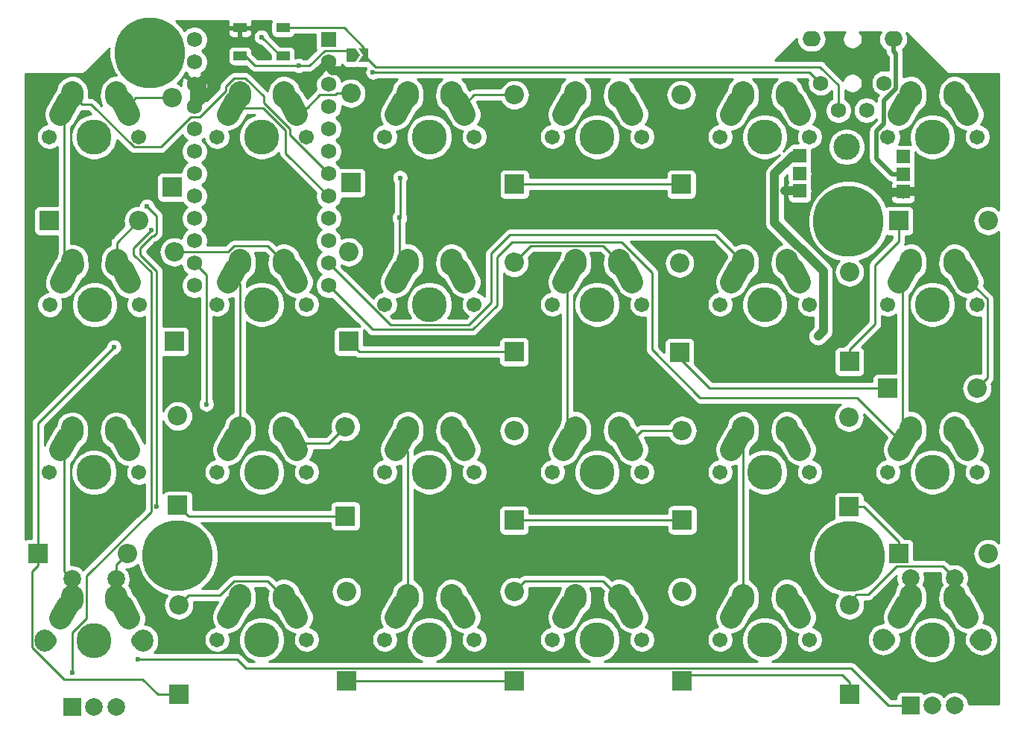
<source format=gtl>
G04 #@! TF.GenerationSoftware,KiCad,Pcbnew,(5.1.4)-1*
G04 #@! TF.CreationDate,2020-03-19T20:30:49-05:00*
G04 #@! TF.ProjectId,lets_split,6c657473-5f73-4706-9c69-742e6b696361,rev?*
G04 #@! TF.SameCoordinates,Original*
G04 #@! TF.FileFunction,Copper,L1,Top*
G04 #@! TF.FilePolarity,Positive*
%FSLAX46Y46*%
G04 Gerber Fmt 4.6, Leading zero omitted, Abs format (unit mm)*
G04 Created by KiCad (PCBNEW (5.1.4)-1) date 2020-03-19 20:30:49*
%MOMM*%
%LPD*%
G04 APERTURE LIST*
%ADD10C,2.500000*%
%ADD11C,2.500000*%
%ADD12C,3.987810*%
%ADD13C,1.701810*%
%ADD14C,1.752600*%
%ADD15R,1.752600X1.752600*%
%ADD16R,2.200000X2.200000*%
%ADD17O,2.200000X2.200000*%
%ADD18R,2.000000X2.000000*%
%ADD19C,2.000000*%
%ADD20O,2.300000X2.500000*%
%ADD21C,1.524000*%
%ADD22R,1.524000X1.524000*%
%ADD23O,2.057400X1.752600*%
%ADD24C,8.000000*%
%ADD25C,3.000000*%
%ADD26R,1.500000X1.000000*%
%ADD27C,0.300000*%
%ADD28C,0.020000*%
%ADD29C,0.600000*%
%ADD30C,0.250000*%
%ADD31C,1.000000*%
%ADD32C,0.500000*%
%ADD33C,0.254000*%
G04 APERTURE END LIST*
D10*
X81120000Y-80160000D03*
D11*
X81100276Y-79870672D02*
X81139724Y-80449328D01*
D10*
X87195000Y-81680000D03*
D11*
X86790184Y-80949693D02*
X87599816Y-82410307D01*
D12*
X83600000Y-84950000D03*
D13*
X78520000Y-84950000D03*
X88680000Y-84950000D03*
D10*
X80195000Y-81680000D03*
D11*
X80600453Y-80950046D02*
X79789547Y-82409954D01*
D10*
X86120000Y-80160000D03*
D11*
X86139724Y-79870672D02*
X86100276Y-80449328D01*
D14*
X56896000Y-43434000D03*
X56896000Y-45974000D03*
X56896000Y-35814000D03*
X56896000Y-38354000D03*
X56896000Y-40894000D03*
X56896000Y-48514000D03*
X56896000Y-51054000D03*
X56896000Y-53594000D03*
X56896000Y-56134000D03*
X56896000Y-58674000D03*
X56896000Y-61214000D03*
X56896000Y-63754000D03*
X72136000Y-63754000D03*
X72136000Y-61214000D03*
X72136000Y-58674000D03*
X72136000Y-56134000D03*
X72136000Y-53594000D03*
X72136000Y-51054000D03*
X72136000Y-48514000D03*
X72136000Y-45974000D03*
X72136000Y-43434000D03*
X72136000Y-40894000D03*
X72136000Y-38354000D03*
D15*
X72136000Y-35814000D03*
D16*
X54356000Y-52578000D03*
D17*
X54356000Y-42418000D03*
D16*
X40386000Y-56388000D03*
D17*
X50546000Y-56388000D03*
D16*
X55000000Y-88750000D03*
D17*
X55000000Y-78590000D03*
D16*
X39116000Y-94234000D03*
D17*
X49276000Y-94234000D03*
D16*
X74676000Y-52070000D03*
D17*
X74676000Y-41910000D03*
D16*
X54610000Y-70104000D03*
D17*
X54610000Y-59944000D03*
D16*
X74050000Y-89950000D03*
D17*
X74050000Y-79790000D03*
D16*
X55118000Y-110236000D03*
D17*
X55118000Y-100076000D03*
D16*
X93250000Y-52250000D03*
D17*
X93250000Y-42090000D03*
D16*
X74422000Y-70104000D03*
D17*
X74422000Y-59944000D03*
D16*
X93218000Y-90424000D03*
D17*
X93218000Y-80264000D03*
D16*
X74168000Y-108712000D03*
D17*
X74168000Y-98552000D03*
D16*
X112200000Y-52250000D03*
D17*
X112200000Y-42090000D03*
D16*
X93218000Y-71300000D03*
D17*
X93218000Y-61140000D03*
D16*
X112300000Y-90400000D03*
D17*
X112300000Y-80240000D03*
D16*
X93218000Y-108712000D03*
D17*
X93218000Y-98552000D03*
D16*
X131318000Y-72390000D03*
D17*
X131318000Y-62230000D03*
D16*
X112014000Y-71374000D03*
D17*
X112014000Y-61214000D03*
X131250000Y-78740000D03*
D16*
X131250000Y-88900000D03*
X112268000Y-108712000D03*
D17*
X112268000Y-98552000D03*
D16*
X136906000Y-56388000D03*
D17*
X147066000Y-56388000D03*
D16*
X135636000Y-75438000D03*
D17*
X145796000Y-75438000D03*
D16*
X136906000Y-94234000D03*
D17*
X147066000Y-94234000D03*
D16*
X131318000Y-110236000D03*
D17*
X131318000Y-100076000D03*
D18*
X42989500Y-111633000D03*
D19*
X45489500Y-111633000D03*
X47989500Y-111633000D03*
D20*
X39889500Y-104133000D03*
X51089500Y-104133000D03*
D19*
X42989500Y-97133000D03*
X47989500Y-97133000D03*
D18*
X138256000Y-111493300D03*
D19*
X140756000Y-111493300D03*
X143256000Y-111493300D03*
D20*
X135156000Y-103993300D03*
X146356000Y-103993300D03*
D19*
X138256000Y-96993300D03*
X143256000Y-96993300D03*
D21*
X137410000Y-53110000D03*
X137390000Y-49100000D03*
X137410000Y-51110000D03*
D22*
X137400000Y-49100000D03*
X137400000Y-51100000D03*
X137400000Y-53100000D03*
D14*
X135256800Y-40749400D03*
X130049800Y-43848200D03*
D23*
X127001800Y-35745600D03*
D14*
X133250200Y-43848200D03*
X128043200Y-40749400D03*
D23*
X136298200Y-35745600D03*
D21*
X125660000Y-53010000D03*
X125640000Y-49000000D03*
X125660000Y-51010000D03*
D22*
X125650000Y-49000000D03*
X125650000Y-51000000D03*
X125650000Y-53000000D03*
D24*
X131350000Y-94550000D03*
X55000000Y-94500000D03*
X51850000Y-37300000D03*
X131200000Y-56450000D03*
D25*
X131000000Y-48000000D03*
D10*
X138270000Y-99210000D03*
D11*
X138250276Y-98920672D02*
X138289724Y-99499328D01*
D10*
X144345000Y-100730000D03*
D11*
X143940184Y-99999693D02*
X144749816Y-101460307D01*
D12*
X140750000Y-104000000D03*
D13*
X135670000Y-104000000D03*
X145830000Y-104000000D03*
D10*
X137345000Y-100730000D03*
D11*
X137750453Y-100000046D02*
X136939547Y-101459954D01*
D10*
X143270000Y-99210000D03*
D11*
X143289724Y-98920672D02*
X143250276Y-99499328D01*
D10*
X138270000Y-80160000D03*
D11*
X138250276Y-79870672D02*
X138289724Y-80449328D01*
D10*
X144345000Y-81680000D03*
D11*
X143940184Y-80949693D02*
X144749816Y-82410307D01*
D12*
X140750000Y-84950000D03*
D13*
X135670000Y-84950000D03*
X145830000Y-84950000D03*
D10*
X137345000Y-81680000D03*
D11*
X137750453Y-80950046D02*
X136939547Y-82409954D01*
D10*
X143270000Y-80160000D03*
D11*
X143289724Y-79870672D02*
X143250276Y-80449328D01*
D10*
X138270000Y-61110000D03*
D11*
X138250276Y-60820672D02*
X138289724Y-61399328D01*
D10*
X144345000Y-62630000D03*
D11*
X143940184Y-61899693D02*
X144749816Y-63360307D01*
D12*
X140750000Y-65900000D03*
D13*
X135670000Y-65900000D03*
X145830000Y-65900000D03*
D10*
X137345000Y-62630000D03*
D11*
X137750453Y-61900046D02*
X136939547Y-63359954D01*
D10*
X143270000Y-61110000D03*
D11*
X143289724Y-60820672D02*
X143250276Y-61399328D01*
D10*
X138270000Y-42060000D03*
D11*
X138250276Y-41770672D02*
X138289724Y-42349328D01*
D10*
X144345000Y-43580000D03*
D11*
X143940184Y-42849693D02*
X144749816Y-44310307D01*
D12*
X140750000Y-46850000D03*
D13*
X135670000Y-46850000D03*
X145830000Y-46850000D03*
D10*
X137345000Y-43580000D03*
D11*
X137750453Y-42850046D02*
X136939547Y-44309954D01*
D10*
X143270000Y-42060000D03*
D11*
X143289724Y-41770672D02*
X143250276Y-42349328D01*
D10*
X119220000Y-99210000D03*
D11*
X119200276Y-98920672D02*
X119239724Y-99499328D01*
D10*
X125295000Y-100730000D03*
D11*
X124890184Y-99999693D02*
X125699816Y-101460307D01*
D12*
X121700000Y-104000000D03*
D13*
X116620000Y-104000000D03*
X126780000Y-104000000D03*
D10*
X118295000Y-100730000D03*
D11*
X118700453Y-100000046D02*
X117889547Y-101459954D01*
D10*
X124220000Y-99210000D03*
D11*
X124239724Y-98920672D02*
X124200276Y-99499328D01*
D10*
X119220000Y-80160000D03*
D11*
X119200276Y-79870672D02*
X119239724Y-80449328D01*
D10*
X125295000Y-81680000D03*
D11*
X124890184Y-80949693D02*
X125699816Y-82410307D01*
D12*
X121700000Y-84950000D03*
D13*
X116620000Y-84950000D03*
X126780000Y-84950000D03*
D10*
X118295000Y-81680000D03*
D11*
X118700453Y-80950046D02*
X117889547Y-82409954D01*
D10*
X124220000Y-80160000D03*
D11*
X124239724Y-79870672D02*
X124200276Y-80449328D01*
D10*
X119220000Y-61110000D03*
D11*
X119200276Y-60820672D02*
X119239724Y-61399328D01*
D10*
X125295000Y-62630000D03*
D11*
X124890184Y-61899693D02*
X125699816Y-63360307D01*
D12*
X121700000Y-65900000D03*
D13*
X116620000Y-65900000D03*
X126780000Y-65900000D03*
D10*
X118295000Y-62630000D03*
D11*
X118700453Y-61900046D02*
X117889547Y-63359954D01*
D10*
X124220000Y-61110000D03*
D11*
X124239724Y-60820672D02*
X124200276Y-61399328D01*
D10*
X119220000Y-42060000D03*
D11*
X119200276Y-41770672D02*
X119239724Y-42349328D01*
D10*
X125295000Y-43580000D03*
D11*
X124890184Y-42849693D02*
X125699816Y-44310307D01*
D12*
X121700000Y-46850000D03*
D13*
X116620000Y-46850000D03*
X126780000Y-46850000D03*
D10*
X118295000Y-43580000D03*
D11*
X118700453Y-42850046D02*
X117889547Y-44309954D01*
D10*
X124220000Y-42060000D03*
D11*
X124239724Y-41770672D02*
X124200276Y-42349328D01*
D10*
X100170000Y-99210000D03*
D11*
X100150276Y-98920672D02*
X100189724Y-99499328D01*
D10*
X106245000Y-100730000D03*
D11*
X105840184Y-99999693D02*
X106649816Y-101460307D01*
D12*
X102650000Y-104000000D03*
D13*
X97570000Y-104000000D03*
X107730000Y-104000000D03*
D10*
X99245000Y-100730000D03*
D11*
X99650453Y-100000046D02*
X98839547Y-101459954D01*
D10*
X105170000Y-99210000D03*
D11*
X105189724Y-98920672D02*
X105150276Y-99499328D01*
D10*
X100170000Y-80160000D03*
D11*
X100150276Y-79870672D02*
X100189724Y-80449328D01*
D10*
X106245000Y-81680000D03*
D11*
X105840184Y-80949693D02*
X106649816Y-82410307D01*
D12*
X102650000Y-84950000D03*
D13*
X97570000Y-84950000D03*
X107730000Y-84950000D03*
D10*
X99245000Y-81680000D03*
D11*
X99650453Y-80950046D02*
X98839547Y-82409954D01*
D10*
X105170000Y-80160000D03*
D11*
X105189724Y-79870672D02*
X105150276Y-80449328D01*
D10*
X100170000Y-61110000D03*
D11*
X100150276Y-60820672D02*
X100189724Y-61399328D01*
D10*
X106245000Y-62630000D03*
D11*
X105840184Y-61899693D02*
X106649816Y-63360307D01*
D12*
X102650000Y-65900000D03*
D13*
X97570000Y-65900000D03*
X107730000Y-65900000D03*
D10*
X99245000Y-62630000D03*
D11*
X99650453Y-61900046D02*
X98839547Y-63359954D01*
D10*
X105170000Y-61110000D03*
D11*
X105189724Y-60820672D02*
X105150276Y-61399328D01*
D10*
X100170000Y-42060000D03*
D11*
X100150276Y-41770672D02*
X100189724Y-42349328D01*
D10*
X106245000Y-43580000D03*
D11*
X105840184Y-42849693D02*
X106649816Y-44310307D01*
D12*
X102650000Y-46850000D03*
D13*
X97570000Y-46850000D03*
X107730000Y-46850000D03*
D10*
X99245000Y-43580000D03*
D11*
X99650453Y-42850046D02*
X98839547Y-44309954D01*
D10*
X105170000Y-42060000D03*
D11*
X105189724Y-41770672D02*
X105150276Y-42349328D01*
D10*
X81120000Y-99210000D03*
D11*
X81100276Y-98920672D02*
X81139724Y-99499328D01*
D10*
X87195000Y-100730000D03*
D11*
X86790184Y-99999693D02*
X87599816Y-101460307D01*
D12*
X83600000Y-104000000D03*
D13*
X78520000Y-104000000D03*
X88680000Y-104000000D03*
D10*
X80195000Y-100730000D03*
D11*
X80600453Y-100000046D02*
X79789547Y-101459954D01*
D10*
X86120000Y-99210000D03*
D11*
X86139724Y-98920672D02*
X86100276Y-99499328D01*
D10*
X81120000Y-61110000D03*
D11*
X81100276Y-60820672D02*
X81139724Y-61399328D01*
D10*
X87195000Y-62630000D03*
D11*
X86790184Y-61899693D02*
X87599816Y-63360307D01*
D12*
X83600000Y-65900000D03*
D13*
X78520000Y-65900000D03*
X88680000Y-65900000D03*
D10*
X80195000Y-62630000D03*
D11*
X80600453Y-61900046D02*
X79789547Y-63359954D01*
D10*
X86120000Y-61110000D03*
D11*
X86139724Y-60820672D02*
X86100276Y-61399328D01*
D10*
X81120000Y-42060000D03*
D11*
X81100276Y-41770672D02*
X81139724Y-42349328D01*
D10*
X87195000Y-43580000D03*
D11*
X86790184Y-42849693D02*
X87599816Y-44310307D01*
D12*
X83600000Y-46850000D03*
D13*
X78520000Y-46850000D03*
X88680000Y-46850000D03*
D10*
X80195000Y-43580000D03*
D11*
X80600453Y-42850046D02*
X79789547Y-44309954D01*
D10*
X86120000Y-42060000D03*
D11*
X86139724Y-41770672D02*
X86100276Y-42349328D01*
D10*
X62070000Y-99210000D03*
D11*
X62050276Y-98920672D02*
X62089724Y-99499328D01*
D10*
X68145000Y-100730000D03*
D11*
X67740184Y-99999693D02*
X68549816Y-101460307D01*
D12*
X64550000Y-104000000D03*
D13*
X59470000Y-104000000D03*
X69630000Y-104000000D03*
D10*
X61145000Y-100730000D03*
D11*
X61550453Y-100000046D02*
X60739547Y-101459954D01*
D10*
X67070000Y-99210000D03*
D11*
X67089724Y-98920672D02*
X67050276Y-99499328D01*
D10*
X62070000Y-80160000D03*
D11*
X62050276Y-79870672D02*
X62089724Y-80449328D01*
D10*
X68145000Y-81680000D03*
D11*
X67740184Y-80949693D02*
X68549816Y-82410307D01*
D12*
X64550000Y-84950000D03*
D13*
X59470000Y-84950000D03*
X69630000Y-84950000D03*
D10*
X61145000Y-81680000D03*
D11*
X61550453Y-80950046D02*
X60739547Y-82409954D01*
D10*
X67070000Y-80160000D03*
D11*
X67089724Y-79870672D02*
X67050276Y-80449328D01*
D10*
X62070000Y-61110000D03*
D11*
X62050276Y-60820672D02*
X62089724Y-61399328D01*
D10*
X68145000Y-62630000D03*
D11*
X67740184Y-61899693D02*
X68549816Y-63360307D01*
D12*
X64550000Y-65900000D03*
D13*
X59470000Y-65900000D03*
X69630000Y-65900000D03*
D10*
X61145000Y-62630000D03*
D11*
X61550453Y-61900046D02*
X60739547Y-63359954D01*
D10*
X67070000Y-61110000D03*
D11*
X67089724Y-60820672D02*
X67050276Y-61399328D01*
D10*
X62070000Y-42060000D03*
D11*
X62050276Y-41770672D02*
X62089724Y-42349328D01*
D10*
X68145000Y-43580000D03*
D11*
X67740184Y-42849693D02*
X68549816Y-44310307D01*
D12*
X64550000Y-46850000D03*
D13*
X59470000Y-46850000D03*
X69630000Y-46850000D03*
D10*
X61145000Y-43580000D03*
D11*
X61550453Y-42850046D02*
X60739547Y-44309954D01*
D10*
X67070000Y-42060000D03*
D11*
X67089724Y-41770672D02*
X67050276Y-42349328D01*
D10*
X43020000Y-99360000D03*
D11*
X43000276Y-99070672D02*
X43039724Y-99649328D01*
D10*
X49095000Y-100880000D03*
D11*
X48690184Y-100149693D02*
X49499816Y-101610307D01*
D12*
X45500000Y-104150000D03*
D13*
X40420000Y-104150000D03*
X50580000Y-104150000D03*
D10*
X42095000Y-100880000D03*
D11*
X42500453Y-100150046D02*
X41689547Y-101609954D01*
D10*
X48020000Y-99360000D03*
D11*
X48039724Y-99070672D02*
X48000276Y-99649328D01*
D10*
X43020000Y-80210000D03*
D11*
X43000276Y-79920672D02*
X43039724Y-80499328D01*
D10*
X49095000Y-81730000D03*
D11*
X48690184Y-80999693D02*
X49499816Y-82460307D01*
D12*
X45500000Y-85000000D03*
D13*
X40420000Y-85000000D03*
X50580000Y-85000000D03*
D10*
X42095000Y-81730000D03*
D11*
X42500453Y-81000046D02*
X41689547Y-82459954D01*
D10*
X48020000Y-80210000D03*
D11*
X48039724Y-79920672D02*
X48000276Y-80499328D01*
D10*
X43070000Y-61160000D03*
D11*
X43050276Y-60870672D02*
X43089724Y-61449328D01*
D10*
X49145000Y-62680000D03*
D11*
X48740184Y-61949693D02*
X49549816Y-63410307D01*
D12*
X45550000Y-65950000D03*
D13*
X40470000Y-65950000D03*
X50630000Y-65950000D03*
D10*
X42145000Y-62680000D03*
D11*
X42550453Y-61950046D02*
X41739547Y-63409954D01*
D10*
X48070000Y-61160000D03*
D11*
X48089724Y-60870672D02*
X48050276Y-61449328D01*
D10*
X43020000Y-42060000D03*
D11*
X43000276Y-41770672D02*
X43039724Y-42349328D01*
D10*
X49095000Y-43580000D03*
D11*
X48690184Y-42849693D02*
X49499816Y-44310307D01*
D12*
X45500000Y-46850000D03*
D13*
X40420000Y-46850000D03*
X50580000Y-46850000D03*
D10*
X42095000Y-43580000D03*
D11*
X42500453Y-42850046D02*
X41689547Y-44309954D01*
D10*
X48020000Y-42060000D03*
D11*
X48039724Y-41770672D02*
X48000276Y-42349328D01*
D26*
X66966000Y-37668000D03*
X66966000Y-34468000D03*
X62066000Y-37668000D03*
X62066000Y-34468000D03*
D27*
X76163000Y-37592000D03*
D28*
G36*
X76663000Y-38342000D02*
G01*
X75513000Y-38342000D01*
X76013000Y-37592000D01*
X75513000Y-36842000D01*
X76663000Y-36842000D01*
X76663000Y-38342000D01*
X76663000Y-38342000D01*
G37*
D27*
X74713000Y-37592000D03*
D28*
G36*
X75713000Y-37592000D02*
G01*
X75213000Y-38342000D01*
X74213000Y-38342000D01*
X74213000Y-36842000D01*
X75213000Y-36842000D01*
X75713000Y-37592000D01*
X75713000Y-37592000D01*
G37*
D29*
X68750000Y-38750000D03*
X58249998Y-77250000D03*
X47750000Y-70750002D03*
X64500000Y-37000000D03*
X64500000Y-35500000D03*
X127750000Y-69500000D03*
X77174265Y-39499999D03*
X80195000Y-56055000D03*
X80250000Y-51500000D03*
X43000000Y-107750000D03*
X51971001Y-57500000D03*
X50500000Y-106250000D03*
X52596001Y-88900998D03*
X51500000Y-54750000D03*
D30*
X74142290Y-37021290D02*
X74713000Y-37592000D01*
X71690784Y-37021290D02*
X74142290Y-37021290D01*
X69962074Y-38750000D02*
X71690784Y-37021290D01*
X63750000Y-38750000D02*
X69962074Y-38750000D01*
X62066000Y-37668000D02*
X62668000Y-37668000D01*
X62668000Y-37668000D02*
X63750000Y-38750000D01*
X69962074Y-38750000D02*
X68750000Y-38750000D01*
X93250000Y-52250000D02*
X112200000Y-52250000D01*
X131318000Y-71040000D02*
X131318000Y-72390000D01*
X134250000Y-68108000D02*
X131318000Y-71040000D01*
X134250000Y-61407002D02*
X134250000Y-68108000D01*
X136906000Y-56388000D02*
X136906000Y-58751002D01*
X136906000Y-58751002D02*
X134250000Y-61407002D01*
X75618000Y-71300000D02*
X74422000Y-70104000D01*
X93218000Y-71300000D02*
X75618000Y-71300000D01*
X115438000Y-75438000D02*
X135636000Y-75438000D01*
X112014000Y-71374000D02*
X112014000Y-72014000D01*
X112014000Y-72014000D02*
X115438000Y-75438000D01*
X50257000Y-42418000D02*
X49095000Y-43580000D01*
X54356000Y-42418000D02*
X50257000Y-42418000D01*
X56200000Y-89950000D02*
X55000000Y-88750000D01*
X74050000Y-89950000D02*
X56200000Y-89950000D01*
X112276000Y-90424000D02*
X112300000Y-90400000D01*
X93218000Y-90424000D02*
X112276000Y-90424000D01*
X136906000Y-92884000D02*
X136906000Y-94234000D01*
X132922000Y-88900000D02*
X136906000Y-92884000D01*
X131250000Y-88900000D02*
X132922000Y-88900000D01*
X58249998Y-62567998D02*
X58249998Y-77250000D01*
X56896000Y-61214000D02*
X58249998Y-62567998D01*
X48070000Y-58864000D02*
X48070000Y-61160000D01*
X50546000Y-56388000D02*
X48070000Y-58864000D01*
X74168000Y-108712000D02*
X93218000Y-108712000D01*
X52736000Y-110236000D02*
X55118000Y-110236000D01*
X39116000Y-95584000D02*
X38414490Y-96285510D01*
X39116000Y-94234000D02*
X39116000Y-95584000D01*
X38414490Y-96285510D02*
X38414490Y-104843969D01*
X38414490Y-104843969D02*
X42070521Y-108500000D01*
X42070521Y-108500000D02*
X51000000Y-108500000D01*
X51000000Y-108500000D02*
X52736000Y-110236000D01*
X131318000Y-108818000D02*
X131318000Y-110236000D01*
X130500000Y-108000000D02*
X131318000Y-108818000D01*
X112268000Y-108712000D02*
X112980000Y-108000000D01*
X112980000Y-108000000D02*
X130500000Y-108000000D01*
X39116000Y-79384002D02*
X47750000Y-70750002D01*
X39116000Y-94234000D02*
X39116000Y-79384002D01*
X47989500Y-95520500D02*
X47989500Y-97133000D01*
X49276000Y-94234000D02*
X47989500Y-95520500D01*
X47989500Y-99329500D02*
X48020000Y-99360000D01*
X47989500Y-97133000D02*
X47989500Y-99329500D01*
X69674193Y-43580000D02*
X71158892Y-42095301D01*
X68145000Y-43580000D02*
X69674193Y-43580000D01*
X71158892Y-42095301D02*
X72935065Y-42095301D01*
X73120366Y-41910000D02*
X74676000Y-41910000D01*
X72935065Y-42095301D02*
X73120366Y-41910000D01*
X65995468Y-60035468D02*
X67070000Y-61110000D01*
X65208557Y-59248557D02*
X65995468Y-60035468D01*
X61395315Y-59248557D02*
X65208557Y-59248557D01*
X60699872Y-59944000D02*
X61395315Y-59248557D01*
X54610000Y-59944000D02*
X60699872Y-59944000D01*
X72160000Y-81680000D02*
X68145000Y-81680000D01*
X74050000Y-79790000D02*
X72160000Y-81680000D01*
X65995468Y-98135468D02*
X67070000Y-99210000D01*
X65208557Y-97348557D02*
X65995468Y-98135468D01*
X61395315Y-97348557D02*
X65208557Y-97348557D01*
X59767871Y-98976001D02*
X61395315Y-97348557D01*
X56217999Y-98976001D02*
X59767871Y-98976001D01*
X55118000Y-100076000D02*
X56217999Y-98976001D01*
X88685000Y-42090000D02*
X87195000Y-43580000D01*
X93250000Y-42090000D02*
X88685000Y-42090000D01*
X104095468Y-60035468D02*
X105170000Y-61110000D01*
X103308557Y-59248557D02*
X104095468Y-60035468D01*
X95109443Y-59248557D02*
X103308557Y-59248557D01*
X93218000Y-61140000D02*
X95109443Y-59248557D01*
X107685000Y-80240000D02*
X106245000Y-81680000D01*
X112300000Y-80240000D02*
X107685000Y-80240000D01*
X104095468Y-98135468D02*
X105170000Y-99210000D01*
X103308557Y-97348557D02*
X104095468Y-98135468D01*
X94421443Y-97348557D02*
X103308557Y-97348557D01*
X93218000Y-98552000D02*
X94421443Y-97348557D01*
X145848991Y-64133991D02*
X144345000Y-62630000D01*
X147005906Y-65290906D02*
X145848991Y-64133991D01*
X147005906Y-74228094D02*
X147005906Y-65290906D01*
X145796000Y-75438000D02*
X147005906Y-74228094D01*
D31*
X125650000Y-53000000D02*
X124000000Y-53000000D01*
X137410000Y-53110000D02*
X136332370Y-53110000D01*
X136192370Y-53250000D02*
X136332370Y-53110000D01*
X137400000Y-53100000D02*
X138900000Y-53100000D01*
X72589699Y-39317699D02*
X73817699Y-39317699D01*
X72136000Y-38354000D02*
X72136000Y-38864000D01*
X72136000Y-38864000D02*
X72589699Y-39317699D01*
X72136000Y-38354000D02*
X70250000Y-40240000D01*
X56896000Y-40894000D02*
X56896000Y-43434000D01*
X57772299Y-42557701D02*
X57772299Y-40727701D01*
X56896000Y-43434000D02*
X57772299Y-42557701D01*
X57772299Y-40727701D02*
X58250000Y-40250000D01*
D30*
X66966000Y-37668000D02*
X66716000Y-37668000D01*
X66716000Y-37668000D02*
X64548000Y-35500000D01*
X64548000Y-35500000D02*
X64500000Y-35500000D01*
D31*
X124865998Y-49000000D02*
X122799990Y-51066008D01*
X125650000Y-49000000D02*
X124865998Y-49000000D01*
X122799990Y-51066008D02*
X122799990Y-56623530D01*
X122799990Y-56623530D02*
X128330906Y-62154446D01*
X128330906Y-62154446D02*
X128330906Y-68919094D01*
X128330906Y-68919094D02*
X127750000Y-69500000D01*
D30*
X128043200Y-40749400D02*
X126793799Y-39499999D01*
X126793799Y-39499999D02*
X77174265Y-39499999D01*
X76163000Y-36742000D02*
X76163000Y-37592000D01*
X73889000Y-34468000D02*
X76163000Y-36742000D01*
X66966000Y-34468000D02*
X73889000Y-34468000D01*
X130049800Y-40978074D02*
X130049800Y-43848200D01*
X127971736Y-38900010D02*
X130049800Y-40978074D01*
X77471010Y-38900010D02*
X127971736Y-38900010D01*
X76163000Y-37592000D02*
X77471010Y-38900010D01*
X42095000Y-60185000D02*
X43070000Y-61160000D01*
X42095000Y-43580000D02*
X42095000Y-60185000D01*
X42095000Y-96238500D02*
X42989500Y-97133000D01*
X42095000Y-81730000D02*
X42095000Y-96238500D01*
X42989500Y-99329500D02*
X43020000Y-99360000D01*
X42989500Y-97133000D02*
X42989500Y-99329500D01*
X67750000Y-46668000D02*
X72136000Y-51054000D01*
X64750000Y-42243320D02*
X64750000Y-42981608D01*
X62705237Y-40198557D02*
X64750000Y-42243320D01*
X64750000Y-42981608D02*
X67750000Y-45981608D01*
X61395315Y-40198557D02*
X62705237Y-40198557D01*
X60478161Y-41115711D02*
X61395315Y-40198557D01*
X60478161Y-41629765D02*
X60478161Y-41115711D01*
X57472625Y-44635301D02*
X60478161Y-41629765D01*
X44118610Y-43158610D02*
X45148268Y-43158610D01*
X43020000Y-42060000D02*
X44118610Y-43158610D01*
X45148268Y-43158610D02*
X50015564Y-48025906D01*
X67750000Y-45981608D02*
X67750000Y-46668000D01*
X50015564Y-48025906D02*
X53066168Y-48025906D01*
X53066168Y-48025906D02*
X56456773Y-44635301D01*
X56456773Y-44635301D02*
X57472625Y-44635301D01*
X62070000Y-63555000D02*
X61145000Y-62630000D01*
X62070000Y-80160000D02*
X62070000Y-63555000D01*
X64711982Y-43580000D02*
X61145000Y-43580000D01*
X67250000Y-46118018D02*
X64711982Y-43580000D01*
X72136000Y-53594000D02*
X67250000Y-48708000D01*
X67250000Y-48708000D02*
X67250000Y-46118018D01*
X81120000Y-82605000D02*
X80195000Y-81680000D01*
X81120000Y-99210000D02*
X81120000Y-82605000D01*
X80195000Y-62630000D02*
X80195000Y-56055000D01*
X80250000Y-56000000D02*
X80195000Y-56055000D01*
X80250000Y-51500000D02*
X80250000Y-56000000D01*
X99245000Y-62630000D02*
X99245000Y-81680000D01*
X119220000Y-80160000D02*
X119220000Y-99210000D01*
X116110000Y-58000000D02*
X92750000Y-58000000D01*
X119220000Y-61110000D02*
X116110000Y-58000000D01*
X79140906Y-68218906D02*
X72136000Y-61214000D01*
X88101436Y-68218906D02*
X79140906Y-68218906D01*
X90625000Y-65695342D02*
X88101436Y-68218906D01*
X90625000Y-60125000D02*
X90625000Y-65695342D01*
X92750000Y-58000000D02*
X90625000Y-60125000D01*
X137345000Y-62630000D02*
X137345000Y-81680000D01*
X138256000Y-99196000D02*
X138270000Y-99210000D01*
X138256000Y-96993300D02*
X138256000Y-99196000D01*
X77132000Y-68750000D02*
X72136000Y-63754000D01*
X91250000Y-66000000D02*
X88500000Y-68750000D01*
X91250000Y-60500000D02*
X91250000Y-66000000D01*
X92951453Y-58798547D02*
X91250000Y-60500000D01*
X132165000Y-76500000D02*
X114354998Y-76500000D01*
X137345000Y-81680000D02*
X132165000Y-76500000D01*
X114354998Y-76500000D02*
X108905906Y-71050908D01*
X88500000Y-68750000D02*
X77132000Y-68750000D01*
X108905906Y-71050908D02*
X108905906Y-62309776D01*
X108905906Y-62309776D02*
X105394677Y-58798547D01*
X105394677Y-58798547D02*
X92951453Y-58798547D01*
D32*
X136148000Y-51110000D02*
X137410000Y-51110000D01*
X135239708Y-45354950D02*
X134369094Y-46225564D01*
X135239708Y-42760292D02*
X135239708Y-45354950D01*
X136583101Y-41416899D02*
X135239708Y-42760292D01*
X136583101Y-37406801D02*
X136583101Y-41416899D01*
X136298200Y-37121900D02*
X136583101Y-37406801D01*
X134369094Y-49331094D02*
X136148000Y-51110000D01*
X134369094Y-46225564D02*
X134369094Y-49331094D01*
X136298200Y-35745600D02*
X136298200Y-37121900D01*
D30*
X51971001Y-57528999D02*
X51875000Y-57528999D01*
X51971001Y-57528999D02*
X51971001Y-57500000D01*
X43000000Y-103218018D02*
X43000000Y-107750000D01*
X44611839Y-101606179D02*
X43000000Y-103218018D01*
X44611839Y-96789159D02*
X44611839Y-101606179D01*
X51971001Y-89429997D02*
X44611839Y-96789159D01*
X51971001Y-89429997D02*
X51971001Y-62221001D01*
X51971001Y-62221001D02*
X50000000Y-60250000D01*
X50000000Y-59471001D02*
X51971001Y-57500000D01*
X50000000Y-60250000D02*
X50000000Y-59471001D01*
X61750000Y-106250000D02*
X50500000Y-106250000D01*
X62750000Y-107250000D02*
X61750000Y-106250000D01*
X131500000Y-107250000D02*
X62750000Y-107250000D01*
X138256000Y-111493300D02*
X135743300Y-111493300D01*
X135743300Y-111493300D02*
X131500000Y-107250000D01*
X52596001Y-55846001D02*
X51500000Y-54750000D01*
X52596001Y-57800002D02*
X52596001Y-55846001D01*
X52596001Y-88900998D02*
X52596001Y-62096001D01*
X50750000Y-60250000D02*
X50750000Y-59500000D01*
X52596001Y-62096001D02*
X50750000Y-60250000D01*
X50750000Y-59500000D02*
X52124999Y-58125001D01*
X52124999Y-58125001D02*
X52271002Y-58125001D01*
X52271002Y-58125001D02*
X52596001Y-57800002D01*
X141921701Y-95659001D02*
X143256000Y-96993300D01*
X133426001Y-98875001D02*
X136642001Y-95659001D01*
X132124999Y-98875001D02*
X133426001Y-98875001D01*
X131318000Y-99682000D02*
X132124999Y-98875001D01*
X136642001Y-95659001D02*
X141921701Y-95659001D01*
X131318000Y-100076000D02*
X131318000Y-99682000D01*
X143256000Y-99196000D02*
X143270000Y-99210000D01*
X143256000Y-96993300D02*
X143256000Y-99196000D01*
D33*
G36*
X60726498Y-33723820D02*
G01*
X60690188Y-33843518D01*
X60677928Y-33968000D01*
X60681000Y-34182250D01*
X60839750Y-34341000D01*
X61939000Y-34341000D01*
X61939000Y-34321000D01*
X62193000Y-34321000D01*
X62193000Y-34341000D01*
X63292250Y-34341000D01*
X63451000Y-34182250D01*
X63454072Y-33968000D01*
X63441812Y-33843518D01*
X63405502Y-33723820D01*
X63398115Y-33710000D01*
X65633885Y-33710000D01*
X65626498Y-33723820D01*
X65590188Y-33843518D01*
X65577928Y-33968000D01*
X65577928Y-34968000D01*
X65590188Y-35092482D01*
X65626498Y-35212180D01*
X65685463Y-35322494D01*
X65764815Y-35419185D01*
X65861506Y-35498537D01*
X65971820Y-35557502D01*
X66091518Y-35593812D01*
X66216000Y-35606072D01*
X67716000Y-35606072D01*
X67840482Y-35593812D01*
X67960180Y-35557502D01*
X68070494Y-35498537D01*
X68167185Y-35419185D01*
X68246537Y-35322494D01*
X68297046Y-35228000D01*
X70621628Y-35228000D01*
X70621628Y-36690300D01*
X70633888Y-36814782D01*
X70670198Y-36934480D01*
X70681552Y-36955721D01*
X69647273Y-37990000D01*
X69295535Y-37990000D01*
X69192889Y-37921414D01*
X69022729Y-37850932D01*
X68842089Y-37815000D01*
X68657911Y-37815000D01*
X68477271Y-37850932D01*
X68354072Y-37901962D01*
X68354072Y-37168000D01*
X68341812Y-37043518D01*
X68305502Y-36923820D01*
X68246537Y-36813506D01*
X68167185Y-36716815D01*
X68070494Y-36637463D01*
X67960180Y-36578498D01*
X67840482Y-36542188D01*
X67716000Y-36529928D01*
X66652730Y-36529928D01*
X65411234Y-35288433D01*
X65399068Y-35227271D01*
X65328586Y-35057111D01*
X65226262Y-34903972D01*
X65096028Y-34773738D01*
X64942889Y-34671414D01*
X64772729Y-34600932D01*
X64592089Y-34565000D01*
X64407911Y-34565000D01*
X64227271Y-34600932D01*
X64057111Y-34671414D01*
X63903972Y-34773738D01*
X63773738Y-34903972D01*
X63671414Y-35057111D01*
X63600932Y-35227271D01*
X63565000Y-35407911D01*
X63565000Y-35592089D01*
X63600932Y-35772729D01*
X63671414Y-35942889D01*
X63773738Y-36096028D01*
X63903972Y-36226262D01*
X64057111Y-36328586D01*
X64227271Y-36399068D01*
X64407911Y-36435000D01*
X64408199Y-36435000D01*
X65577928Y-37604730D01*
X65577928Y-37990000D01*
X64064802Y-37990000D01*
X63454072Y-37379271D01*
X63454072Y-37168000D01*
X63441812Y-37043518D01*
X63405502Y-36923820D01*
X63346537Y-36813506D01*
X63267185Y-36716815D01*
X63170494Y-36637463D01*
X63060180Y-36578498D01*
X62940482Y-36542188D01*
X62816000Y-36529928D01*
X61316000Y-36529928D01*
X61191518Y-36542188D01*
X61071820Y-36578498D01*
X60961506Y-36637463D01*
X60864815Y-36716815D01*
X60785463Y-36813506D01*
X60726498Y-36923820D01*
X60690188Y-37043518D01*
X60677928Y-37168000D01*
X60677928Y-38168000D01*
X60690188Y-38292482D01*
X60726498Y-38412180D01*
X60785463Y-38522494D01*
X60864815Y-38619185D01*
X60961506Y-38698537D01*
X61071820Y-38757502D01*
X61191518Y-38793812D01*
X61316000Y-38806072D01*
X62731270Y-38806072D01*
X63186201Y-39261003D01*
X63209999Y-39290001D01*
X63238997Y-39313799D01*
X63325723Y-39384974D01*
X63428689Y-39440011D01*
X63457753Y-39455546D01*
X63601014Y-39499003D01*
X63712667Y-39510000D01*
X63712676Y-39510000D01*
X63749999Y-39513676D01*
X63787322Y-39510000D01*
X68204465Y-39510000D01*
X68307111Y-39578586D01*
X68477271Y-39649068D01*
X68657911Y-39685000D01*
X68842089Y-39685000D01*
X69022729Y-39649068D01*
X69192889Y-39578586D01*
X69295535Y-39510000D01*
X69924752Y-39510000D01*
X69962074Y-39513676D01*
X69999396Y-39510000D01*
X69999407Y-39510000D01*
X70111060Y-39499003D01*
X70254321Y-39455546D01*
X70386350Y-39384974D01*
X70502075Y-39290001D01*
X70525878Y-39260997D01*
X70770561Y-39016314D01*
X70837071Y-39140746D01*
X71088831Y-39221563D01*
X71956395Y-38354000D01*
X71942253Y-38339858D01*
X72121858Y-38160252D01*
X72136000Y-38174395D01*
X72150143Y-38160253D01*
X72329748Y-38339858D01*
X72315605Y-38354000D01*
X73183169Y-39221563D01*
X73434929Y-39140746D01*
X73563457Y-38872221D01*
X73632307Y-38602660D01*
X73682463Y-38696494D01*
X73761815Y-38793185D01*
X73858506Y-38872537D01*
X73968820Y-38931502D01*
X74088518Y-38967812D01*
X74213000Y-38980072D01*
X75213000Y-38980072D01*
X75338136Y-38967681D01*
X75363064Y-38960091D01*
X75388518Y-38967812D01*
X75513000Y-38980072D01*
X76397154Y-38980072D01*
X76345679Y-39057110D01*
X76275197Y-39227270D01*
X76239265Y-39407910D01*
X76239265Y-39592088D01*
X76275197Y-39772728D01*
X76345679Y-39942888D01*
X76448003Y-40096027D01*
X76578237Y-40226261D01*
X76731376Y-40328585D01*
X76901536Y-40399067D01*
X77082176Y-40434999D01*
X77266354Y-40434999D01*
X77446994Y-40399067D01*
X77617154Y-40328585D01*
X77719800Y-40259999D01*
X79960852Y-40259999D01*
X79943281Y-40270989D01*
X79672939Y-40525523D01*
X79457448Y-40827908D01*
X79305090Y-41166523D01*
X79221721Y-41528355D01*
X79220702Y-41562176D01*
X79155868Y-41624950D01*
X78997556Y-41853794D01*
X78096725Y-43475598D01*
X77986100Y-43730931D01*
X77907791Y-44093892D01*
X77901797Y-44465156D01*
X77968348Y-44830455D01*
X78104886Y-45175752D01*
X78243129Y-45390057D01*
X78086577Y-45421197D01*
X77816160Y-45533208D01*
X77572791Y-45695822D01*
X77365822Y-45902791D01*
X77203208Y-46146160D01*
X77091197Y-46416577D01*
X77034095Y-46703651D01*
X77034095Y-46996349D01*
X77091197Y-47283423D01*
X77203208Y-47553840D01*
X77365822Y-47797209D01*
X77572791Y-48004178D01*
X77816160Y-48166792D01*
X78086577Y-48278803D01*
X78373651Y-48335905D01*
X78666349Y-48335905D01*
X78953423Y-48278803D01*
X79223840Y-48166792D01*
X79467209Y-48004178D01*
X79674178Y-47797209D01*
X79836792Y-47553840D01*
X79948803Y-47283423D01*
X80005905Y-46996349D01*
X80005905Y-46703651D01*
X79983513Y-46591075D01*
X80971095Y-46591075D01*
X80971095Y-47108925D01*
X81072122Y-47616823D01*
X81270295Y-48095253D01*
X81557996Y-48525829D01*
X81924171Y-48892004D01*
X82354747Y-49179705D01*
X82833177Y-49377878D01*
X83341075Y-49478905D01*
X83858925Y-49478905D01*
X84366823Y-49377878D01*
X84845253Y-49179705D01*
X85275829Y-48892004D01*
X85642004Y-48525829D01*
X85929705Y-48095253D01*
X86127878Y-47616823D01*
X86228905Y-47108925D01*
X86228905Y-46591075D01*
X86127878Y-46083177D01*
X85929705Y-45604747D01*
X85642004Y-45174171D01*
X85275829Y-44807996D01*
X84845253Y-44520295D01*
X84366823Y-44322122D01*
X83858925Y-44221095D01*
X83341075Y-44221095D01*
X82833177Y-44322122D01*
X82354747Y-44520295D01*
X81924171Y-44807996D01*
X81557996Y-45174171D01*
X81270295Y-45604747D01*
X81072122Y-46083177D01*
X80971095Y-46591075D01*
X79983513Y-46591075D01*
X79948803Y-46416577D01*
X79857559Y-46196296D01*
X79944749Y-46197704D01*
X80310048Y-46131153D01*
X80655345Y-45994615D01*
X80967371Y-45793335D01*
X81234132Y-45535050D01*
X81392444Y-45306206D01*
X82151334Y-43939946D01*
X82296719Y-43849011D01*
X82567061Y-43594477D01*
X82782552Y-43292092D01*
X82934910Y-42953477D01*
X83018279Y-42591645D01*
X83026656Y-42313504D01*
X82974613Y-41550084D01*
X82928566Y-41275653D01*
X82796863Y-40928483D01*
X82599959Y-40613677D01*
X82345425Y-40343335D01*
X82228485Y-40259999D01*
X85011515Y-40259999D01*
X84894575Y-40343335D01*
X84640041Y-40613677D01*
X84443137Y-40928483D01*
X84311434Y-41275653D01*
X84265387Y-41550084D01*
X84213344Y-42313505D01*
X84221721Y-42591645D01*
X84305090Y-42953477D01*
X84457448Y-43292092D01*
X84672939Y-43594477D01*
X84943281Y-43849011D01*
X85258087Y-44045915D01*
X85308678Y-44065107D01*
X85996050Y-45305160D01*
X86154163Y-45534143D01*
X86420699Y-45792660D01*
X86732549Y-45994212D01*
X87077726Y-46131051D01*
X87348901Y-46180699D01*
X87251197Y-46416577D01*
X87194095Y-46703651D01*
X87194095Y-46996349D01*
X87251197Y-47283423D01*
X87363208Y-47553840D01*
X87525822Y-47797209D01*
X87732791Y-48004178D01*
X87976160Y-48166792D01*
X88246577Y-48278803D01*
X88533651Y-48335905D01*
X88826349Y-48335905D01*
X89113423Y-48278803D01*
X89383840Y-48166792D01*
X89627209Y-48004178D01*
X89834178Y-47797209D01*
X89996792Y-47553840D01*
X90108803Y-47283423D01*
X90165905Y-46996349D01*
X90165905Y-46703651D01*
X90108803Y-46416577D01*
X89996792Y-46146160D01*
X89834178Y-45902791D01*
X89627209Y-45695822D01*
X89383840Y-45533208D01*
X89123553Y-45425393D01*
X89283721Y-45177574D01*
X89420560Y-44832396D01*
X89487430Y-44467155D01*
X89481760Y-44095885D01*
X89403767Y-43732856D01*
X89293365Y-43477427D01*
X88964915Y-42884887D01*
X88999802Y-42850000D01*
X91688934Y-42850000D01*
X91800421Y-43058578D01*
X92017234Y-43322766D01*
X92281422Y-43539579D01*
X92582832Y-43700686D01*
X92909881Y-43799895D01*
X93164775Y-43825000D01*
X93335225Y-43825000D01*
X93590119Y-43799895D01*
X93917168Y-43700686D01*
X94218578Y-43539579D01*
X94482766Y-43322766D01*
X94699579Y-43058578D01*
X94860686Y-42757168D01*
X94959895Y-42430119D01*
X94993394Y-42090000D01*
X94959895Y-41749881D01*
X94860686Y-41422832D01*
X94699579Y-41121422D01*
X94482766Y-40857234D01*
X94218578Y-40640421D01*
X93917168Y-40479314D01*
X93590119Y-40380105D01*
X93335225Y-40355000D01*
X93164775Y-40355000D01*
X92909881Y-40380105D01*
X92582832Y-40479314D01*
X92281422Y-40640421D01*
X92017234Y-40857234D01*
X91800421Y-41121422D01*
X91688934Y-41330000D01*
X88722322Y-41330000D01*
X88684999Y-41326324D01*
X88647676Y-41330000D01*
X88647667Y-41330000D01*
X88536014Y-41340997D01*
X88392753Y-41384454D01*
X88260724Y-41455026D01*
X88151839Y-41544386D01*
X87984598Y-41382177D01*
X87934910Y-41166523D01*
X87782552Y-40827908D01*
X87567061Y-40525523D01*
X87296719Y-40270989D01*
X87279148Y-40259999D01*
X99010852Y-40259999D01*
X98993281Y-40270989D01*
X98722939Y-40525523D01*
X98507448Y-40827908D01*
X98355090Y-41166523D01*
X98271721Y-41528355D01*
X98270702Y-41562176D01*
X98205868Y-41624950D01*
X98047556Y-41853794D01*
X97146725Y-43475598D01*
X97036100Y-43730931D01*
X96957791Y-44093892D01*
X96951797Y-44465156D01*
X97018348Y-44830455D01*
X97154886Y-45175752D01*
X97293129Y-45390057D01*
X97136577Y-45421197D01*
X96866160Y-45533208D01*
X96622791Y-45695822D01*
X96415822Y-45902791D01*
X96253208Y-46146160D01*
X96141197Y-46416577D01*
X96084095Y-46703651D01*
X96084095Y-46996349D01*
X96141197Y-47283423D01*
X96253208Y-47553840D01*
X96415822Y-47797209D01*
X96622791Y-48004178D01*
X96866160Y-48166792D01*
X97136577Y-48278803D01*
X97423651Y-48335905D01*
X97716349Y-48335905D01*
X98003423Y-48278803D01*
X98273840Y-48166792D01*
X98517209Y-48004178D01*
X98724178Y-47797209D01*
X98886792Y-47553840D01*
X98998803Y-47283423D01*
X99055905Y-46996349D01*
X99055905Y-46703651D01*
X99033513Y-46591075D01*
X100021095Y-46591075D01*
X100021095Y-47108925D01*
X100122122Y-47616823D01*
X100320295Y-48095253D01*
X100607996Y-48525829D01*
X100974171Y-48892004D01*
X101404747Y-49179705D01*
X101883177Y-49377878D01*
X102391075Y-49478905D01*
X102908925Y-49478905D01*
X103416823Y-49377878D01*
X103895253Y-49179705D01*
X104325829Y-48892004D01*
X104692004Y-48525829D01*
X104979705Y-48095253D01*
X105177878Y-47616823D01*
X105278905Y-47108925D01*
X105278905Y-46591075D01*
X105177878Y-46083177D01*
X104979705Y-45604747D01*
X104692004Y-45174171D01*
X104325829Y-44807996D01*
X103895253Y-44520295D01*
X103416823Y-44322122D01*
X102908925Y-44221095D01*
X102391075Y-44221095D01*
X101883177Y-44322122D01*
X101404747Y-44520295D01*
X100974171Y-44807996D01*
X100607996Y-45174171D01*
X100320295Y-45604747D01*
X100122122Y-46083177D01*
X100021095Y-46591075D01*
X99033513Y-46591075D01*
X98998803Y-46416577D01*
X98907559Y-46196296D01*
X98994749Y-46197704D01*
X99360048Y-46131153D01*
X99705345Y-45994615D01*
X100017371Y-45793335D01*
X100284132Y-45535050D01*
X100442444Y-45306206D01*
X101201334Y-43939946D01*
X101346719Y-43849011D01*
X101617061Y-43594477D01*
X101832552Y-43292092D01*
X101984910Y-42953477D01*
X102068279Y-42591645D01*
X102076656Y-42313504D01*
X102024613Y-41550084D01*
X101978566Y-41275653D01*
X101846863Y-40928483D01*
X101649959Y-40613677D01*
X101395425Y-40343335D01*
X101278485Y-40259999D01*
X104061515Y-40259999D01*
X103944575Y-40343335D01*
X103690041Y-40613677D01*
X103493137Y-40928483D01*
X103361434Y-41275653D01*
X103315387Y-41550084D01*
X103263344Y-42313505D01*
X103271721Y-42591645D01*
X103355090Y-42953477D01*
X103507448Y-43292092D01*
X103722939Y-43594477D01*
X103993281Y-43849011D01*
X104308087Y-44045915D01*
X104358678Y-44065107D01*
X105046050Y-45305160D01*
X105204163Y-45534143D01*
X105470699Y-45792660D01*
X105782549Y-45994212D01*
X106127726Y-46131051D01*
X106398901Y-46180699D01*
X106301197Y-46416577D01*
X106244095Y-46703651D01*
X106244095Y-46996349D01*
X106301197Y-47283423D01*
X106413208Y-47553840D01*
X106575822Y-47797209D01*
X106782791Y-48004178D01*
X107026160Y-48166792D01*
X107296577Y-48278803D01*
X107583651Y-48335905D01*
X107876349Y-48335905D01*
X108163423Y-48278803D01*
X108433840Y-48166792D01*
X108677209Y-48004178D01*
X108884178Y-47797209D01*
X109046792Y-47553840D01*
X109158803Y-47283423D01*
X109215905Y-46996349D01*
X109215905Y-46703651D01*
X109158803Y-46416577D01*
X109046792Y-46146160D01*
X108884178Y-45902791D01*
X108677209Y-45695822D01*
X108433840Y-45533208D01*
X108173553Y-45425393D01*
X108333721Y-45177574D01*
X108470560Y-44832396D01*
X108537430Y-44467155D01*
X108531760Y-44095885D01*
X108453767Y-43732856D01*
X108343365Y-43477427D01*
X107574302Y-42090000D01*
X110456606Y-42090000D01*
X110490105Y-42430119D01*
X110589314Y-42757168D01*
X110750421Y-43058578D01*
X110967234Y-43322766D01*
X111231422Y-43539579D01*
X111532832Y-43700686D01*
X111859881Y-43799895D01*
X112114775Y-43825000D01*
X112285225Y-43825000D01*
X112540119Y-43799895D01*
X112867168Y-43700686D01*
X113168578Y-43539579D01*
X113432766Y-43322766D01*
X113649579Y-43058578D01*
X113810686Y-42757168D01*
X113909895Y-42430119D01*
X113943394Y-42090000D01*
X113909895Y-41749881D01*
X113810686Y-41422832D01*
X113649579Y-41121422D01*
X113432766Y-40857234D01*
X113168578Y-40640421D01*
X112867168Y-40479314D01*
X112540119Y-40380105D01*
X112285225Y-40355000D01*
X112114775Y-40355000D01*
X111859881Y-40380105D01*
X111532832Y-40479314D01*
X111231422Y-40640421D01*
X110967234Y-40857234D01*
X110750421Y-41121422D01*
X110589314Y-41422832D01*
X110490105Y-41749881D01*
X110456606Y-42090000D01*
X107574302Y-42090000D01*
X107443950Y-41854840D01*
X107285837Y-41625857D01*
X107034598Y-41382177D01*
X106984910Y-41166523D01*
X106832552Y-40827908D01*
X106617061Y-40525523D01*
X106346719Y-40270989D01*
X106329148Y-40259999D01*
X118060852Y-40259999D01*
X118043281Y-40270989D01*
X117772939Y-40525523D01*
X117557448Y-40827908D01*
X117405090Y-41166523D01*
X117321721Y-41528355D01*
X117320702Y-41562176D01*
X117255868Y-41624950D01*
X117097556Y-41853794D01*
X116196725Y-43475598D01*
X116086100Y-43730931D01*
X116007791Y-44093892D01*
X116001797Y-44465156D01*
X116068348Y-44830455D01*
X116204886Y-45175752D01*
X116343129Y-45390057D01*
X116186577Y-45421197D01*
X115916160Y-45533208D01*
X115672791Y-45695822D01*
X115465822Y-45902791D01*
X115303208Y-46146160D01*
X115191197Y-46416577D01*
X115134095Y-46703651D01*
X115134095Y-46996349D01*
X115191197Y-47283423D01*
X115303208Y-47553840D01*
X115465822Y-47797209D01*
X115672791Y-48004178D01*
X115916160Y-48166792D01*
X116186577Y-48278803D01*
X116473651Y-48335905D01*
X116766349Y-48335905D01*
X117053423Y-48278803D01*
X117323840Y-48166792D01*
X117567209Y-48004178D01*
X117774178Y-47797209D01*
X117936792Y-47553840D01*
X118048803Y-47283423D01*
X118105905Y-46996349D01*
X118105905Y-46703651D01*
X118048803Y-46416577D01*
X117957559Y-46196296D01*
X118044749Y-46197704D01*
X118410048Y-46131153D01*
X118755345Y-45994615D01*
X119067371Y-45793335D01*
X119334132Y-45535050D01*
X119492444Y-45306206D01*
X120251334Y-43939946D01*
X120396719Y-43849011D01*
X120667061Y-43594477D01*
X120882552Y-43292092D01*
X121034910Y-42953477D01*
X121118279Y-42591645D01*
X121126656Y-42313504D01*
X121074613Y-41550084D01*
X121028566Y-41275653D01*
X120896863Y-40928483D01*
X120699959Y-40613677D01*
X120445425Y-40343335D01*
X120328485Y-40259999D01*
X123111515Y-40259999D01*
X122994575Y-40343335D01*
X122740041Y-40613677D01*
X122543137Y-40928483D01*
X122411434Y-41275653D01*
X122365387Y-41550084D01*
X122313344Y-42313505D01*
X122321721Y-42591645D01*
X122405090Y-42953477D01*
X122557448Y-43292092D01*
X122772939Y-43594477D01*
X123043281Y-43849011D01*
X123358087Y-44045915D01*
X123408678Y-44065107D01*
X124096050Y-45305160D01*
X124254163Y-45534143D01*
X124520699Y-45792660D01*
X124832549Y-45994212D01*
X125177726Y-46131051D01*
X125448901Y-46180699D01*
X125351197Y-46416577D01*
X125294095Y-46703651D01*
X125294095Y-46996349D01*
X125351197Y-47283423D01*
X125463208Y-47553840D01*
X125494003Y-47599928D01*
X124888000Y-47599928D01*
X124763518Y-47612188D01*
X124643820Y-47648498D01*
X124533506Y-47707463D01*
X124436815Y-47786815D01*
X124357463Y-47883506D01*
X124298498Y-47993820D01*
X124290333Y-48020737D01*
X124232375Y-48051716D01*
X124102854Y-48158011D01*
X124102852Y-48158013D01*
X124059549Y-48193551D01*
X124024011Y-48236854D01*
X123756034Y-48504831D01*
X124029705Y-48095253D01*
X124227878Y-47616823D01*
X124328905Y-47108925D01*
X124328905Y-46591075D01*
X124227878Y-46083177D01*
X124029705Y-45604747D01*
X123742004Y-45174171D01*
X123375829Y-44807996D01*
X122945253Y-44520295D01*
X122466823Y-44322122D01*
X121958925Y-44221095D01*
X121441075Y-44221095D01*
X120933177Y-44322122D01*
X120454747Y-44520295D01*
X120024171Y-44807996D01*
X119657996Y-45174171D01*
X119370295Y-45604747D01*
X119172122Y-46083177D01*
X119071095Y-46591075D01*
X119071095Y-47108925D01*
X119172122Y-47616823D01*
X119370295Y-48095253D01*
X119657996Y-48525829D01*
X120024171Y-48892004D01*
X120454747Y-49179705D01*
X120933177Y-49377878D01*
X121441075Y-49478905D01*
X121958925Y-49478905D01*
X122466823Y-49377878D01*
X122945253Y-49179705D01*
X123354832Y-48906034D01*
X122036854Y-50224012D01*
X121993541Y-50259559D01*
X121851706Y-50432385D01*
X121751712Y-50619463D01*
X121746314Y-50629562D01*
X121681413Y-50843510D01*
X121659499Y-51066008D01*
X121664990Y-51121760D01*
X121664991Y-56567769D01*
X121659499Y-56623530D01*
X121681413Y-56846028D01*
X121746314Y-57059976D01*
X121754732Y-57075725D01*
X121851707Y-57257153D01*
X121993542Y-57429979D01*
X122036850Y-57465521D01*
X123608843Y-59037514D01*
X123296960Y-59177844D01*
X122994575Y-59393335D01*
X122740041Y-59663677D01*
X122543137Y-59978483D01*
X122411434Y-60325653D01*
X122365387Y-60600084D01*
X122313344Y-61363505D01*
X122321721Y-61641645D01*
X122405090Y-62003477D01*
X122557448Y-62342092D01*
X122772939Y-62644477D01*
X123043281Y-62899011D01*
X123358087Y-63095915D01*
X123408678Y-63115107D01*
X124096050Y-64355160D01*
X124254163Y-64584143D01*
X124520699Y-64842660D01*
X124832549Y-65044212D01*
X125177726Y-65181051D01*
X125448901Y-65230699D01*
X125351197Y-65466577D01*
X125294095Y-65753651D01*
X125294095Y-66046349D01*
X125351197Y-66333423D01*
X125463208Y-66603840D01*
X125625822Y-66847209D01*
X125832791Y-67054178D01*
X126076160Y-67216792D01*
X126346577Y-67328803D01*
X126633651Y-67385905D01*
X126926349Y-67385905D01*
X127195907Y-67332287D01*
X127195907Y-68448962D01*
X126908012Y-68736857D01*
X126801717Y-68866378D01*
X126696324Y-69063554D01*
X126631423Y-69277502D01*
X126609509Y-69500000D01*
X126631423Y-69722498D01*
X126696324Y-69936446D01*
X126801717Y-70133622D01*
X126943552Y-70306448D01*
X127116378Y-70448283D01*
X127313554Y-70553676D01*
X127527502Y-70618577D01*
X127750000Y-70640491D01*
X127972498Y-70618577D01*
X128186446Y-70553676D01*
X128383622Y-70448283D01*
X128513143Y-70341988D01*
X129094041Y-69761090D01*
X129137355Y-69725543D01*
X129279190Y-69552717D01*
X129384582Y-69355541D01*
X129449483Y-69141593D01*
X129465906Y-68974846D01*
X129471397Y-68919095D01*
X129465906Y-68863343D01*
X129465906Y-62210187D01*
X129471396Y-62154445D01*
X129465906Y-62098703D01*
X129465906Y-62098694D01*
X129449483Y-61931947D01*
X129384582Y-61717999D01*
X129279190Y-61520823D01*
X129137355Y-61347997D01*
X129094047Y-61312455D01*
X123934990Y-56153399D01*
X123934990Y-51536139D01*
X124249928Y-51221202D01*
X124249928Y-51762000D01*
X124262188Y-51886482D01*
X124296623Y-52000000D01*
X124262188Y-52113518D01*
X124249928Y-52238000D01*
X124253000Y-52714250D01*
X124285868Y-52747118D01*
X124270977Y-52807135D01*
X124258090Y-53082017D01*
X124284094Y-53254656D01*
X124253000Y-53285750D01*
X124249928Y-53762000D01*
X124262188Y-53886482D01*
X124298498Y-54006180D01*
X124357463Y-54116494D01*
X124436815Y-54213185D01*
X124533506Y-54292537D01*
X124643820Y-54351502D01*
X124763518Y-54387812D01*
X124888000Y-54400072D01*
X125364250Y-54397000D01*
X125381094Y-54380156D01*
X125457135Y-54399023D01*
X125732017Y-54411910D01*
X125922038Y-54383288D01*
X125935750Y-54397000D01*
X126412000Y-54400072D01*
X126536482Y-54387812D01*
X126656180Y-54351502D01*
X126766494Y-54292537D01*
X126863185Y-54213185D01*
X126942537Y-54116494D01*
X127001502Y-54006180D01*
X127037812Y-53886482D01*
X127050072Y-53762000D01*
X127047000Y-53285750D01*
X127034132Y-53272882D01*
X127049023Y-53212865D01*
X127061910Y-52937983D01*
X127030670Y-52730580D01*
X127047000Y-52714250D01*
X127050072Y-52238000D01*
X127037812Y-52113518D01*
X127003377Y-52000000D01*
X127037812Y-51886482D01*
X127050072Y-51762000D01*
X127050072Y-51182421D01*
X127057000Y-51147592D01*
X127057000Y-50872408D01*
X127050072Y-50837579D01*
X127050072Y-50238000D01*
X127037812Y-50113518D01*
X127003377Y-50000000D01*
X127037812Y-49886482D01*
X127050072Y-49762000D01*
X127050072Y-48311295D01*
X127213423Y-48278803D01*
X127483840Y-48166792D01*
X127727209Y-48004178D01*
X127934178Y-47797209D01*
X127939181Y-47789721D01*
X128865000Y-47789721D01*
X128865000Y-48210279D01*
X128947047Y-48622756D01*
X129107988Y-49011302D01*
X129341637Y-49360983D01*
X129639017Y-49658363D01*
X129988698Y-49892012D01*
X130377244Y-50052953D01*
X130789721Y-50135000D01*
X131210279Y-50135000D01*
X131622756Y-50052953D01*
X132011302Y-49892012D01*
X132360983Y-49658363D01*
X132658363Y-49360983D01*
X132892012Y-49011302D01*
X133052953Y-48622756D01*
X133135000Y-48210279D01*
X133135000Y-47789721D01*
X133052953Y-47377244D01*
X132892012Y-46988698D01*
X132658363Y-46639017D01*
X132360983Y-46341637D01*
X132011302Y-46107988D01*
X131622756Y-45947047D01*
X131210279Y-45865000D01*
X130789721Y-45865000D01*
X130377244Y-45947047D01*
X129988698Y-46107988D01*
X129639017Y-46341637D01*
X129341637Y-46639017D01*
X129107988Y-46988698D01*
X128947047Y-47377244D01*
X128865000Y-47789721D01*
X127939181Y-47789721D01*
X128096792Y-47553840D01*
X128208803Y-47283423D01*
X128265905Y-46996349D01*
X128265905Y-46703651D01*
X128208803Y-46416577D01*
X128096792Y-46146160D01*
X127934178Y-45902791D01*
X127727209Y-45695822D01*
X127483840Y-45533208D01*
X127223553Y-45425393D01*
X127383721Y-45177574D01*
X127520560Y-44832396D01*
X127587430Y-44467155D01*
X127581760Y-44095885D01*
X127503767Y-43732856D01*
X127393365Y-43477427D01*
X126493950Y-41854840D01*
X126335837Y-41625857D01*
X126084598Y-41382177D01*
X126034910Y-41166523D01*
X125882552Y-40827908D01*
X125667061Y-40525523D01*
X125396719Y-40270989D01*
X125379148Y-40259999D01*
X126478998Y-40259999D01*
X126579624Y-40360625D01*
X126531900Y-40600550D01*
X126531900Y-40898250D01*
X126589978Y-41190230D01*
X126703903Y-41465269D01*
X126869296Y-41712798D01*
X127079802Y-41923304D01*
X127327331Y-42088697D01*
X127602370Y-42202622D01*
X127894350Y-42260700D01*
X128192050Y-42260700D01*
X128484030Y-42202622D01*
X128759069Y-42088697D01*
X129006598Y-41923304D01*
X129217104Y-41712798D01*
X129289800Y-41604000D01*
X129289801Y-42538390D01*
X129086402Y-42674296D01*
X128875896Y-42884802D01*
X128710503Y-43132331D01*
X128596578Y-43407370D01*
X128538500Y-43699350D01*
X128538500Y-43997050D01*
X128596578Y-44289030D01*
X128710503Y-44564069D01*
X128875896Y-44811598D01*
X129086402Y-45022104D01*
X129333931Y-45187497D01*
X129608970Y-45301422D01*
X129900950Y-45359500D01*
X130198650Y-45359500D01*
X130490630Y-45301422D01*
X130765669Y-45187497D01*
X131013198Y-45022104D01*
X131223704Y-44811598D01*
X131389097Y-44564069D01*
X131503022Y-44289030D01*
X131561100Y-43997050D01*
X131561100Y-43699350D01*
X131503022Y-43407370D01*
X131389097Y-43132331D01*
X131223704Y-42884802D01*
X131013198Y-42674296D01*
X130809800Y-42538390D01*
X130809800Y-41507685D01*
X130929476Y-41627361D01*
X131114602Y-41751059D01*
X131320304Y-41836263D01*
X131538675Y-41879700D01*
X131761325Y-41879700D01*
X131979696Y-41836263D01*
X132185398Y-41751059D01*
X132370524Y-41627361D01*
X132527961Y-41469924D01*
X132651659Y-41284798D01*
X132736863Y-41079096D01*
X132780300Y-40860725D01*
X132780300Y-40638075D01*
X132736863Y-40419704D01*
X132651659Y-40214002D01*
X132527961Y-40028876D01*
X132370524Y-39871439D01*
X132185398Y-39747741D01*
X131979696Y-39662537D01*
X131761325Y-39619100D01*
X131538675Y-39619100D01*
X131320304Y-39662537D01*
X131114602Y-39747741D01*
X130929476Y-39871439D01*
X130772039Y-40028876D01*
X130648341Y-40214002D01*
X130564223Y-40417082D01*
X130560804Y-40414276D01*
X128535540Y-38389013D01*
X128511737Y-38360009D01*
X128396012Y-38265036D01*
X128263983Y-38194464D01*
X128120722Y-38151007D01*
X128009069Y-38140010D01*
X128009058Y-38140010D01*
X127971736Y-38136334D01*
X127934414Y-38140010D01*
X122864081Y-38140010D01*
X125338687Y-35665404D01*
X125330788Y-35745600D01*
X125359968Y-36041867D01*
X125446385Y-36326748D01*
X125586720Y-36589296D01*
X125775579Y-36819421D01*
X126005704Y-37008280D01*
X126268252Y-37148615D01*
X126553133Y-37235032D01*
X126775161Y-37256900D01*
X127228439Y-37256900D01*
X127450467Y-37235032D01*
X127735348Y-37148615D01*
X127997896Y-37008280D01*
X128228021Y-36819421D01*
X128416880Y-36589296D01*
X128557215Y-36326748D01*
X128643632Y-36041867D01*
X128672812Y-35745600D01*
X128643632Y-35449333D01*
X128557215Y-35164452D01*
X128447933Y-34960000D01*
X130837115Y-34960000D01*
X130772039Y-35025076D01*
X130648341Y-35210202D01*
X130563137Y-35415904D01*
X130519700Y-35634275D01*
X130519700Y-35856925D01*
X130563137Y-36075296D01*
X130648341Y-36280998D01*
X130772039Y-36466124D01*
X130929476Y-36623561D01*
X131114602Y-36747259D01*
X131320304Y-36832463D01*
X131538675Y-36875900D01*
X131761325Y-36875900D01*
X131979696Y-36832463D01*
X132185398Y-36747259D01*
X132370524Y-36623561D01*
X132527961Y-36466124D01*
X132651659Y-36280998D01*
X132736863Y-36075296D01*
X132780300Y-35856925D01*
X132780300Y-35634275D01*
X132736863Y-35415904D01*
X132651659Y-35210202D01*
X132527961Y-35025076D01*
X132462885Y-34960000D01*
X134852067Y-34960000D01*
X134742785Y-35164452D01*
X134656368Y-35449333D01*
X134627188Y-35745600D01*
X134656368Y-36041867D01*
X134742785Y-36326748D01*
X134883120Y-36589296D01*
X135071979Y-36819421D01*
X135302104Y-37008280D01*
X135413201Y-37067663D01*
X135413201Y-37078421D01*
X135408919Y-37121900D01*
X135426005Y-37295390D01*
X135476612Y-37462213D01*
X135558790Y-37615959D01*
X135641668Y-37716946D01*
X135641671Y-37716949D01*
X135669384Y-37750717D01*
X135698101Y-37774285D01*
X135698101Y-39296373D01*
X135697630Y-39296178D01*
X135405650Y-39238100D01*
X135107950Y-39238100D01*
X134815970Y-39296178D01*
X134540931Y-39410103D01*
X134293402Y-39575496D01*
X134082896Y-39786002D01*
X133917503Y-40033531D01*
X133803578Y-40308570D01*
X133745500Y-40600550D01*
X133745500Y-40898250D01*
X133803578Y-41190230D01*
X133917503Y-41465269D01*
X134082896Y-41712798D01*
X134293402Y-41923304D01*
X134540931Y-42088697D01*
X134622066Y-42122304D01*
X134610891Y-42131475D01*
X134500297Y-42266234D01*
X134418119Y-42419980D01*
X134408083Y-42453064D01*
X134372636Y-42569916D01*
X134367513Y-42586803D01*
X134354708Y-42716816D01*
X134354708Y-42716823D01*
X134350427Y-42760292D01*
X134354708Y-42803761D01*
X134354708Y-42815406D01*
X134213598Y-42674296D01*
X133966069Y-42508903D01*
X133691030Y-42394978D01*
X133399050Y-42336900D01*
X133101350Y-42336900D01*
X132809370Y-42394978D01*
X132534331Y-42508903D01*
X132286802Y-42674296D01*
X132076296Y-42884802D01*
X131910903Y-43132331D01*
X131796978Y-43407370D01*
X131738900Y-43699350D01*
X131738900Y-43997050D01*
X131796978Y-44289030D01*
X131910903Y-44564069D01*
X132076296Y-44811598D01*
X132286802Y-45022104D01*
X132534331Y-45187497D01*
X132809370Y-45301422D01*
X133101350Y-45359500D01*
X133399050Y-45359500D01*
X133691030Y-45301422D01*
X133966069Y-45187497D01*
X134213598Y-45022104D01*
X134354709Y-44880993D01*
X134354709Y-44988370D01*
X133774050Y-45569030D01*
X133740277Y-45596747D01*
X133629683Y-45731506D01*
X133547505Y-45885252D01*
X133527865Y-45949997D01*
X133502678Y-46033026D01*
X133496899Y-46052075D01*
X133484094Y-46182088D01*
X133484094Y-46182095D01*
X133479813Y-46225564D01*
X133484094Y-46269033D01*
X133484095Y-49287615D01*
X133479813Y-49331094D01*
X133496899Y-49504584D01*
X133547506Y-49671407D01*
X133629684Y-49825153D01*
X133712562Y-49926140D01*
X133712565Y-49926143D01*
X133740278Y-49959911D01*
X133774045Y-49987623D01*
X135491470Y-51705049D01*
X135519183Y-51738817D01*
X135552951Y-51766530D01*
X135552953Y-51766532D01*
X135577668Y-51786815D01*
X135653941Y-51849411D01*
X135807687Y-51931589D01*
X135893937Y-51957753D01*
X135974509Y-51982195D01*
X135987821Y-51983506D01*
X136012131Y-51985900D01*
X136012188Y-51986482D01*
X136046623Y-52100000D01*
X136012188Y-52213518D01*
X135999928Y-52338000D01*
X136003000Y-52814250D01*
X136035868Y-52847118D01*
X136020977Y-52907135D01*
X136008090Y-53182017D01*
X136034094Y-53354656D01*
X136003000Y-53385750D01*
X135999928Y-53862000D01*
X136012188Y-53986482D01*
X136048498Y-54106180D01*
X136107463Y-54216494D01*
X136186815Y-54313185D01*
X136283506Y-54392537D01*
X136393820Y-54451502D01*
X136513518Y-54487812D01*
X136638000Y-54500072D01*
X137114250Y-54497000D01*
X137131094Y-54480156D01*
X137207135Y-54499023D01*
X137482017Y-54511910D01*
X137672038Y-54483288D01*
X137685750Y-54497000D01*
X138162000Y-54500072D01*
X138286482Y-54487812D01*
X138406180Y-54451502D01*
X138516494Y-54392537D01*
X138613185Y-54313185D01*
X138692537Y-54216494D01*
X138751502Y-54106180D01*
X138787812Y-53986482D01*
X138800072Y-53862000D01*
X138797000Y-53385750D01*
X138784132Y-53372882D01*
X138799023Y-53312865D01*
X138811910Y-53037983D01*
X138780670Y-52830580D01*
X138797000Y-52814250D01*
X138800072Y-52338000D01*
X138787812Y-52213518D01*
X138753377Y-52100000D01*
X138787812Y-51986482D01*
X138800072Y-51862000D01*
X138800072Y-51282421D01*
X138807000Y-51247592D01*
X138807000Y-50972408D01*
X138800072Y-50937579D01*
X138800072Y-50338000D01*
X138787812Y-50213518D01*
X138753377Y-50100000D01*
X138787812Y-49986482D01*
X138800072Y-49862000D01*
X138800072Y-48617905D01*
X139074171Y-48892004D01*
X139504747Y-49179705D01*
X139983177Y-49377878D01*
X140491075Y-49478905D01*
X141008925Y-49478905D01*
X141516823Y-49377878D01*
X141995253Y-49179705D01*
X142425829Y-48892004D01*
X142792004Y-48525829D01*
X143079705Y-48095253D01*
X143277878Y-47616823D01*
X143378905Y-47108925D01*
X143378905Y-46591075D01*
X143277878Y-46083177D01*
X143079705Y-45604747D01*
X142792004Y-45174171D01*
X142425829Y-44807996D01*
X141995253Y-44520295D01*
X141516823Y-44322122D01*
X141008925Y-44221095D01*
X140491075Y-44221095D01*
X139983177Y-44322122D01*
X139504747Y-44520295D01*
X139074171Y-44807996D01*
X138707996Y-45174171D01*
X138420295Y-45604747D01*
X138222122Y-46083177D01*
X138121095Y-46591075D01*
X138121095Y-47108925D01*
X138222122Y-47616823D01*
X138260566Y-47709636D01*
X138162000Y-47699928D01*
X136889179Y-47699928D01*
X136986792Y-47553840D01*
X137098803Y-47283423D01*
X137155905Y-46996349D01*
X137155905Y-46703651D01*
X137098803Y-46416577D01*
X137007559Y-46196296D01*
X137094749Y-46197704D01*
X137460048Y-46131153D01*
X137805345Y-45994615D01*
X138117371Y-45793335D01*
X138384132Y-45535050D01*
X138542444Y-45306206D01*
X139301334Y-43939946D01*
X139446719Y-43849011D01*
X139717061Y-43594477D01*
X139932552Y-43292092D01*
X140084910Y-42953477D01*
X140168279Y-42591645D01*
X140176655Y-42313505D01*
X141363344Y-42313505D01*
X141371721Y-42591645D01*
X141455090Y-42953477D01*
X141607448Y-43292092D01*
X141822939Y-43594477D01*
X142093281Y-43849011D01*
X142408087Y-44045915D01*
X142458678Y-44065107D01*
X143146050Y-45305160D01*
X143304163Y-45534143D01*
X143570699Y-45792660D01*
X143882549Y-45994212D01*
X144227726Y-46131051D01*
X144498901Y-46180699D01*
X144401197Y-46416577D01*
X144344095Y-46703651D01*
X144344095Y-46996349D01*
X144401197Y-47283423D01*
X144513208Y-47553840D01*
X144675822Y-47797209D01*
X144882791Y-48004178D01*
X145126160Y-48166792D01*
X145396577Y-48278803D01*
X145683651Y-48335905D01*
X145976349Y-48335905D01*
X146263423Y-48278803D01*
X146533840Y-48166792D01*
X146777209Y-48004178D01*
X146984178Y-47797209D01*
X147146792Y-47553840D01*
X147258803Y-47283423D01*
X147315905Y-46996349D01*
X147315905Y-46703651D01*
X147258803Y-46416577D01*
X147146792Y-46146160D01*
X146984178Y-45902791D01*
X146777209Y-45695822D01*
X146533840Y-45533208D01*
X146273553Y-45425393D01*
X146433721Y-45177574D01*
X146570560Y-44832396D01*
X146637430Y-44467155D01*
X146631760Y-44095885D01*
X146553767Y-43732856D01*
X146443365Y-43477427D01*
X145543950Y-41854840D01*
X145385837Y-41625857D01*
X145134598Y-41382177D01*
X145084910Y-41166523D01*
X144932552Y-40827908D01*
X144717061Y-40525523D01*
X144446719Y-40270989D01*
X144131913Y-40074086D01*
X143784743Y-39942382D01*
X143418550Y-39880939D01*
X143047407Y-39892117D01*
X142685575Y-39975486D01*
X142346960Y-40127844D01*
X142044575Y-40343335D01*
X141790041Y-40613677D01*
X141593137Y-40928483D01*
X141461434Y-41275653D01*
X141415387Y-41550084D01*
X141363344Y-42313505D01*
X140176655Y-42313505D01*
X140176656Y-42313504D01*
X140124613Y-41550084D01*
X140078566Y-41275653D01*
X139946863Y-40928483D01*
X139749959Y-40613677D01*
X139495425Y-40343335D01*
X139193040Y-40127844D01*
X138854425Y-39975486D01*
X138492593Y-39892117D01*
X138121450Y-39880939D01*
X137755257Y-39942382D01*
X137468101Y-40051318D01*
X137468101Y-37450270D01*
X137472382Y-37406801D01*
X137468101Y-37363332D01*
X137468101Y-37363324D01*
X137455296Y-37233311D01*
X137404690Y-37066488D01*
X137349404Y-36963054D01*
X137524421Y-36819421D01*
X137713280Y-36589296D01*
X137853615Y-36326748D01*
X137940032Y-36041867D01*
X137969212Y-35745600D01*
X137940032Y-35449333D01*
X137853615Y-35164452D01*
X137788455Y-35042546D01*
X142223292Y-39477384D01*
X142245525Y-39504475D01*
X142282699Y-39534983D01*
X142353635Y-39593199D01*
X142353637Y-39593200D01*
X142476980Y-39659128D01*
X142610816Y-39699727D01*
X142715123Y-39710000D01*
X142715124Y-39710000D01*
X142749999Y-39713435D01*
X142784874Y-39710000D01*
X148290000Y-39710000D01*
X148290000Y-55148040D01*
X148034578Y-54938421D01*
X147733168Y-54777314D01*
X147406119Y-54678105D01*
X147151225Y-54653000D01*
X146980775Y-54653000D01*
X146725881Y-54678105D01*
X146398832Y-54777314D01*
X146097422Y-54938421D01*
X145833234Y-55155234D01*
X145616421Y-55419422D01*
X145455314Y-55720832D01*
X145356105Y-56047881D01*
X145322606Y-56388000D01*
X145356105Y-56728119D01*
X145455314Y-57055168D01*
X145616421Y-57356578D01*
X145833234Y-57620766D01*
X146097422Y-57837579D01*
X146398832Y-57998686D01*
X146725881Y-58097895D01*
X146980775Y-58123000D01*
X147151225Y-58123000D01*
X147406119Y-58097895D01*
X147733168Y-57998686D01*
X148034578Y-57837579D01*
X148290000Y-57627960D01*
X148290001Y-92994041D01*
X148034578Y-92784421D01*
X147733168Y-92623314D01*
X147406119Y-92524105D01*
X147151225Y-92499000D01*
X146980775Y-92499000D01*
X146725881Y-92524105D01*
X146398832Y-92623314D01*
X146097422Y-92784421D01*
X145833234Y-93001234D01*
X145616421Y-93265422D01*
X145455314Y-93566832D01*
X145356105Y-93893881D01*
X145322606Y-94234000D01*
X145356105Y-94574119D01*
X145455314Y-94901168D01*
X145616421Y-95202578D01*
X145833234Y-95466766D01*
X146097422Y-95683579D01*
X146398832Y-95844686D01*
X146725881Y-95943895D01*
X146980775Y-95969000D01*
X147151225Y-95969000D01*
X147406119Y-95943895D01*
X147733168Y-95844686D01*
X148034578Y-95683579D01*
X148290001Y-95473959D01*
X148290001Y-111290000D01*
X144882593Y-111290000D01*
X144828168Y-111016388D01*
X144704918Y-110718837D01*
X144525987Y-110451048D01*
X144298252Y-110223313D01*
X144030463Y-110044382D01*
X143732912Y-109921132D01*
X143417033Y-109858300D01*
X143094967Y-109858300D01*
X142779088Y-109921132D01*
X142481537Y-110044382D01*
X142213748Y-110223313D01*
X142006000Y-110431061D01*
X141798252Y-110223313D01*
X141530463Y-110044382D01*
X141232912Y-109921132D01*
X140917033Y-109858300D01*
X140594967Y-109858300D01*
X140279088Y-109921132D01*
X139981537Y-110044382D01*
X139800665Y-110165237D01*
X139786537Y-110138806D01*
X139707185Y-110042115D01*
X139610494Y-109962763D01*
X139500180Y-109903798D01*
X139380482Y-109867488D01*
X139256000Y-109855228D01*
X137256000Y-109855228D01*
X137131518Y-109867488D01*
X137011820Y-109903798D01*
X136901506Y-109962763D01*
X136804815Y-110042115D01*
X136725463Y-110138806D01*
X136666498Y-110249120D01*
X136630188Y-110368818D01*
X136617928Y-110493300D01*
X136617928Y-110733300D01*
X136058103Y-110733300D01*
X132063804Y-106739003D01*
X132040001Y-106709999D01*
X131924276Y-106615026D01*
X131792247Y-106544454D01*
X131648986Y-106500997D01*
X131537333Y-106490000D01*
X131537322Y-106490000D01*
X131500000Y-106486324D01*
X131462678Y-106490000D01*
X122558268Y-106490000D01*
X122945253Y-106329705D01*
X123375829Y-106042004D01*
X123742004Y-105675829D01*
X124029705Y-105245253D01*
X124227878Y-104766823D01*
X124328905Y-104258925D01*
X124328905Y-103741075D01*
X124227878Y-103233177D01*
X124029705Y-102754747D01*
X123742004Y-102324171D01*
X123375829Y-101957996D01*
X122945253Y-101670295D01*
X122466823Y-101472122D01*
X121958925Y-101371095D01*
X121441075Y-101371095D01*
X120933177Y-101472122D01*
X120454747Y-101670295D01*
X120024171Y-101957996D01*
X119657996Y-102324171D01*
X119370295Y-102754747D01*
X119172122Y-103233177D01*
X119071095Y-103741075D01*
X119071095Y-104258925D01*
X119172122Y-104766823D01*
X119370295Y-105245253D01*
X119657996Y-105675829D01*
X120024171Y-106042004D01*
X120454747Y-106329705D01*
X120841732Y-106490000D01*
X103508268Y-106490000D01*
X103895253Y-106329705D01*
X104325829Y-106042004D01*
X104692004Y-105675829D01*
X104979705Y-105245253D01*
X105177878Y-104766823D01*
X105278905Y-104258925D01*
X105278905Y-103741075D01*
X105177878Y-103233177D01*
X104979705Y-102754747D01*
X104692004Y-102324171D01*
X104325829Y-101957996D01*
X103895253Y-101670295D01*
X103416823Y-101472122D01*
X102908925Y-101371095D01*
X102391075Y-101371095D01*
X101883177Y-101472122D01*
X101404747Y-101670295D01*
X100974171Y-101957996D01*
X100607996Y-102324171D01*
X100320295Y-102754747D01*
X100122122Y-103233177D01*
X100021095Y-103741075D01*
X100021095Y-104258925D01*
X100122122Y-104766823D01*
X100320295Y-105245253D01*
X100607996Y-105675829D01*
X100974171Y-106042004D01*
X101404747Y-106329705D01*
X101791732Y-106490000D01*
X84458268Y-106490000D01*
X84845253Y-106329705D01*
X85275829Y-106042004D01*
X85642004Y-105675829D01*
X85929705Y-105245253D01*
X86127878Y-104766823D01*
X86228905Y-104258925D01*
X86228905Y-103741075D01*
X86127878Y-103233177D01*
X85929705Y-102754747D01*
X85642004Y-102324171D01*
X85275829Y-101957996D01*
X84845253Y-101670295D01*
X84366823Y-101472122D01*
X83858925Y-101371095D01*
X83341075Y-101371095D01*
X82833177Y-101472122D01*
X82354747Y-101670295D01*
X81924171Y-101957996D01*
X81557996Y-102324171D01*
X81270295Y-102754747D01*
X81072122Y-103233177D01*
X80971095Y-103741075D01*
X80971095Y-104258925D01*
X81072122Y-104766823D01*
X81270295Y-105245253D01*
X81557996Y-105675829D01*
X81924171Y-106042004D01*
X82354747Y-106329705D01*
X82741732Y-106490000D01*
X65408268Y-106490000D01*
X65795253Y-106329705D01*
X66225829Y-106042004D01*
X66592004Y-105675829D01*
X66879705Y-105245253D01*
X67077878Y-104766823D01*
X67178905Y-104258925D01*
X67178905Y-103741075D01*
X67077878Y-103233177D01*
X66879705Y-102754747D01*
X66592004Y-102324171D01*
X66225829Y-101957996D01*
X65795253Y-101670295D01*
X65316823Y-101472122D01*
X64808925Y-101371095D01*
X64291075Y-101371095D01*
X63783177Y-101472122D01*
X63304747Y-101670295D01*
X62874171Y-101957996D01*
X62507996Y-102324171D01*
X62220295Y-102754747D01*
X62022122Y-103233177D01*
X61921095Y-103741075D01*
X61921095Y-104258925D01*
X62022122Y-104766823D01*
X62220295Y-105245253D01*
X62507996Y-105675829D01*
X62874171Y-106042004D01*
X63304747Y-106329705D01*
X63691732Y-106490000D01*
X63064802Y-106490000D01*
X62313804Y-105739002D01*
X62290001Y-105709999D01*
X62174276Y-105615026D01*
X62042247Y-105544454D01*
X61898986Y-105500997D01*
X61787333Y-105490000D01*
X61787322Y-105490000D01*
X61750000Y-105486324D01*
X61712678Y-105490000D01*
X52367059Y-105490000D01*
X52580854Y-105229491D01*
X52746604Y-104919394D01*
X52848672Y-104582920D01*
X52874500Y-104320682D01*
X52874500Y-103945317D01*
X52848672Y-103683079D01*
X52746604Y-103346605D01*
X52580854Y-103036509D01*
X52357792Y-102764708D01*
X52085990Y-102541646D01*
X51775894Y-102375896D01*
X51439420Y-102273828D01*
X51271065Y-102257247D01*
X51320560Y-102132396D01*
X51387430Y-101767155D01*
X51381760Y-101395885D01*
X51303767Y-101032856D01*
X51193365Y-100777427D01*
X50293950Y-99154840D01*
X50135837Y-98925857D01*
X49884598Y-98682177D01*
X49834910Y-98466523D01*
X49682552Y-98127908D01*
X49470411Y-97830224D01*
X49561668Y-97609912D01*
X49624500Y-97294033D01*
X49624500Y-96971967D01*
X49561668Y-96656088D01*
X49438418Y-96358537D01*
X49259487Y-96090748D01*
X49131945Y-95963206D01*
X49190775Y-95969000D01*
X49361225Y-95969000D01*
X49616119Y-95943895D01*
X49943168Y-95844686D01*
X50244578Y-95683579D01*
X50472428Y-95496588D01*
X50543120Y-95851980D01*
X50892516Y-96695496D01*
X51399760Y-97454640D01*
X52045360Y-98100240D01*
X52804504Y-98607484D01*
X53648020Y-98956880D01*
X53771767Y-98981495D01*
X53668421Y-99107422D01*
X53507314Y-99408832D01*
X53408105Y-99735881D01*
X53374606Y-100076000D01*
X53408105Y-100416119D01*
X53507314Y-100743168D01*
X53668421Y-101044578D01*
X53885234Y-101308766D01*
X54149422Y-101525579D01*
X54450832Y-101686686D01*
X54777881Y-101785895D01*
X55032775Y-101811000D01*
X55203225Y-101811000D01*
X55458119Y-101785895D01*
X55785168Y-101686686D01*
X56086578Y-101525579D01*
X56350766Y-101308766D01*
X56567579Y-101044578D01*
X56728686Y-100743168D01*
X56827895Y-100416119D01*
X56861394Y-100076000D01*
X56827907Y-99736001D01*
X59540852Y-99736001D01*
X59046725Y-100625598D01*
X58936100Y-100880931D01*
X58857791Y-101243892D01*
X58851797Y-101615156D01*
X58918348Y-101980455D01*
X59054886Y-102325752D01*
X59193129Y-102540057D01*
X59036577Y-102571197D01*
X58766160Y-102683208D01*
X58522791Y-102845822D01*
X58315822Y-103052791D01*
X58153208Y-103296160D01*
X58041197Y-103566577D01*
X57984095Y-103853651D01*
X57984095Y-104146349D01*
X58041197Y-104433423D01*
X58153208Y-104703840D01*
X58315822Y-104947209D01*
X58522791Y-105154178D01*
X58766160Y-105316792D01*
X59036577Y-105428803D01*
X59323651Y-105485905D01*
X59616349Y-105485905D01*
X59903423Y-105428803D01*
X60173840Y-105316792D01*
X60417209Y-105154178D01*
X60624178Y-104947209D01*
X60786792Y-104703840D01*
X60898803Y-104433423D01*
X60955905Y-104146349D01*
X60955905Y-103853651D01*
X60898803Y-103566577D01*
X60807559Y-103346296D01*
X60894749Y-103347704D01*
X61260048Y-103281153D01*
X61605345Y-103144615D01*
X61917371Y-102943335D01*
X62184132Y-102685050D01*
X62342444Y-102456206D01*
X63101334Y-101089946D01*
X63246719Y-100999011D01*
X63517061Y-100744477D01*
X63732552Y-100442092D01*
X63884910Y-100103477D01*
X63968279Y-99741645D01*
X63976656Y-99463504D01*
X63924613Y-98700084D01*
X63878566Y-98425653D01*
X63758272Y-98108557D01*
X64893756Y-98108557D01*
X65254166Y-98468968D01*
X65215387Y-98700084D01*
X65163344Y-99463505D01*
X65171721Y-99741645D01*
X65255090Y-100103477D01*
X65407448Y-100442092D01*
X65622939Y-100744477D01*
X65893281Y-100999011D01*
X66208087Y-101195915D01*
X66258678Y-101215107D01*
X66946050Y-102455160D01*
X67104163Y-102684143D01*
X67370699Y-102942660D01*
X67682549Y-103144212D01*
X68027726Y-103281051D01*
X68298901Y-103330699D01*
X68201197Y-103566577D01*
X68144095Y-103853651D01*
X68144095Y-104146349D01*
X68201197Y-104433423D01*
X68313208Y-104703840D01*
X68475822Y-104947209D01*
X68682791Y-105154178D01*
X68926160Y-105316792D01*
X69196577Y-105428803D01*
X69483651Y-105485905D01*
X69776349Y-105485905D01*
X70063423Y-105428803D01*
X70333840Y-105316792D01*
X70577209Y-105154178D01*
X70784178Y-104947209D01*
X70946792Y-104703840D01*
X71058803Y-104433423D01*
X71115905Y-104146349D01*
X71115905Y-103853651D01*
X71058803Y-103566577D01*
X70946792Y-103296160D01*
X70784178Y-103052791D01*
X70577209Y-102845822D01*
X70333840Y-102683208D01*
X70073553Y-102575393D01*
X70233721Y-102327574D01*
X70370560Y-101982396D01*
X70437430Y-101617155D01*
X70431760Y-101245885D01*
X70353767Y-100882856D01*
X70243365Y-100627427D01*
X69343950Y-99004840D01*
X69185837Y-98775857D01*
X68955036Y-98552000D01*
X72424606Y-98552000D01*
X72458105Y-98892119D01*
X72557314Y-99219168D01*
X72718421Y-99520578D01*
X72935234Y-99784766D01*
X73199422Y-100001579D01*
X73500832Y-100162686D01*
X73827881Y-100261895D01*
X74082775Y-100287000D01*
X74253225Y-100287000D01*
X74508119Y-100261895D01*
X74835168Y-100162686D01*
X75136578Y-100001579D01*
X75400766Y-99784766D01*
X75617579Y-99520578D01*
X75778686Y-99219168D01*
X75877895Y-98892119D01*
X75911394Y-98552000D01*
X75877895Y-98211881D01*
X75778686Y-97884832D01*
X75617579Y-97583422D01*
X75400766Y-97319234D01*
X75136578Y-97102421D01*
X74835168Y-96941314D01*
X74508119Y-96842105D01*
X74253225Y-96817000D01*
X74082775Y-96817000D01*
X73827881Y-96842105D01*
X73500832Y-96941314D01*
X73199422Y-97102421D01*
X72935234Y-97319234D01*
X72718421Y-97583422D01*
X72557314Y-97884832D01*
X72458105Y-98211881D01*
X72424606Y-98552000D01*
X68955036Y-98552000D01*
X68934598Y-98532177D01*
X68884910Y-98316523D01*
X68732552Y-97977908D01*
X68517061Y-97675523D01*
X68246719Y-97420989D01*
X67931913Y-97224086D01*
X67584743Y-97092382D01*
X67218550Y-97030939D01*
X66847407Y-97042117D01*
X66485575Y-97125486D01*
X66192262Y-97257461D01*
X65772360Y-96837559D01*
X65748558Y-96808556D01*
X65632833Y-96713583D01*
X65500804Y-96643011D01*
X65357543Y-96599554D01*
X65245890Y-96588557D01*
X65245879Y-96588557D01*
X65208557Y-96584881D01*
X65171235Y-96588557D01*
X61432637Y-96588557D01*
X61395314Y-96584881D01*
X61357991Y-96588557D01*
X61357982Y-96588557D01*
X61246329Y-96599554D01*
X61103068Y-96643011D01*
X60971039Y-96713583D01*
X60971037Y-96713584D01*
X60971038Y-96713584D01*
X60884311Y-96784758D01*
X60884307Y-96784762D01*
X60855314Y-96808556D01*
X60831520Y-96837549D01*
X59453070Y-98216001D01*
X57781391Y-98216001D01*
X57954640Y-98100240D01*
X58600240Y-97454640D01*
X59107484Y-96695496D01*
X59456880Y-95851980D01*
X59635000Y-94956508D01*
X59635000Y-94043492D01*
X59456880Y-93148020D01*
X59107484Y-92304504D01*
X58600240Y-91545360D01*
X57954640Y-90899760D01*
X57670644Y-90710000D01*
X72311928Y-90710000D01*
X72311928Y-91050000D01*
X72324188Y-91174482D01*
X72360498Y-91294180D01*
X72419463Y-91404494D01*
X72498815Y-91501185D01*
X72595506Y-91580537D01*
X72705820Y-91639502D01*
X72825518Y-91675812D01*
X72950000Y-91688072D01*
X75150000Y-91688072D01*
X75274482Y-91675812D01*
X75394180Y-91639502D01*
X75504494Y-91580537D01*
X75601185Y-91501185D01*
X75680537Y-91404494D01*
X75739502Y-91294180D01*
X75775812Y-91174482D01*
X75788072Y-91050000D01*
X75788072Y-88850000D01*
X75775812Y-88725518D01*
X75739502Y-88605820D01*
X75680537Y-88495506D01*
X75601185Y-88398815D01*
X75504494Y-88319463D01*
X75394180Y-88260498D01*
X75274482Y-88224188D01*
X75150000Y-88211928D01*
X72950000Y-88211928D01*
X72825518Y-88224188D01*
X72705820Y-88260498D01*
X72595506Y-88319463D01*
X72498815Y-88398815D01*
X72419463Y-88495506D01*
X72360498Y-88605820D01*
X72324188Y-88725518D01*
X72311928Y-88850000D01*
X72311928Y-89190000D01*
X56738072Y-89190000D01*
X56738072Y-87650000D01*
X56725812Y-87525518D01*
X56689502Y-87405820D01*
X56630537Y-87295506D01*
X56551185Y-87198815D01*
X56454494Y-87119463D01*
X56344180Y-87060498D01*
X56224482Y-87024188D01*
X56100000Y-87011928D01*
X53900000Y-87011928D01*
X53775518Y-87024188D01*
X53655820Y-87060498D01*
X53545506Y-87119463D01*
X53448815Y-87198815D01*
X53369463Y-87295506D01*
X53356001Y-87320691D01*
X53356001Y-79147350D01*
X53389314Y-79257168D01*
X53550421Y-79558578D01*
X53767234Y-79822766D01*
X54031422Y-80039579D01*
X54332832Y-80200686D01*
X54659881Y-80299895D01*
X54914775Y-80325000D01*
X55085225Y-80325000D01*
X55340119Y-80299895D01*
X55667168Y-80200686D01*
X55968578Y-80039579D01*
X56232766Y-79822766D01*
X56449579Y-79558578D01*
X56610686Y-79257168D01*
X56709895Y-78930119D01*
X56743394Y-78590000D01*
X56709895Y-78249881D01*
X56610686Y-77922832D01*
X56449579Y-77621422D01*
X56232766Y-77357234D01*
X55968578Y-77140421D01*
X55667168Y-76979314D01*
X55340119Y-76880105D01*
X55085225Y-76855000D01*
X54914775Y-76855000D01*
X54659881Y-76880105D01*
X54332832Y-76979314D01*
X54031422Y-77140421D01*
X53767234Y-77357234D01*
X53550421Y-77621422D01*
X53389314Y-77922832D01*
X53356001Y-78032650D01*
X53356001Y-71820858D01*
X53385518Y-71829812D01*
X53510000Y-71842072D01*
X55710000Y-71842072D01*
X55834482Y-71829812D01*
X55954180Y-71793502D01*
X56064494Y-71734537D01*
X56161185Y-71655185D01*
X56240537Y-71558494D01*
X56299502Y-71448180D01*
X56335812Y-71328482D01*
X56348072Y-71204000D01*
X56348072Y-69004000D01*
X56335812Y-68879518D01*
X56299502Y-68759820D01*
X56240537Y-68649506D01*
X56161185Y-68552815D01*
X56064494Y-68473463D01*
X55954180Y-68414498D01*
X55834482Y-68378188D01*
X55710000Y-68365928D01*
X53510000Y-68365928D01*
X53385518Y-68378188D01*
X53356001Y-68387142D01*
X53356001Y-62133326D01*
X53359677Y-62096001D01*
X53356001Y-62058676D01*
X53356001Y-62058668D01*
X53345004Y-61947015D01*
X53301547Y-61803754D01*
X53230975Y-61671725D01*
X53136002Y-61556000D01*
X53107004Y-61532202D01*
X51510000Y-59935199D01*
X51510000Y-59814801D01*
X52464213Y-58860589D01*
X52563249Y-58830547D01*
X52695278Y-58759975D01*
X52811003Y-58665002D01*
X52834806Y-58635998D01*
X53106999Y-58363805D01*
X53136002Y-58340003D01*
X53230975Y-58224278D01*
X53301547Y-58092249D01*
X53345004Y-57948988D01*
X53356001Y-57837335D01*
X53356001Y-57837325D01*
X53359677Y-57800002D01*
X53356001Y-57762680D01*
X53356001Y-55883323D01*
X53359677Y-55846000D01*
X53356001Y-55808677D01*
X53356001Y-55808668D01*
X53345004Y-55697015D01*
X53301547Y-55553754D01*
X53230975Y-55421725D01*
X53217812Y-55405686D01*
X53159800Y-55334997D01*
X53159796Y-55334993D01*
X53136002Y-55306000D01*
X53107009Y-55282206D01*
X52423153Y-54598351D01*
X52399068Y-54477271D01*
X52328586Y-54307111D01*
X52226262Y-54153972D01*
X52096028Y-54023738D01*
X51942889Y-53921414D01*
X51772729Y-53850932D01*
X51592089Y-53815000D01*
X51407911Y-53815000D01*
X51227271Y-53850932D01*
X51057111Y-53921414D01*
X50903972Y-54023738D01*
X50773738Y-54153972D01*
X50671414Y-54307111D01*
X50600932Y-54477271D01*
X50565977Y-54653000D01*
X50460775Y-54653000D01*
X50205881Y-54678105D01*
X49878832Y-54777314D01*
X49577422Y-54938421D01*
X49313234Y-55155234D01*
X49096421Y-55419422D01*
X48935314Y-55720832D01*
X48836105Y-56047881D01*
X48802606Y-56388000D01*
X48836105Y-56728119D01*
X48904759Y-56954440D01*
X47559003Y-58300196D01*
X47529999Y-58323999D01*
X47474871Y-58391174D01*
X47435026Y-58439724D01*
X47379818Y-58543011D01*
X47364454Y-58571754D01*
X47320997Y-58715015D01*
X47310000Y-58826668D01*
X47310000Y-58826678D01*
X47306324Y-58864000D01*
X47310000Y-58901323D01*
X47310000Y-59154485D01*
X47146960Y-59227844D01*
X46844575Y-59443335D01*
X46590041Y-59713677D01*
X46393137Y-60028483D01*
X46261434Y-60375653D01*
X46215387Y-60650084D01*
X46163344Y-61413505D01*
X46171721Y-61691645D01*
X46255090Y-62053477D01*
X46407448Y-62392092D01*
X46622939Y-62694477D01*
X46893281Y-62949011D01*
X47208087Y-63145915D01*
X47258678Y-63165107D01*
X47946050Y-64405160D01*
X48104163Y-64634143D01*
X48370699Y-64892660D01*
X48682549Y-65094212D01*
X49027726Y-65231051D01*
X49298901Y-65280699D01*
X49201197Y-65516577D01*
X49144095Y-65803651D01*
X49144095Y-66096349D01*
X49201197Y-66383423D01*
X49313208Y-66653840D01*
X49475822Y-66897209D01*
X49682791Y-67104178D01*
X49926160Y-67266792D01*
X50196577Y-67378803D01*
X50483651Y-67435905D01*
X50776349Y-67435905D01*
X51063423Y-67378803D01*
X51211002Y-67317674D01*
X51211001Y-81668231D01*
X51193365Y-81627427D01*
X50293950Y-80004840D01*
X50135837Y-79775857D01*
X49884598Y-79532177D01*
X49834910Y-79316523D01*
X49682552Y-78977908D01*
X49467061Y-78675523D01*
X49196719Y-78420989D01*
X48881913Y-78224086D01*
X48534743Y-78092382D01*
X48168550Y-78030939D01*
X47797407Y-78042117D01*
X47435575Y-78125486D01*
X47096960Y-78277844D01*
X46794575Y-78493335D01*
X46540041Y-78763677D01*
X46343137Y-79078483D01*
X46211434Y-79425653D01*
X46165387Y-79700084D01*
X46113344Y-80463505D01*
X46121721Y-80741645D01*
X46205090Y-81103477D01*
X46357448Y-81442092D01*
X46572939Y-81744477D01*
X46843281Y-81999011D01*
X47158087Y-82195915D01*
X47208678Y-82215107D01*
X47896050Y-83455160D01*
X48054163Y-83684143D01*
X48320699Y-83942660D01*
X48632549Y-84144212D01*
X48977726Y-84281051D01*
X49248901Y-84330699D01*
X49151197Y-84566577D01*
X49094095Y-84853651D01*
X49094095Y-85146349D01*
X49151197Y-85433423D01*
X49263208Y-85703840D01*
X49425822Y-85947209D01*
X49632791Y-86154178D01*
X49876160Y-86316792D01*
X50146577Y-86428803D01*
X50433651Y-86485905D01*
X50726349Y-86485905D01*
X51013423Y-86428803D01*
X51211001Y-86346963D01*
X51211001Y-89115195D01*
X44247468Y-96078729D01*
X44031752Y-95863013D01*
X43763963Y-95684082D01*
X43466412Y-95560832D01*
X43150533Y-95498000D01*
X42855000Y-95498000D01*
X42855000Y-84741075D01*
X42871095Y-84741075D01*
X42871095Y-85258925D01*
X42972122Y-85766823D01*
X43170295Y-86245253D01*
X43457996Y-86675829D01*
X43824171Y-87042004D01*
X44254747Y-87329705D01*
X44733177Y-87527878D01*
X45241075Y-87628905D01*
X45758925Y-87628905D01*
X46266823Y-87527878D01*
X46745253Y-87329705D01*
X47175829Y-87042004D01*
X47542004Y-86675829D01*
X47829705Y-86245253D01*
X48027878Y-85766823D01*
X48128905Y-85258925D01*
X48128905Y-84741075D01*
X48027878Y-84233177D01*
X47829705Y-83754747D01*
X47542004Y-83324171D01*
X47175829Y-82957996D01*
X46745253Y-82670295D01*
X46266823Y-82472122D01*
X45758925Y-82371095D01*
X45241075Y-82371095D01*
X44733177Y-82472122D01*
X44254747Y-82670295D01*
X43824171Y-82957996D01*
X43457996Y-83324171D01*
X43170295Y-83754747D01*
X42972122Y-84233177D01*
X42871095Y-84741075D01*
X42855000Y-84741075D01*
X42855000Y-83951315D01*
X42867371Y-83943335D01*
X43134132Y-83685050D01*
X43292444Y-83456206D01*
X44051334Y-82089946D01*
X44196719Y-81999011D01*
X44467061Y-81744477D01*
X44682552Y-81442092D01*
X44834910Y-81103477D01*
X44918279Y-80741645D01*
X44926656Y-80463504D01*
X44874613Y-79700084D01*
X44828566Y-79425653D01*
X44696863Y-79078483D01*
X44499959Y-78763677D01*
X44245425Y-78493335D01*
X43943040Y-78277844D01*
X43604425Y-78125486D01*
X43242593Y-78042117D01*
X42871450Y-78030939D01*
X42505257Y-78092382D01*
X42158087Y-78224085D01*
X41843281Y-78420989D01*
X41572939Y-78675523D01*
X41357448Y-78977908D01*
X41205090Y-79316523D01*
X41121721Y-79678355D01*
X41120702Y-79712176D01*
X41055868Y-79774950D01*
X40897556Y-80003794D01*
X39996725Y-81625598D01*
X39886100Y-81880931D01*
X39876000Y-81927744D01*
X39876000Y-79698803D01*
X47901649Y-71673155D01*
X48022729Y-71649070D01*
X48192889Y-71578588D01*
X48346028Y-71476264D01*
X48476262Y-71346030D01*
X48578586Y-71192891D01*
X48649068Y-71022731D01*
X48685000Y-70842091D01*
X48685000Y-70657913D01*
X48649068Y-70477273D01*
X48578586Y-70307113D01*
X48476262Y-70153974D01*
X48346028Y-70023740D01*
X48192889Y-69921416D01*
X48022729Y-69850934D01*
X47842089Y-69815002D01*
X47657911Y-69815002D01*
X47477271Y-69850934D01*
X47307111Y-69921416D01*
X47153972Y-70023740D01*
X47023738Y-70153974D01*
X46921414Y-70307113D01*
X46850932Y-70477273D01*
X46826847Y-70598353D01*
X38604998Y-78820203D01*
X38576000Y-78844001D01*
X38552202Y-78872999D01*
X38552201Y-78873000D01*
X38481026Y-78959726D01*
X38410454Y-79091756D01*
X38391262Y-79155026D01*
X38366998Y-79235016D01*
X38359082Y-79315385D01*
X38352324Y-79384002D01*
X38356001Y-79421334D01*
X38356000Y-92495928D01*
X38016000Y-92495928D01*
X37891518Y-92508188D01*
X37771820Y-92544498D01*
X37710000Y-92577542D01*
X37710000Y-39710000D01*
X43965125Y-39710000D01*
X44000000Y-39713435D01*
X44034875Y-39710000D01*
X44034877Y-39710000D01*
X44139184Y-39699727D01*
X44273020Y-39659128D01*
X44396363Y-39593200D01*
X44504475Y-39504475D01*
X44526712Y-39477379D01*
X47228508Y-36775584D01*
X47215000Y-36843492D01*
X47215000Y-37756508D01*
X47393120Y-38651980D01*
X47742516Y-39495496D01*
X48003385Y-39885913D01*
X47797407Y-39892117D01*
X47435575Y-39975486D01*
X47096960Y-40127844D01*
X46794575Y-40343335D01*
X46540041Y-40613677D01*
X46343137Y-40928483D01*
X46211434Y-41275653D01*
X46165387Y-41550084D01*
X46113344Y-42313505D01*
X46121721Y-42591645D01*
X46205090Y-42953477D01*
X46357448Y-43292092D01*
X46359672Y-43295213D01*
X45712072Y-42647613D01*
X45688269Y-42618609D01*
X45572544Y-42523636D01*
X45440515Y-42453064D01*
X45297254Y-42409607D01*
X45185601Y-42398610D01*
X45185590Y-42398610D01*
X45148268Y-42394934D01*
X45110946Y-42398610D01*
X44924093Y-42398610D01*
X44926656Y-42313504D01*
X44874613Y-41550084D01*
X44828566Y-41275653D01*
X44696863Y-40928483D01*
X44499959Y-40613677D01*
X44245425Y-40343335D01*
X43943040Y-40127844D01*
X43604425Y-39975486D01*
X43242593Y-39892117D01*
X42871450Y-39880939D01*
X42505257Y-39942382D01*
X42158087Y-40074085D01*
X41843281Y-40270989D01*
X41572939Y-40525523D01*
X41357448Y-40827908D01*
X41205090Y-41166523D01*
X41121721Y-41528355D01*
X41120702Y-41562176D01*
X41055868Y-41624950D01*
X40897556Y-41853794D01*
X39996725Y-43475598D01*
X39886100Y-43730931D01*
X39807791Y-44093892D01*
X39801797Y-44465156D01*
X39868348Y-44830455D01*
X40004886Y-45175752D01*
X40143129Y-45390057D01*
X39986577Y-45421197D01*
X39716160Y-45533208D01*
X39472791Y-45695822D01*
X39265822Y-45902791D01*
X39103208Y-46146160D01*
X38991197Y-46416577D01*
X38934095Y-46703651D01*
X38934095Y-46996349D01*
X38991197Y-47283423D01*
X39103208Y-47553840D01*
X39265822Y-47797209D01*
X39472791Y-48004178D01*
X39716160Y-48166792D01*
X39986577Y-48278803D01*
X40273651Y-48335905D01*
X40566349Y-48335905D01*
X40853423Y-48278803D01*
X41123840Y-48166792D01*
X41335000Y-48025699D01*
X41335001Y-54649928D01*
X39286000Y-54649928D01*
X39161518Y-54662188D01*
X39041820Y-54698498D01*
X38931506Y-54757463D01*
X38834815Y-54836815D01*
X38755463Y-54933506D01*
X38696498Y-55043820D01*
X38660188Y-55163518D01*
X38647928Y-55288000D01*
X38647928Y-57488000D01*
X38660188Y-57612482D01*
X38696498Y-57732180D01*
X38755463Y-57842494D01*
X38834815Y-57939185D01*
X38931506Y-58018537D01*
X39041820Y-58077502D01*
X39161518Y-58113812D01*
X39286000Y-58126072D01*
X41335001Y-58126072D01*
X41335001Y-60088921D01*
X41255090Y-60266523D01*
X41171721Y-60628355D01*
X41170702Y-60662176D01*
X41105868Y-60724950D01*
X40947556Y-60953794D01*
X40046725Y-62575598D01*
X39936100Y-62830931D01*
X39857791Y-63193892D01*
X39851797Y-63565156D01*
X39918348Y-63930455D01*
X40054886Y-64275752D01*
X40193129Y-64490057D01*
X40036577Y-64521197D01*
X39766160Y-64633208D01*
X39522791Y-64795822D01*
X39315822Y-65002791D01*
X39153208Y-65246160D01*
X39041197Y-65516577D01*
X38984095Y-65803651D01*
X38984095Y-66096349D01*
X39041197Y-66383423D01*
X39153208Y-66653840D01*
X39315822Y-66897209D01*
X39522791Y-67104178D01*
X39766160Y-67266792D01*
X40036577Y-67378803D01*
X40323651Y-67435905D01*
X40616349Y-67435905D01*
X40903423Y-67378803D01*
X41173840Y-67266792D01*
X41417209Y-67104178D01*
X41624178Y-66897209D01*
X41786792Y-66653840D01*
X41898803Y-66383423D01*
X41955905Y-66096349D01*
X41955905Y-65803651D01*
X41933513Y-65691075D01*
X42921095Y-65691075D01*
X42921095Y-66208925D01*
X43022122Y-66716823D01*
X43220295Y-67195253D01*
X43507996Y-67625829D01*
X43874171Y-67992004D01*
X44304747Y-68279705D01*
X44783177Y-68477878D01*
X45291075Y-68578905D01*
X45808925Y-68578905D01*
X46316823Y-68477878D01*
X46795253Y-68279705D01*
X47225829Y-67992004D01*
X47592004Y-67625829D01*
X47879705Y-67195253D01*
X48077878Y-66716823D01*
X48178905Y-66208925D01*
X48178905Y-65691075D01*
X48077878Y-65183177D01*
X47879705Y-64704747D01*
X47592004Y-64274171D01*
X47225829Y-63907996D01*
X46795253Y-63620295D01*
X46316823Y-63422122D01*
X45808925Y-63321095D01*
X45291075Y-63321095D01*
X44783177Y-63422122D01*
X44304747Y-63620295D01*
X43874171Y-63907996D01*
X43507996Y-64274171D01*
X43220295Y-64704747D01*
X43022122Y-65183177D01*
X42921095Y-65691075D01*
X41933513Y-65691075D01*
X41898803Y-65516577D01*
X41807559Y-65296296D01*
X41894749Y-65297704D01*
X42260048Y-65231153D01*
X42605345Y-65094615D01*
X42917371Y-64893335D01*
X43184132Y-64635050D01*
X43342444Y-64406206D01*
X44101334Y-63039946D01*
X44246719Y-62949011D01*
X44517061Y-62694477D01*
X44732552Y-62392092D01*
X44884910Y-62053477D01*
X44968279Y-61691645D01*
X44976656Y-61413504D01*
X44924613Y-60650084D01*
X44878566Y-60375653D01*
X44746863Y-60028483D01*
X44549959Y-59713677D01*
X44295425Y-59443335D01*
X43993040Y-59227844D01*
X43654425Y-59075486D01*
X43292593Y-58992117D01*
X42921450Y-58980939D01*
X42855000Y-58992089D01*
X42855000Y-45801315D01*
X42867371Y-45793335D01*
X43134132Y-45535050D01*
X43292444Y-45306206D01*
X44051334Y-43939946D01*
X44084879Y-43918964D01*
X44118609Y-43922286D01*
X44155932Y-43918610D01*
X44833467Y-43918610D01*
X45153393Y-44238536D01*
X44733177Y-44322122D01*
X44254747Y-44520295D01*
X43824171Y-44807996D01*
X43457996Y-45174171D01*
X43170295Y-45604747D01*
X42972122Y-46083177D01*
X42871095Y-46591075D01*
X42871095Y-47108925D01*
X42972122Y-47616823D01*
X43170295Y-48095253D01*
X43457996Y-48525829D01*
X43824171Y-48892004D01*
X44254747Y-49179705D01*
X44733177Y-49377878D01*
X45241075Y-49478905D01*
X45758925Y-49478905D01*
X46266823Y-49377878D01*
X46745253Y-49179705D01*
X47175829Y-48892004D01*
X47542004Y-48525829D01*
X47829705Y-48095253D01*
X48027878Y-47616823D01*
X48111464Y-47196608D01*
X49451765Y-48536909D01*
X49475563Y-48565907D01*
X49504561Y-48589705D01*
X49591287Y-48660880D01*
X49668735Y-48702277D01*
X49723317Y-48731452D01*
X49866578Y-48774909D01*
X49978231Y-48785906D01*
X49978241Y-48785906D01*
X50015563Y-48789582D01*
X50052886Y-48785906D01*
X53028846Y-48785906D01*
X53066168Y-48789582D01*
X53103490Y-48785906D01*
X53103501Y-48785906D01*
X53215154Y-48774909D01*
X53358415Y-48731452D01*
X53490444Y-48660880D01*
X53606169Y-48565907D01*
X53629972Y-48536903D01*
X55533360Y-46633515D01*
X55556703Y-46689869D01*
X55722096Y-46937398D01*
X55932602Y-47147904D01*
X56076420Y-47244000D01*
X55932602Y-47340096D01*
X55722096Y-47550602D01*
X55556703Y-47798131D01*
X55442778Y-48073170D01*
X55384700Y-48365150D01*
X55384700Y-48662850D01*
X55442778Y-48954830D01*
X55556703Y-49229869D01*
X55722096Y-49477398D01*
X55932602Y-49687904D01*
X56076420Y-49784000D01*
X55932602Y-49880096D01*
X55722096Y-50090602D01*
X55556703Y-50338131D01*
X55442778Y-50613170D01*
X55397673Y-50839928D01*
X53256000Y-50839928D01*
X53131518Y-50852188D01*
X53011820Y-50888498D01*
X52901506Y-50947463D01*
X52804815Y-51026815D01*
X52725463Y-51123506D01*
X52666498Y-51233820D01*
X52630188Y-51353518D01*
X52617928Y-51478000D01*
X52617928Y-53678000D01*
X52630188Y-53802482D01*
X52666498Y-53922180D01*
X52725463Y-54032494D01*
X52804815Y-54129185D01*
X52901506Y-54208537D01*
X53011820Y-54267502D01*
X53131518Y-54303812D01*
X53256000Y-54316072D01*
X55456000Y-54316072D01*
X55555224Y-54306300D01*
X55556703Y-54309869D01*
X55722096Y-54557398D01*
X55932602Y-54767904D01*
X56076420Y-54864000D01*
X55932602Y-54960096D01*
X55722096Y-55170602D01*
X55556703Y-55418131D01*
X55442778Y-55693170D01*
X55384700Y-55985150D01*
X55384700Y-56282850D01*
X55442778Y-56574830D01*
X55556703Y-56849869D01*
X55722096Y-57097398D01*
X55932602Y-57307904D01*
X56076420Y-57404000D01*
X55932602Y-57500096D01*
X55722096Y-57710602D01*
X55556703Y-57958131D01*
X55442778Y-58233170D01*
X55408857Y-58403703D01*
X55277168Y-58333314D01*
X54950119Y-58234105D01*
X54695225Y-58209000D01*
X54524775Y-58209000D01*
X54269881Y-58234105D01*
X53942832Y-58333314D01*
X53641422Y-58494421D01*
X53377234Y-58711234D01*
X53160421Y-58975422D01*
X52999314Y-59276832D01*
X52900105Y-59603881D01*
X52866606Y-59944000D01*
X52900105Y-60284119D01*
X52999314Y-60611168D01*
X53160421Y-60912578D01*
X53377234Y-61176766D01*
X53641422Y-61393579D01*
X53942832Y-61554686D01*
X54269881Y-61653895D01*
X54524775Y-61679000D01*
X54695225Y-61679000D01*
X54950119Y-61653895D01*
X55277168Y-61554686D01*
X55408857Y-61484297D01*
X55442778Y-61654830D01*
X55556703Y-61929869D01*
X55722096Y-62177398D01*
X55932602Y-62387904D01*
X56076420Y-62484000D01*
X55932602Y-62580096D01*
X55722096Y-62790602D01*
X55556703Y-63038131D01*
X55442778Y-63313170D01*
X55384700Y-63605150D01*
X55384700Y-63902850D01*
X55442778Y-64194830D01*
X55556703Y-64469869D01*
X55722096Y-64717398D01*
X55932602Y-64927904D01*
X56180131Y-65093297D01*
X56455170Y-65207222D01*
X56747150Y-65265300D01*
X57044850Y-65265300D01*
X57336830Y-65207222D01*
X57489998Y-65143778D01*
X57489999Y-76704463D01*
X57421412Y-76807111D01*
X57350930Y-76977271D01*
X57314998Y-77157911D01*
X57314998Y-77342089D01*
X57350930Y-77522729D01*
X57421412Y-77692889D01*
X57523736Y-77846028D01*
X57653970Y-77976262D01*
X57807109Y-78078586D01*
X57977269Y-78149068D01*
X58157909Y-78185000D01*
X58342087Y-78185000D01*
X58522727Y-78149068D01*
X58692887Y-78078586D01*
X58846026Y-77976262D01*
X58976260Y-77846028D01*
X59078584Y-77692889D01*
X59149066Y-77522729D01*
X59184998Y-77342089D01*
X59184998Y-77157911D01*
X59149066Y-76977271D01*
X59078584Y-76807111D01*
X59009998Y-76704465D01*
X59009998Y-67317794D01*
X59036577Y-67328803D01*
X59323651Y-67385905D01*
X59616349Y-67385905D01*
X59903423Y-67328803D01*
X60173840Y-67216792D01*
X60417209Y-67054178D01*
X60624178Y-66847209D01*
X60786792Y-66603840D01*
X60898803Y-66333423D01*
X60955905Y-66046349D01*
X60955905Y-65753651D01*
X60898803Y-65466577D01*
X60807559Y-65246296D01*
X60894749Y-65247704D01*
X61260048Y-65181153D01*
X61310001Y-65161401D01*
X61310000Y-78135423D01*
X61208087Y-78174085D01*
X60893281Y-78370989D01*
X60622939Y-78625523D01*
X60407448Y-78927908D01*
X60255090Y-79266523D01*
X60171721Y-79628355D01*
X60170702Y-79662176D01*
X60105868Y-79724950D01*
X59947556Y-79953794D01*
X59046725Y-81575598D01*
X58936100Y-81830931D01*
X58857791Y-82193892D01*
X58851797Y-82565156D01*
X58918348Y-82930455D01*
X59054886Y-83275752D01*
X59193129Y-83490057D01*
X59036577Y-83521197D01*
X58766160Y-83633208D01*
X58522791Y-83795822D01*
X58315822Y-84002791D01*
X58153208Y-84246160D01*
X58041197Y-84516577D01*
X57984095Y-84803651D01*
X57984095Y-85096349D01*
X58041197Y-85383423D01*
X58153208Y-85653840D01*
X58315822Y-85897209D01*
X58522791Y-86104178D01*
X58766160Y-86266792D01*
X59036577Y-86378803D01*
X59323651Y-86435905D01*
X59616349Y-86435905D01*
X59903423Y-86378803D01*
X60173840Y-86266792D01*
X60417209Y-86104178D01*
X60624178Y-85897209D01*
X60786792Y-85653840D01*
X60898803Y-85383423D01*
X60955905Y-85096349D01*
X60955905Y-84803651D01*
X60933513Y-84691075D01*
X61921095Y-84691075D01*
X61921095Y-85208925D01*
X62022122Y-85716823D01*
X62220295Y-86195253D01*
X62507996Y-86625829D01*
X62874171Y-86992004D01*
X63304747Y-87279705D01*
X63783177Y-87477878D01*
X64291075Y-87578905D01*
X64808925Y-87578905D01*
X65316823Y-87477878D01*
X65795253Y-87279705D01*
X66225829Y-86992004D01*
X66592004Y-86625829D01*
X66879705Y-86195253D01*
X67077878Y-85716823D01*
X67178905Y-85208925D01*
X67178905Y-84691075D01*
X67077878Y-84183177D01*
X66879705Y-83704747D01*
X66592004Y-83274171D01*
X66225829Y-82907996D01*
X65795253Y-82620295D01*
X65316823Y-82422122D01*
X64808925Y-82321095D01*
X64291075Y-82321095D01*
X63783177Y-82422122D01*
X63304747Y-82620295D01*
X62874171Y-82907996D01*
X62507996Y-83274171D01*
X62220295Y-83704747D01*
X62022122Y-84183177D01*
X61921095Y-84691075D01*
X60933513Y-84691075D01*
X60898803Y-84516577D01*
X60807559Y-84296296D01*
X60894749Y-84297704D01*
X61260048Y-84231153D01*
X61605345Y-84094615D01*
X61917371Y-83893335D01*
X62184132Y-83635050D01*
X62342444Y-83406206D01*
X63101334Y-82039946D01*
X63246719Y-81949011D01*
X63517061Y-81694477D01*
X63732552Y-81392092D01*
X63884910Y-81053477D01*
X63968279Y-80691645D01*
X63976655Y-80413505D01*
X65163344Y-80413505D01*
X65171721Y-80691645D01*
X65255090Y-81053477D01*
X65407448Y-81392092D01*
X65622939Y-81694477D01*
X65893281Y-81949011D01*
X66208087Y-82145915D01*
X66258678Y-82165107D01*
X66946050Y-83405160D01*
X67104163Y-83634143D01*
X67370699Y-83892660D01*
X67682549Y-84094212D01*
X68027726Y-84231051D01*
X68298901Y-84280699D01*
X68201197Y-84516577D01*
X68144095Y-84803651D01*
X68144095Y-85096349D01*
X68201197Y-85383423D01*
X68313208Y-85653840D01*
X68475822Y-85897209D01*
X68682791Y-86104178D01*
X68926160Y-86266792D01*
X69196577Y-86378803D01*
X69483651Y-86435905D01*
X69776349Y-86435905D01*
X70063423Y-86378803D01*
X70333840Y-86266792D01*
X70577209Y-86104178D01*
X70784178Y-85897209D01*
X70946792Y-85653840D01*
X71058803Y-85383423D01*
X71115905Y-85096349D01*
X71115905Y-84803651D01*
X77034095Y-84803651D01*
X77034095Y-85096349D01*
X77091197Y-85383423D01*
X77203208Y-85653840D01*
X77365822Y-85897209D01*
X77572791Y-86104178D01*
X77816160Y-86266792D01*
X78086577Y-86378803D01*
X78373651Y-86435905D01*
X78666349Y-86435905D01*
X78953423Y-86378803D01*
X79223840Y-86266792D01*
X79467209Y-86104178D01*
X79674178Y-85897209D01*
X79836792Y-85653840D01*
X79948803Y-85383423D01*
X80005905Y-85096349D01*
X80005905Y-84803651D01*
X79948803Y-84516577D01*
X79857559Y-84296296D01*
X79944749Y-84297704D01*
X80310048Y-84231153D01*
X80360001Y-84211401D01*
X80360000Y-97185423D01*
X80258087Y-97224085D01*
X79943281Y-97420989D01*
X79672939Y-97675523D01*
X79457448Y-97977908D01*
X79305090Y-98316523D01*
X79221721Y-98678355D01*
X79220702Y-98712176D01*
X79155868Y-98774950D01*
X78997556Y-99003794D01*
X78096725Y-100625598D01*
X77986100Y-100880931D01*
X77907791Y-101243892D01*
X77901797Y-101615156D01*
X77968348Y-101980455D01*
X78104886Y-102325752D01*
X78243129Y-102540057D01*
X78086577Y-102571197D01*
X77816160Y-102683208D01*
X77572791Y-102845822D01*
X77365822Y-103052791D01*
X77203208Y-103296160D01*
X77091197Y-103566577D01*
X77034095Y-103853651D01*
X77034095Y-104146349D01*
X77091197Y-104433423D01*
X77203208Y-104703840D01*
X77365822Y-104947209D01*
X77572791Y-105154178D01*
X77816160Y-105316792D01*
X78086577Y-105428803D01*
X78373651Y-105485905D01*
X78666349Y-105485905D01*
X78953423Y-105428803D01*
X79223840Y-105316792D01*
X79467209Y-105154178D01*
X79674178Y-104947209D01*
X79836792Y-104703840D01*
X79948803Y-104433423D01*
X80005905Y-104146349D01*
X80005905Y-103853651D01*
X79948803Y-103566577D01*
X79857559Y-103346296D01*
X79944749Y-103347704D01*
X80310048Y-103281153D01*
X80655345Y-103144615D01*
X80967371Y-102943335D01*
X81234132Y-102685050D01*
X81392444Y-102456206D01*
X82151334Y-101089946D01*
X82296719Y-100999011D01*
X82567061Y-100744477D01*
X82782552Y-100442092D01*
X82934910Y-100103477D01*
X83018279Y-99741645D01*
X83026655Y-99463505D01*
X84213344Y-99463505D01*
X84221721Y-99741645D01*
X84305090Y-100103477D01*
X84457448Y-100442092D01*
X84672939Y-100744477D01*
X84943281Y-100999011D01*
X85258087Y-101195915D01*
X85308678Y-101215107D01*
X85996050Y-102455160D01*
X86154163Y-102684143D01*
X86420699Y-102942660D01*
X86732549Y-103144212D01*
X87077726Y-103281051D01*
X87348901Y-103330699D01*
X87251197Y-103566577D01*
X87194095Y-103853651D01*
X87194095Y-104146349D01*
X87251197Y-104433423D01*
X87363208Y-104703840D01*
X87525822Y-104947209D01*
X87732791Y-105154178D01*
X87976160Y-105316792D01*
X88246577Y-105428803D01*
X88533651Y-105485905D01*
X88826349Y-105485905D01*
X89113423Y-105428803D01*
X89383840Y-105316792D01*
X89627209Y-105154178D01*
X89834178Y-104947209D01*
X89996792Y-104703840D01*
X90108803Y-104433423D01*
X90165905Y-104146349D01*
X90165905Y-103853651D01*
X90108803Y-103566577D01*
X89996792Y-103296160D01*
X89834178Y-103052791D01*
X89627209Y-102845822D01*
X89383840Y-102683208D01*
X89123553Y-102575393D01*
X89283721Y-102327574D01*
X89420560Y-101982396D01*
X89487430Y-101617155D01*
X89481760Y-101245885D01*
X89403767Y-100882856D01*
X89293365Y-100627427D01*
X88393950Y-99004840D01*
X88235837Y-98775857D01*
X88005036Y-98552000D01*
X91474606Y-98552000D01*
X91508105Y-98892119D01*
X91607314Y-99219168D01*
X91768421Y-99520578D01*
X91985234Y-99784766D01*
X92249422Y-100001579D01*
X92550832Y-100162686D01*
X92877881Y-100261895D01*
X93132775Y-100287000D01*
X93303225Y-100287000D01*
X93558119Y-100261895D01*
X93885168Y-100162686D01*
X94186578Y-100001579D01*
X94450766Y-99784766D01*
X94667579Y-99520578D01*
X94828686Y-99219168D01*
X94927895Y-98892119D01*
X94961394Y-98552000D01*
X94927895Y-98211881D01*
X94896552Y-98108557D01*
X98448663Y-98108557D01*
X98355090Y-98316523D01*
X98271721Y-98678355D01*
X98270702Y-98712176D01*
X98205868Y-98774950D01*
X98047556Y-99003794D01*
X97146725Y-100625598D01*
X97036100Y-100880931D01*
X96957791Y-101243892D01*
X96951797Y-101615156D01*
X97018348Y-101980455D01*
X97154886Y-102325752D01*
X97293129Y-102540057D01*
X97136577Y-102571197D01*
X96866160Y-102683208D01*
X96622791Y-102845822D01*
X96415822Y-103052791D01*
X96253208Y-103296160D01*
X96141197Y-103566577D01*
X96084095Y-103853651D01*
X96084095Y-104146349D01*
X96141197Y-104433423D01*
X96253208Y-104703840D01*
X96415822Y-104947209D01*
X96622791Y-105154178D01*
X96866160Y-105316792D01*
X97136577Y-105428803D01*
X97423651Y-105485905D01*
X97716349Y-105485905D01*
X98003423Y-105428803D01*
X98273840Y-105316792D01*
X98517209Y-105154178D01*
X98724178Y-104947209D01*
X98886792Y-104703840D01*
X98998803Y-104433423D01*
X99055905Y-104146349D01*
X99055905Y-103853651D01*
X98998803Y-103566577D01*
X98907559Y-103346296D01*
X98994749Y-103347704D01*
X99360048Y-103281153D01*
X99705345Y-103144615D01*
X100017371Y-102943335D01*
X100284132Y-102685050D01*
X100442444Y-102456206D01*
X101201334Y-101089946D01*
X101346719Y-100999011D01*
X101617061Y-100744477D01*
X101832552Y-100442092D01*
X101984910Y-100103477D01*
X102068279Y-99741645D01*
X102076656Y-99463504D01*
X102024613Y-98700084D01*
X101978566Y-98425653D01*
X101858272Y-98108557D01*
X102993756Y-98108557D01*
X103354166Y-98468968D01*
X103315387Y-98700084D01*
X103263344Y-99463505D01*
X103271721Y-99741645D01*
X103355090Y-100103477D01*
X103507448Y-100442092D01*
X103722939Y-100744477D01*
X103993281Y-100999011D01*
X104308087Y-101195915D01*
X104358678Y-101215107D01*
X105046050Y-102455160D01*
X105204163Y-102684143D01*
X105470699Y-102942660D01*
X105782549Y-103144212D01*
X106127726Y-103281051D01*
X106398901Y-103330699D01*
X106301197Y-103566577D01*
X106244095Y-103853651D01*
X106244095Y-104146349D01*
X106301197Y-104433423D01*
X106413208Y-104703840D01*
X106575822Y-104947209D01*
X106782791Y-105154178D01*
X107026160Y-105316792D01*
X107296577Y-105428803D01*
X107583651Y-105485905D01*
X107876349Y-105485905D01*
X108163423Y-105428803D01*
X108433840Y-105316792D01*
X108677209Y-105154178D01*
X108884178Y-104947209D01*
X109046792Y-104703840D01*
X109158803Y-104433423D01*
X109215905Y-104146349D01*
X109215905Y-103853651D01*
X109158803Y-103566577D01*
X109046792Y-103296160D01*
X108884178Y-103052791D01*
X108677209Y-102845822D01*
X108433840Y-102683208D01*
X108173553Y-102575393D01*
X108333721Y-102327574D01*
X108470560Y-101982396D01*
X108537430Y-101617155D01*
X108531760Y-101245885D01*
X108453767Y-100882856D01*
X108343365Y-100627427D01*
X107443950Y-99004840D01*
X107285837Y-98775857D01*
X107055036Y-98552000D01*
X110524606Y-98552000D01*
X110558105Y-98892119D01*
X110657314Y-99219168D01*
X110818421Y-99520578D01*
X111035234Y-99784766D01*
X111299422Y-100001579D01*
X111600832Y-100162686D01*
X111927881Y-100261895D01*
X112182775Y-100287000D01*
X112353225Y-100287000D01*
X112608119Y-100261895D01*
X112935168Y-100162686D01*
X113236578Y-100001579D01*
X113500766Y-99784766D01*
X113717579Y-99520578D01*
X113878686Y-99219168D01*
X113977895Y-98892119D01*
X114011394Y-98552000D01*
X113977895Y-98211881D01*
X113878686Y-97884832D01*
X113717579Y-97583422D01*
X113500766Y-97319234D01*
X113236578Y-97102421D01*
X112935168Y-96941314D01*
X112608119Y-96842105D01*
X112353225Y-96817000D01*
X112182775Y-96817000D01*
X111927881Y-96842105D01*
X111600832Y-96941314D01*
X111299422Y-97102421D01*
X111035234Y-97319234D01*
X110818421Y-97583422D01*
X110657314Y-97884832D01*
X110558105Y-98211881D01*
X110524606Y-98552000D01*
X107055036Y-98552000D01*
X107034598Y-98532177D01*
X106984910Y-98316523D01*
X106832552Y-97977908D01*
X106617061Y-97675523D01*
X106346719Y-97420989D01*
X106031913Y-97224086D01*
X105684743Y-97092382D01*
X105318550Y-97030939D01*
X104947407Y-97042117D01*
X104585575Y-97125486D01*
X104292262Y-97257461D01*
X103872360Y-96837559D01*
X103848558Y-96808556D01*
X103732833Y-96713583D01*
X103600804Y-96643011D01*
X103457543Y-96599554D01*
X103345890Y-96588557D01*
X103345879Y-96588557D01*
X103308557Y-96584881D01*
X103271235Y-96588557D01*
X94458765Y-96588557D01*
X94421442Y-96584881D01*
X94384119Y-96588557D01*
X94384110Y-96588557D01*
X94272457Y-96599554D01*
X94129196Y-96643011D01*
X93997167Y-96713583D01*
X93997165Y-96713584D01*
X93997166Y-96713584D01*
X93910439Y-96784758D01*
X93910435Y-96784762D01*
X93881442Y-96808556D01*
X93857648Y-96837549D01*
X93784439Y-96910758D01*
X93558119Y-96842105D01*
X93303225Y-96817000D01*
X93132775Y-96817000D01*
X92877881Y-96842105D01*
X92550832Y-96941314D01*
X92249422Y-97102421D01*
X91985234Y-97319234D01*
X91768421Y-97583422D01*
X91607314Y-97884832D01*
X91508105Y-98211881D01*
X91474606Y-98552000D01*
X88005036Y-98552000D01*
X87984598Y-98532177D01*
X87934910Y-98316523D01*
X87782552Y-97977908D01*
X87567061Y-97675523D01*
X87296719Y-97420989D01*
X86981913Y-97224086D01*
X86634743Y-97092382D01*
X86268550Y-97030939D01*
X85897407Y-97042117D01*
X85535575Y-97125486D01*
X85196960Y-97277844D01*
X84894575Y-97493335D01*
X84640041Y-97763677D01*
X84443137Y-98078483D01*
X84311434Y-98425653D01*
X84265387Y-98700084D01*
X84213344Y-99463505D01*
X83026655Y-99463505D01*
X83026656Y-99463504D01*
X82974613Y-98700084D01*
X82928566Y-98425653D01*
X82796863Y-98078483D01*
X82599959Y-97763677D01*
X82345425Y-97493335D01*
X82043040Y-97277844D01*
X81880000Y-97204485D01*
X81880000Y-89324000D01*
X91479928Y-89324000D01*
X91479928Y-91524000D01*
X91492188Y-91648482D01*
X91528498Y-91768180D01*
X91587463Y-91878494D01*
X91666815Y-91975185D01*
X91763506Y-92054537D01*
X91873820Y-92113502D01*
X91993518Y-92149812D01*
X92118000Y-92162072D01*
X94318000Y-92162072D01*
X94442482Y-92149812D01*
X94562180Y-92113502D01*
X94672494Y-92054537D01*
X94769185Y-91975185D01*
X94848537Y-91878494D01*
X94907502Y-91768180D01*
X94943812Y-91648482D01*
X94956072Y-91524000D01*
X94956072Y-91184000D01*
X110561928Y-91184000D01*
X110561928Y-91500000D01*
X110574188Y-91624482D01*
X110610498Y-91744180D01*
X110669463Y-91854494D01*
X110748815Y-91951185D01*
X110845506Y-92030537D01*
X110955820Y-92089502D01*
X111075518Y-92125812D01*
X111200000Y-92138072D01*
X113400000Y-92138072D01*
X113524482Y-92125812D01*
X113644180Y-92089502D01*
X113754494Y-92030537D01*
X113851185Y-91951185D01*
X113930537Y-91854494D01*
X113989502Y-91744180D01*
X114025812Y-91624482D01*
X114038072Y-91500000D01*
X114038072Y-89300000D01*
X114025812Y-89175518D01*
X113989502Y-89055820D01*
X113930537Y-88945506D01*
X113851185Y-88848815D01*
X113754494Y-88769463D01*
X113644180Y-88710498D01*
X113524482Y-88674188D01*
X113400000Y-88661928D01*
X111200000Y-88661928D01*
X111075518Y-88674188D01*
X110955820Y-88710498D01*
X110845506Y-88769463D01*
X110748815Y-88848815D01*
X110669463Y-88945506D01*
X110610498Y-89055820D01*
X110574188Y-89175518D01*
X110561928Y-89300000D01*
X110561928Y-89664000D01*
X94956072Y-89664000D01*
X94956072Y-89324000D01*
X94943812Y-89199518D01*
X94907502Y-89079820D01*
X94848537Y-88969506D01*
X94769185Y-88872815D01*
X94672494Y-88793463D01*
X94562180Y-88734498D01*
X94442482Y-88698188D01*
X94318000Y-88685928D01*
X92118000Y-88685928D01*
X91993518Y-88698188D01*
X91873820Y-88734498D01*
X91763506Y-88793463D01*
X91666815Y-88872815D01*
X91587463Y-88969506D01*
X91528498Y-89079820D01*
X91492188Y-89199518D01*
X91479928Y-89324000D01*
X81880000Y-89324000D01*
X81880000Y-86947833D01*
X81924171Y-86992004D01*
X82354747Y-87279705D01*
X82833177Y-87477878D01*
X83341075Y-87578905D01*
X83858925Y-87578905D01*
X84366823Y-87477878D01*
X84845253Y-87279705D01*
X85275829Y-86992004D01*
X85642004Y-86625829D01*
X85929705Y-86195253D01*
X86127878Y-85716823D01*
X86228905Y-85208925D01*
X86228905Y-84691075D01*
X86127878Y-84183177D01*
X85929705Y-83704747D01*
X85642004Y-83274171D01*
X85275829Y-82907996D01*
X84845253Y-82620295D01*
X84366823Y-82422122D01*
X83858925Y-82321095D01*
X83341075Y-82321095D01*
X82833177Y-82422122D01*
X82354747Y-82620295D01*
X81924171Y-82907996D01*
X81880000Y-82952167D01*
X81880000Y-82642333D01*
X81883677Y-82605000D01*
X81876718Y-82534347D01*
X82151334Y-82039946D01*
X82296719Y-81949011D01*
X82567061Y-81694477D01*
X82782552Y-81392092D01*
X82934910Y-81053477D01*
X83018279Y-80691645D01*
X83026655Y-80413505D01*
X84213344Y-80413505D01*
X84221721Y-80691645D01*
X84305090Y-81053477D01*
X84457448Y-81392092D01*
X84672939Y-81694477D01*
X84943281Y-81949011D01*
X85258087Y-82145915D01*
X85308678Y-82165107D01*
X85996050Y-83405160D01*
X86154163Y-83634143D01*
X86420699Y-83892660D01*
X86732549Y-84094212D01*
X87077726Y-84231051D01*
X87348901Y-84280699D01*
X87251197Y-84516577D01*
X87194095Y-84803651D01*
X87194095Y-85096349D01*
X87251197Y-85383423D01*
X87363208Y-85653840D01*
X87525822Y-85897209D01*
X87732791Y-86104178D01*
X87976160Y-86266792D01*
X88246577Y-86378803D01*
X88533651Y-86435905D01*
X88826349Y-86435905D01*
X89113423Y-86378803D01*
X89383840Y-86266792D01*
X89627209Y-86104178D01*
X89834178Y-85897209D01*
X89996792Y-85653840D01*
X90108803Y-85383423D01*
X90165905Y-85096349D01*
X90165905Y-84803651D01*
X90108803Y-84516577D01*
X89996792Y-84246160D01*
X89834178Y-84002791D01*
X89627209Y-83795822D01*
X89383840Y-83633208D01*
X89123553Y-83525393D01*
X89283721Y-83277574D01*
X89420560Y-82932396D01*
X89487430Y-82567155D01*
X89481760Y-82195885D01*
X89403767Y-81832856D01*
X89293365Y-81577427D01*
X88565321Y-80264000D01*
X91474606Y-80264000D01*
X91508105Y-80604119D01*
X91607314Y-80931168D01*
X91768421Y-81232578D01*
X91985234Y-81496766D01*
X92249422Y-81713579D01*
X92550832Y-81874686D01*
X92877881Y-81973895D01*
X93132775Y-81999000D01*
X93303225Y-81999000D01*
X93558119Y-81973895D01*
X93885168Y-81874686D01*
X94186578Y-81713579D01*
X94450766Y-81496766D01*
X94667579Y-81232578D01*
X94828686Y-80931168D01*
X94927895Y-80604119D01*
X94961394Y-80264000D01*
X94927895Y-79923881D01*
X94828686Y-79596832D01*
X94667579Y-79295422D01*
X94450766Y-79031234D01*
X94186578Y-78814421D01*
X93885168Y-78653314D01*
X93558119Y-78554105D01*
X93303225Y-78529000D01*
X93132775Y-78529000D01*
X92877881Y-78554105D01*
X92550832Y-78653314D01*
X92249422Y-78814421D01*
X91985234Y-79031234D01*
X91768421Y-79295422D01*
X91607314Y-79596832D01*
X91508105Y-79923881D01*
X91474606Y-80264000D01*
X88565321Y-80264000D01*
X88393950Y-79954840D01*
X88235837Y-79725857D01*
X87984598Y-79482177D01*
X87934910Y-79266523D01*
X87782552Y-78927908D01*
X87567061Y-78625523D01*
X87296719Y-78370989D01*
X86981913Y-78174086D01*
X86634743Y-78042382D01*
X86268550Y-77980939D01*
X85897407Y-77992117D01*
X85535575Y-78075486D01*
X85196960Y-78227844D01*
X84894575Y-78443335D01*
X84640041Y-78713677D01*
X84443137Y-79028483D01*
X84311434Y-79375653D01*
X84265387Y-79650084D01*
X84213344Y-80413505D01*
X83026655Y-80413505D01*
X83026656Y-80413504D01*
X82974613Y-79650084D01*
X82928566Y-79375653D01*
X82796863Y-79028483D01*
X82599959Y-78713677D01*
X82345425Y-78443335D01*
X82043040Y-78227844D01*
X81704425Y-78075486D01*
X81342593Y-77992117D01*
X80971450Y-77980939D01*
X80605257Y-78042382D01*
X80258087Y-78174085D01*
X79943281Y-78370989D01*
X79672939Y-78625523D01*
X79457448Y-78927908D01*
X79305090Y-79266523D01*
X79221721Y-79628355D01*
X79220702Y-79662176D01*
X79155868Y-79724950D01*
X78997556Y-79953794D01*
X78096725Y-81575598D01*
X77986100Y-81830931D01*
X77907791Y-82193892D01*
X77901797Y-82565156D01*
X77968348Y-82930455D01*
X78104886Y-83275752D01*
X78243129Y-83490057D01*
X78086577Y-83521197D01*
X77816160Y-83633208D01*
X77572791Y-83795822D01*
X77365822Y-84002791D01*
X77203208Y-84246160D01*
X77091197Y-84516577D01*
X77034095Y-84803651D01*
X71115905Y-84803651D01*
X71058803Y-84516577D01*
X70946792Y-84246160D01*
X70784178Y-84002791D01*
X70577209Y-83795822D01*
X70333840Y-83633208D01*
X70073553Y-83525393D01*
X70233721Y-83277574D01*
X70370560Y-82932396D01*
X70437430Y-82567155D01*
X70435488Y-82440000D01*
X72122678Y-82440000D01*
X72160000Y-82443676D01*
X72197322Y-82440000D01*
X72197333Y-82440000D01*
X72308986Y-82429003D01*
X72452247Y-82385546D01*
X72584276Y-82314974D01*
X72700001Y-82220001D01*
X72723804Y-82190997D01*
X73483560Y-81431241D01*
X73709881Y-81499895D01*
X73964775Y-81525000D01*
X74135225Y-81525000D01*
X74390119Y-81499895D01*
X74717168Y-81400686D01*
X75018578Y-81239579D01*
X75282766Y-81022766D01*
X75499579Y-80758578D01*
X75660686Y-80457168D01*
X75759895Y-80130119D01*
X75793394Y-79790000D01*
X75759895Y-79449881D01*
X75660686Y-79122832D01*
X75499579Y-78821422D01*
X75282766Y-78557234D01*
X75018578Y-78340421D01*
X74717168Y-78179314D01*
X74390119Y-78080105D01*
X74135225Y-78055000D01*
X73964775Y-78055000D01*
X73709881Y-78080105D01*
X73382832Y-78179314D01*
X73081422Y-78340421D01*
X72817234Y-78557234D01*
X72600421Y-78821422D01*
X72439314Y-79122832D01*
X72340105Y-79449881D01*
X72306606Y-79790000D01*
X72340105Y-80130119D01*
X72408759Y-80356440D01*
X71845199Y-80920000D01*
X69878947Y-80920000D01*
X69343950Y-79954840D01*
X69185837Y-79725857D01*
X68934598Y-79482177D01*
X68884910Y-79266523D01*
X68732552Y-78927908D01*
X68517061Y-78625523D01*
X68246719Y-78370989D01*
X67931913Y-78174086D01*
X67584743Y-78042382D01*
X67218550Y-77980939D01*
X66847407Y-77992117D01*
X66485575Y-78075486D01*
X66146960Y-78227844D01*
X65844575Y-78443335D01*
X65590041Y-78713677D01*
X65393137Y-79028483D01*
X65261434Y-79375653D01*
X65215387Y-79650084D01*
X65163344Y-80413505D01*
X63976655Y-80413505D01*
X63976656Y-80413504D01*
X63924613Y-79650084D01*
X63878566Y-79375653D01*
X63746863Y-79028483D01*
X63549959Y-78713677D01*
X63295425Y-78443335D01*
X62993040Y-78227844D01*
X62830000Y-78154485D01*
X62830000Y-67897833D01*
X62874171Y-67942004D01*
X63304747Y-68229705D01*
X63783177Y-68427878D01*
X64291075Y-68528905D01*
X64808925Y-68528905D01*
X65316823Y-68427878D01*
X65795253Y-68229705D01*
X66225829Y-67942004D01*
X66592004Y-67575829D01*
X66879705Y-67145253D01*
X67077878Y-66666823D01*
X67178905Y-66158925D01*
X67178905Y-65641075D01*
X67077878Y-65133177D01*
X66879705Y-64654747D01*
X66592004Y-64224171D01*
X66225829Y-63857996D01*
X65795253Y-63570295D01*
X65316823Y-63372122D01*
X64808925Y-63271095D01*
X64291075Y-63271095D01*
X63783177Y-63372122D01*
X63304747Y-63570295D01*
X62874171Y-63857996D01*
X62830000Y-63902167D01*
X62830000Y-63592333D01*
X62833677Y-63555000D01*
X62826718Y-63484347D01*
X63101334Y-62989946D01*
X63246719Y-62899011D01*
X63517061Y-62644477D01*
X63732552Y-62342092D01*
X63884910Y-62003477D01*
X63968279Y-61641645D01*
X63976656Y-61363504D01*
X63924613Y-60600084D01*
X63878566Y-60325653D01*
X63758272Y-60008557D01*
X64893756Y-60008557D01*
X65254166Y-60368968D01*
X65215387Y-60600084D01*
X65163344Y-61363505D01*
X65171721Y-61641645D01*
X65255090Y-62003477D01*
X65407448Y-62342092D01*
X65622939Y-62644477D01*
X65893281Y-62899011D01*
X66208087Y-63095915D01*
X66258678Y-63115107D01*
X66946050Y-64355160D01*
X67104163Y-64584143D01*
X67370699Y-64842660D01*
X67682549Y-65044212D01*
X68027726Y-65181051D01*
X68298901Y-65230699D01*
X68201197Y-65466577D01*
X68144095Y-65753651D01*
X68144095Y-66046349D01*
X68201197Y-66333423D01*
X68313208Y-66603840D01*
X68475822Y-66847209D01*
X68682791Y-67054178D01*
X68926160Y-67216792D01*
X69196577Y-67328803D01*
X69483651Y-67385905D01*
X69776349Y-67385905D01*
X70063423Y-67328803D01*
X70333840Y-67216792D01*
X70577209Y-67054178D01*
X70784178Y-66847209D01*
X70946792Y-66603840D01*
X71058803Y-66333423D01*
X71115905Y-66046349D01*
X71115905Y-65753651D01*
X71058803Y-65466577D01*
X70946792Y-65196160D01*
X70784178Y-64952791D01*
X70577209Y-64745822D01*
X70333840Y-64583208D01*
X70073553Y-64475393D01*
X70233721Y-64227574D01*
X70370560Y-63882396D01*
X70437430Y-63517155D01*
X70431760Y-63145885D01*
X70353767Y-62782856D01*
X70243365Y-62527427D01*
X69343950Y-60904840D01*
X69185837Y-60675857D01*
X68934598Y-60432177D01*
X68884910Y-60216523D01*
X68732552Y-59877908D01*
X68517061Y-59575523D01*
X68246719Y-59320989D01*
X67931913Y-59124086D01*
X67584743Y-58992382D01*
X67218550Y-58930939D01*
X66847407Y-58942117D01*
X66485575Y-59025486D01*
X66192262Y-59157461D01*
X65772360Y-58737559D01*
X65748558Y-58708556D01*
X65632833Y-58613583D01*
X65500804Y-58543011D01*
X65357543Y-58499554D01*
X65245890Y-58488557D01*
X65245879Y-58488557D01*
X65208557Y-58484881D01*
X65171235Y-58488557D01*
X61432638Y-58488557D01*
X61395315Y-58484881D01*
X61357992Y-58488557D01*
X61357982Y-58488557D01*
X61246329Y-58499554D01*
X61112991Y-58540001D01*
X61103068Y-58543011D01*
X60971038Y-58613583D01*
X60887398Y-58682225D01*
X60855314Y-58708556D01*
X60831516Y-58737555D01*
X60385071Y-59184000D01*
X58320571Y-59184000D01*
X58349222Y-59114830D01*
X58407300Y-58822850D01*
X58407300Y-58525150D01*
X58349222Y-58233170D01*
X58235297Y-57958131D01*
X58069904Y-57710602D01*
X57859398Y-57500096D01*
X57715580Y-57404000D01*
X57859398Y-57307904D01*
X58069904Y-57097398D01*
X58235297Y-56849869D01*
X58349222Y-56574830D01*
X58407300Y-56282850D01*
X58407300Y-55985150D01*
X58349222Y-55693170D01*
X58235297Y-55418131D01*
X58069904Y-55170602D01*
X57859398Y-54960096D01*
X57715580Y-54864000D01*
X57859398Y-54767904D01*
X58069904Y-54557398D01*
X58235297Y-54309869D01*
X58349222Y-54034830D01*
X58407300Y-53742850D01*
X58407300Y-53445150D01*
X58349222Y-53153170D01*
X58235297Y-52878131D01*
X58069904Y-52630602D01*
X57859398Y-52420096D01*
X57715580Y-52324000D01*
X57859398Y-52227904D01*
X58069904Y-52017398D01*
X58235297Y-51769869D01*
X58349222Y-51494830D01*
X58407300Y-51202850D01*
X58407300Y-50905150D01*
X58349222Y-50613170D01*
X58235297Y-50338131D01*
X58069904Y-50090602D01*
X57859398Y-49880096D01*
X57715580Y-49784000D01*
X57859398Y-49687904D01*
X58069904Y-49477398D01*
X58235297Y-49229869D01*
X58349222Y-48954830D01*
X58407300Y-48662850D01*
X58407300Y-48365150D01*
X58349222Y-48073170D01*
X58235297Y-47798131D01*
X58069904Y-47550602D01*
X57859398Y-47340096D01*
X57715580Y-47244000D01*
X57859398Y-47147904D01*
X57988551Y-47018751D01*
X58041197Y-47283423D01*
X58153208Y-47553840D01*
X58315822Y-47797209D01*
X58522791Y-48004178D01*
X58766160Y-48166792D01*
X59036577Y-48278803D01*
X59323651Y-48335905D01*
X59616349Y-48335905D01*
X59903423Y-48278803D01*
X60173840Y-48166792D01*
X60417209Y-48004178D01*
X60624178Y-47797209D01*
X60786792Y-47553840D01*
X60898803Y-47283423D01*
X60955905Y-46996349D01*
X60955905Y-46703651D01*
X60898803Y-46416577D01*
X60807559Y-46196296D01*
X60894749Y-46197704D01*
X61260048Y-46131153D01*
X61605345Y-45994615D01*
X61917371Y-45793335D01*
X62184132Y-45535050D01*
X62342444Y-45306206D01*
X62879123Y-44340000D01*
X63740016Y-44340000D01*
X63304747Y-44520295D01*
X62874171Y-44807996D01*
X62507996Y-45174171D01*
X62220295Y-45604747D01*
X62022122Y-46083177D01*
X61921095Y-46591075D01*
X61921095Y-47108925D01*
X62022122Y-47616823D01*
X62220295Y-48095253D01*
X62507996Y-48525829D01*
X62874171Y-48892004D01*
X63304747Y-49179705D01*
X63783177Y-49377878D01*
X64291075Y-49478905D01*
X64808925Y-49478905D01*
X65316823Y-49377878D01*
X65795253Y-49179705D01*
X66225829Y-48892004D01*
X66490000Y-48627833D01*
X66490000Y-48670677D01*
X66486324Y-48708000D01*
X66490000Y-48745322D01*
X66490000Y-48745332D01*
X66500997Y-48856985D01*
X66532976Y-48962408D01*
X66544454Y-49000246D01*
X66615026Y-49132276D01*
X66653950Y-49179705D01*
X66709999Y-49248001D01*
X66739003Y-49271804D01*
X70672423Y-53205226D01*
X70624700Y-53445150D01*
X70624700Y-53742850D01*
X70682778Y-54034830D01*
X70796703Y-54309869D01*
X70962096Y-54557398D01*
X71172602Y-54767904D01*
X71316420Y-54864000D01*
X71172602Y-54960096D01*
X70962096Y-55170602D01*
X70796703Y-55418131D01*
X70682778Y-55693170D01*
X70624700Y-55985150D01*
X70624700Y-56282850D01*
X70682778Y-56574830D01*
X70796703Y-56849869D01*
X70962096Y-57097398D01*
X71172602Y-57307904D01*
X71316420Y-57404000D01*
X71172602Y-57500096D01*
X70962096Y-57710602D01*
X70796703Y-57958131D01*
X70682778Y-58233170D01*
X70624700Y-58525150D01*
X70624700Y-58822850D01*
X70682778Y-59114830D01*
X70796703Y-59389869D01*
X70962096Y-59637398D01*
X71172602Y-59847904D01*
X71316420Y-59944000D01*
X71172602Y-60040096D01*
X70962096Y-60250602D01*
X70796703Y-60498131D01*
X70682778Y-60773170D01*
X70624700Y-61065150D01*
X70624700Y-61362850D01*
X70682778Y-61654830D01*
X70796703Y-61929869D01*
X70962096Y-62177398D01*
X71172602Y-62387904D01*
X71316420Y-62484000D01*
X71172602Y-62580096D01*
X70962096Y-62790602D01*
X70796703Y-63038131D01*
X70682778Y-63313170D01*
X70624700Y-63605150D01*
X70624700Y-63902850D01*
X70682778Y-64194830D01*
X70796703Y-64469869D01*
X70962096Y-64717398D01*
X71172602Y-64927904D01*
X71420131Y-65093297D01*
X71695170Y-65207222D01*
X71987150Y-65265300D01*
X72284850Y-65265300D01*
X72524775Y-65217576D01*
X75702326Y-68395128D01*
X75646482Y-68378188D01*
X75522000Y-68365928D01*
X73322000Y-68365928D01*
X73197518Y-68378188D01*
X73077820Y-68414498D01*
X72967506Y-68473463D01*
X72870815Y-68552815D01*
X72791463Y-68649506D01*
X72732498Y-68759820D01*
X72696188Y-68879518D01*
X72683928Y-69004000D01*
X72683928Y-71204000D01*
X72696188Y-71328482D01*
X72732498Y-71448180D01*
X72791463Y-71558494D01*
X72870815Y-71655185D01*
X72967506Y-71734537D01*
X73077820Y-71793502D01*
X73197518Y-71829812D01*
X73322000Y-71842072D01*
X75080523Y-71842072D01*
X75106992Y-71863795D01*
X75106996Y-71863799D01*
X75177685Y-71921811D01*
X75193724Y-71934974D01*
X75325753Y-72005546D01*
X75469014Y-72049003D01*
X75580667Y-72060000D01*
X75580676Y-72060000D01*
X75617999Y-72063676D01*
X75655322Y-72060000D01*
X91479928Y-72060000D01*
X91479928Y-72400000D01*
X91492188Y-72524482D01*
X91528498Y-72644180D01*
X91587463Y-72754494D01*
X91666815Y-72851185D01*
X91763506Y-72930537D01*
X91873820Y-72989502D01*
X91993518Y-73025812D01*
X92118000Y-73038072D01*
X94318000Y-73038072D01*
X94442482Y-73025812D01*
X94562180Y-72989502D01*
X94672494Y-72930537D01*
X94769185Y-72851185D01*
X94848537Y-72754494D01*
X94907502Y-72644180D01*
X94943812Y-72524482D01*
X94956072Y-72400000D01*
X94956072Y-70200000D01*
X94943812Y-70075518D01*
X94907502Y-69955820D01*
X94848537Y-69845506D01*
X94769185Y-69748815D01*
X94672494Y-69669463D01*
X94562180Y-69610498D01*
X94442482Y-69574188D01*
X94318000Y-69561928D01*
X92118000Y-69561928D01*
X91993518Y-69574188D01*
X91873820Y-69610498D01*
X91763506Y-69669463D01*
X91666815Y-69748815D01*
X91587463Y-69845506D01*
X91528498Y-69955820D01*
X91492188Y-70075518D01*
X91479928Y-70200000D01*
X91479928Y-70540000D01*
X76160072Y-70540000D01*
X76160072Y-69004000D01*
X76147812Y-68879518D01*
X76130872Y-68823674D01*
X76568201Y-69261003D01*
X76591999Y-69290001D01*
X76620997Y-69313799D01*
X76707723Y-69384974D01*
X76750635Y-69407911D01*
X76839753Y-69455546D01*
X76983014Y-69499003D01*
X77094667Y-69510000D01*
X77094677Y-69510000D01*
X77132000Y-69513676D01*
X77169323Y-69510000D01*
X88462678Y-69510000D01*
X88500000Y-69513676D01*
X88537322Y-69510000D01*
X88537333Y-69510000D01*
X88648986Y-69499003D01*
X88792247Y-69455546D01*
X88924276Y-69384974D01*
X89040001Y-69290001D01*
X89063804Y-69260997D01*
X91761003Y-66563799D01*
X91790001Y-66540001D01*
X91884974Y-66424276D01*
X91955546Y-66292247D01*
X91999003Y-66148986D01*
X92010000Y-66037333D01*
X92010000Y-66037324D01*
X92013676Y-66000001D01*
X92010000Y-65962678D01*
X92010000Y-62393091D01*
X92249422Y-62589579D01*
X92550832Y-62750686D01*
X92877881Y-62849895D01*
X93132775Y-62875000D01*
X93303225Y-62875000D01*
X93558119Y-62849895D01*
X93885168Y-62750686D01*
X94186578Y-62589579D01*
X94450766Y-62372766D01*
X94667579Y-62108578D01*
X94828686Y-61807168D01*
X94927895Y-61480119D01*
X94961394Y-61140000D01*
X94927895Y-60799881D01*
X94859241Y-60573560D01*
X95424245Y-60008557D01*
X98448663Y-60008557D01*
X98355090Y-60216523D01*
X98271721Y-60578355D01*
X98270702Y-60612176D01*
X98205868Y-60674950D01*
X98047556Y-60903794D01*
X97146725Y-62525598D01*
X97036100Y-62780931D01*
X96957791Y-63143892D01*
X96951797Y-63515156D01*
X97018348Y-63880455D01*
X97154886Y-64225752D01*
X97293129Y-64440057D01*
X97136577Y-64471197D01*
X96866160Y-64583208D01*
X96622791Y-64745822D01*
X96415822Y-64952791D01*
X96253208Y-65196160D01*
X96141197Y-65466577D01*
X96084095Y-65753651D01*
X96084095Y-66046349D01*
X96141197Y-66333423D01*
X96253208Y-66603840D01*
X96415822Y-66847209D01*
X96622791Y-67054178D01*
X96866160Y-67216792D01*
X97136577Y-67328803D01*
X97423651Y-67385905D01*
X97716349Y-67385905D01*
X98003423Y-67328803D01*
X98273840Y-67216792D01*
X98485000Y-67075699D01*
X98485001Y-78977797D01*
X98355090Y-79266523D01*
X98271721Y-79628355D01*
X98270702Y-79662176D01*
X98205868Y-79724950D01*
X98047556Y-79953794D01*
X97146725Y-81575598D01*
X97036100Y-81830931D01*
X96957791Y-82193892D01*
X96951797Y-82565156D01*
X97018348Y-82930455D01*
X97154886Y-83275752D01*
X97293129Y-83490057D01*
X97136577Y-83521197D01*
X96866160Y-83633208D01*
X96622791Y-83795822D01*
X96415822Y-84002791D01*
X96253208Y-84246160D01*
X96141197Y-84516577D01*
X96084095Y-84803651D01*
X96084095Y-85096349D01*
X96141197Y-85383423D01*
X96253208Y-85653840D01*
X96415822Y-85897209D01*
X96622791Y-86104178D01*
X96866160Y-86266792D01*
X97136577Y-86378803D01*
X97423651Y-86435905D01*
X97716349Y-86435905D01*
X98003423Y-86378803D01*
X98273840Y-86266792D01*
X98517209Y-86104178D01*
X98724178Y-85897209D01*
X98886792Y-85653840D01*
X98998803Y-85383423D01*
X99055905Y-85096349D01*
X99055905Y-84803651D01*
X99033513Y-84691075D01*
X100021095Y-84691075D01*
X100021095Y-85208925D01*
X100122122Y-85716823D01*
X100320295Y-86195253D01*
X100607996Y-86625829D01*
X100974171Y-86992004D01*
X101404747Y-87279705D01*
X101883177Y-87477878D01*
X102391075Y-87578905D01*
X102908925Y-87578905D01*
X103416823Y-87477878D01*
X103895253Y-87279705D01*
X104325829Y-86992004D01*
X104692004Y-86625829D01*
X104979705Y-86195253D01*
X105177878Y-85716823D01*
X105278905Y-85208925D01*
X105278905Y-84691075D01*
X105177878Y-84183177D01*
X104979705Y-83704747D01*
X104692004Y-83274171D01*
X104325829Y-82907996D01*
X103895253Y-82620295D01*
X103416823Y-82422122D01*
X102908925Y-82321095D01*
X102391075Y-82321095D01*
X101883177Y-82422122D01*
X101404747Y-82620295D01*
X100974171Y-82907996D01*
X100607996Y-83274171D01*
X100320295Y-83704747D01*
X100122122Y-84183177D01*
X100021095Y-84691075D01*
X99033513Y-84691075D01*
X98998803Y-84516577D01*
X98907559Y-84296296D01*
X98994749Y-84297704D01*
X99360048Y-84231153D01*
X99705345Y-84094615D01*
X100017371Y-83893335D01*
X100284132Y-83635050D01*
X100442444Y-83406206D01*
X101201334Y-82039946D01*
X101346719Y-81949011D01*
X101617061Y-81694477D01*
X101832552Y-81392092D01*
X101984910Y-81053477D01*
X102068279Y-80691645D01*
X102076655Y-80413505D01*
X103263344Y-80413505D01*
X103271721Y-80691645D01*
X103355090Y-81053477D01*
X103507448Y-81392092D01*
X103722939Y-81694477D01*
X103993281Y-81949011D01*
X104308087Y-82145915D01*
X104358678Y-82165107D01*
X105046050Y-83405160D01*
X105204163Y-83634143D01*
X105470699Y-83892660D01*
X105782549Y-84094212D01*
X106127726Y-84231051D01*
X106398901Y-84280699D01*
X106301197Y-84516577D01*
X106244095Y-84803651D01*
X106244095Y-85096349D01*
X106301197Y-85383423D01*
X106413208Y-85653840D01*
X106575822Y-85897209D01*
X106782791Y-86104178D01*
X107026160Y-86266792D01*
X107296577Y-86378803D01*
X107583651Y-86435905D01*
X107876349Y-86435905D01*
X108163423Y-86378803D01*
X108433840Y-86266792D01*
X108677209Y-86104178D01*
X108884178Y-85897209D01*
X109046792Y-85653840D01*
X109158803Y-85383423D01*
X109215905Y-85096349D01*
X109215905Y-84803651D01*
X115134095Y-84803651D01*
X115134095Y-85096349D01*
X115191197Y-85383423D01*
X115303208Y-85653840D01*
X115465822Y-85897209D01*
X115672791Y-86104178D01*
X115916160Y-86266792D01*
X116186577Y-86378803D01*
X116473651Y-86435905D01*
X116766349Y-86435905D01*
X117053423Y-86378803D01*
X117323840Y-86266792D01*
X117567209Y-86104178D01*
X117774178Y-85897209D01*
X117936792Y-85653840D01*
X118048803Y-85383423D01*
X118105905Y-85096349D01*
X118105905Y-84803651D01*
X118048803Y-84516577D01*
X117957559Y-84296296D01*
X118044749Y-84297704D01*
X118410048Y-84231153D01*
X118460000Y-84211401D01*
X118460001Y-97185423D01*
X118358087Y-97224085D01*
X118043281Y-97420989D01*
X117772939Y-97675523D01*
X117557448Y-97977908D01*
X117405090Y-98316523D01*
X117321721Y-98678355D01*
X117320702Y-98712176D01*
X117255868Y-98774950D01*
X117097556Y-99003794D01*
X116196725Y-100625598D01*
X116086100Y-100880931D01*
X116007791Y-101243892D01*
X116001797Y-101615156D01*
X116068348Y-101980455D01*
X116204886Y-102325752D01*
X116343129Y-102540057D01*
X116186577Y-102571197D01*
X115916160Y-102683208D01*
X115672791Y-102845822D01*
X115465822Y-103052791D01*
X115303208Y-103296160D01*
X115191197Y-103566577D01*
X115134095Y-103853651D01*
X115134095Y-104146349D01*
X115191197Y-104433423D01*
X115303208Y-104703840D01*
X115465822Y-104947209D01*
X115672791Y-105154178D01*
X115916160Y-105316792D01*
X116186577Y-105428803D01*
X116473651Y-105485905D01*
X116766349Y-105485905D01*
X117053423Y-105428803D01*
X117323840Y-105316792D01*
X117567209Y-105154178D01*
X117774178Y-104947209D01*
X117936792Y-104703840D01*
X118048803Y-104433423D01*
X118105905Y-104146349D01*
X118105905Y-103853651D01*
X118048803Y-103566577D01*
X117957559Y-103346296D01*
X118044749Y-103347704D01*
X118410048Y-103281153D01*
X118755345Y-103144615D01*
X119067371Y-102943335D01*
X119334132Y-102685050D01*
X119492444Y-102456206D01*
X120251334Y-101089946D01*
X120396719Y-100999011D01*
X120667061Y-100744477D01*
X120882552Y-100442092D01*
X121034910Y-100103477D01*
X121118279Y-99741645D01*
X121126655Y-99463505D01*
X122313344Y-99463505D01*
X122321721Y-99741645D01*
X122405090Y-100103477D01*
X122557448Y-100442092D01*
X122772939Y-100744477D01*
X123043281Y-100999011D01*
X123358087Y-101195915D01*
X123408678Y-101215107D01*
X124096050Y-102455160D01*
X124254163Y-102684143D01*
X124520699Y-102942660D01*
X124832549Y-103144212D01*
X125177726Y-103281051D01*
X125448901Y-103330699D01*
X125351197Y-103566577D01*
X125294095Y-103853651D01*
X125294095Y-104146349D01*
X125351197Y-104433423D01*
X125463208Y-104703840D01*
X125625822Y-104947209D01*
X125832791Y-105154178D01*
X126076160Y-105316792D01*
X126346577Y-105428803D01*
X126633651Y-105485905D01*
X126926349Y-105485905D01*
X127213423Y-105428803D01*
X127483840Y-105316792D01*
X127727209Y-105154178D01*
X127934178Y-104947209D01*
X128096792Y-104703840D01*
X128208803Y-104433423D01*
X128265905Y-104146349D01*
X128265905Y-103853651D01*
X128208803Y-103566577D01*
X128096792Y-103296160D01*
X127934178Y-103052791D01*
X127727209Y-102845822D01*
X127483840Y-102683208D01*
X127223553Y-102575393D01*
X127383721Y-102327574D01*
X127520560Y-101982396D01*
X127587430Y-101617155D01*
X127581760Y-101245885D01*
X127503767Y-100882856D01*
X127393365Y-100627427D01*
X126493950Y-99004840D01*
X126335837Y-98775857D01*
X126084598Y-98532177D01*
X126034910Y-98316523D01*
X125882552Y-97977908D01*
X125667061Y-97675523D01*
X125396719Y-97420989D01*
X125081913Y-97224086D01*
X124734743Y-97092382D01*
X124368550Y-97030939D01*
X123997407Y-97042117D01*
X123635575Y-97125486D01*
X123296960Y-97277844D01*
X122994575Y-97493335D01*
X122740041Y-97763677D01*
X122543137Y-98078483D01*
X122411434Y-98425653D01*
X122365387Y-98700084D01*
X122313344Y-99463505D01*
X121126655Y-99463505D01*
X121126656Y-99463504D01*
X121074613Y-98700084D01*
X121028566Y-98425653D01*
X120896863Y-98078483D01*
X120699959Y-97763677D01*
X120445425Y-97493335D01*
X120143040Y-97277844D01*
X119980000Y-97204485D01*
X119980000Y-94093492D01*
X126715000Y-94093492D01*
X126715000Y-95006508D01*
X126893120Y-95901980D01*
X127242516Y-96745496D01*
X127749760Y-97504640D01*
X128395360Y-98150240D01*
X129154504Y-98657484D01*
X129962879Y-98992324D01*
X129868421Y-99107422D01*
X129707314Y-99408832D01*
X129608105Y-99735881D01*
X129574606Y-100076000D01*
X129608105Y-100416119D01*
X129707314Y-100743168D01*
X129868421Y-101044578D01*
X130085234Y-101308766D01*
X130349422Y-101525579D01*
X130650832Y-101686686D01*
X130977881Y-101785895D01*
X131232775Y-101811000D01*
X131403225Y-101811000D01*
X131658119Y-101785895D01*
X131985168Y-101686686D01*
X132286578Y-101525579D01*
X132550766Y-101308766D01*
X132767579Y-101044578D01*
X132928686Y-100743168D01*
X133027895Y-100416119D01*
X133061394Y-100076000D01*
X133027895Y-99735881D01*
X132997293Y-99635001D01*
X133388679Y-99635001D01*
X133426001Y-99638677D01*
X133463323Y-99635001D01*
X133463334Y-99635001D01*
X133574987Y-99624004D01*
X133718248Y-99580547D01*
X133850277Y-99509975D01*
X133966002Y-99415002D01*
X133989805Y-99385998D01*
X136640234Y-96735570D01*
X136621000Y-96832267D01*
X136621000Y-97154333D01*
X136683832Y-97470212D01*
X136788748Y-97723501D01*
X136607448Y-97977908D01*
X136455090Y-98316523D01*
X136371721Y-98678355D01*
X136370702Y-98712176D01*
X136305868Y-98774950D01*
X136147556Y-99003794D01*
X135246725Y-100625598D01*
X135136100Y-100880931D01*
X135057791Y-101243892D01*
X135051797Y-101615156D01*
X135118348Y-101980455D01*
X135165870Y-102100636D01*
X135156000Y-102099664D01*
X134806079Y-102134128D01*
X134469605Y-102236196D01*
X134159509Y-102401946D01*
X133887708Y-102625008D01*
X133664646Y-102896810D01*
X133498896Y-103206906D01*
X133396828Y-103543380D01*
X133371000Y-103805618D01*
X133371000Y-104180983D01*
X133396828Y-104443221D01*
X133498896Y-104779695D01*
X133664646Y-105089791D01*
X133887708Y-105361592D01*
X134159510Y-105584654D01*
X134469606Y-105750404D01*
X134806080Y-105852472D01*
X135156000Y-105886936D01*
X135505921Y-105852472D01*
X135842395Y-105750404D01*
X136152491Y-105584654D01*
X136424292Y-105361592D01*
X136566956Y-105187756D01*
X136617209Y-105154178D01*
X136824178Y-104947209D01*
X136986792Y-104703840D01*
X137098803Y-104433423D01*
X137155905Y-104146349D01*
X137155905Y-103853651D01*
X137133513Y-103741075D01*
X138121095Y-103741075D01*
X138121095Y-104258925D01*
X138222122Y-104766823D01*
X138420295Y-105245253D01*
X138707996Y-105675829D01*
X139074171Y-106042004D01*
X139504747Y-106329705D01*
X139983177Y-106527878D01*
X140491075Y-106628905D01*
X141008925Y-106628905D01*
X141516823Y-106527878D01*
X141995253Y-106329705D01*
X142425829Y-106042004D01*
X142792004Y-105675829D01*
X143079705Y-105245253D01*
X143277878Y-104766823D01*
X143378905Y-104258925D01*
X143378905Y-103741075D01*
X143277878Y-103233177D01*
X143079705Y-102754747D01*
X142792004Y-102324171D01*
X142425829Y-101957996D01*
X141995253Y-101670295D01*
X141516823Y-101472122D01*
X141008925Y-101371095D01*
X140491075Y-101371095D01*
X139983177Y-101472122D01*
X139504747Y-101670295D01*
X139074171Y-101957996D01*
X138707996Y-102324171D01*
X138420295Y-102754747D01*
X138222122Y-103233177D01*
X138121095Y-103741075D01*
X137133513Y-103741075D01*
X137098803Y-103566577D01*
X137007559Y-103346296D01*
X137094749Y-103347704D01*
X137460048Y-103281153D01*
X137805345Y-103144615D01*
X138117371Y-102943335D01*
X138384132Y-102685050D01*
X138542444Y-102456206D01*
X139301334Y-101089946D01*
X139446719Y-100999011D01*
X139717061Y-100744477D01*
X139932552Y-100442092D01*
X140084910Y-100103477D01*
X140168279Y-99741645D01*
X140176656Y-99463504D01*
X140124613Y-98700084D01*
X140078566Y-98425653D01*
X139946863Y-98078483D01*
X139749959Y-97763677D01*
X139719855Y-97731703D01*
X139828168Y-97470212D01*
X139891000Y-97154333D01*
X139891000Y-96832267D01*
X139828168Y-96516388D01*
X139787829Y-96419001D01*
X141606900Y-96419001D01*
X141689823Y-96501924D01*
X141683832Y-96516388D01*
X141621000Y-96832267D01*
X141621000Y-97154333D01*
X141683832Y-97470212D01*
X141800700Y-97752356D01*
X141790041Y-97763677D01*
X141593137Y-98078483D01*
X141461434Y-98425653D01*
X141415387Y-98700084D01*
X141363344Y-99463505D01*
X141371721Y-99741645D01*
X141455090Y-100103477D01*
X141607448Y-100442092D01*
X141822939Y-100744477D01*
X142093281Y-100999011D01*
X142408087Y-101195915D01*
X142458678Y-101215107D01*
X143146050Y-102455160D01*
X143304163Y-102684143D01*
X143570699Y-102942660D01*
X143882549Y-103144212D01*
X144227726Y-103281051D01*
X144498901Y-103330699D01*
X144401197Y-103566577D01*
X144344095Y-103853651D01*
X144344095Y-104146349D01*
X144401197Y-104433423D01*
X144513208Y-104703840D01*
X144675822Y-104947209D01*
X144882791Y-105154178D01*
X144959614Y-105205510D01*
X145087708Y-105361592D01*
X145359510Y-105584654D01*
X145669606Y-105750404D01*
X146006080Y-105852472D01*
X146356000Y-105886936D01*
X146705921Y-105852472D01*
X147042395Y-105750404D01*
X147352491Y-105584654D01*
X147624292Y-105361592D01*
X147847354Y-105089791D01*
X148013104Y-104779694D01*
X148115172Y-104443220D01*
X148141000Y-104180982D01*
X148141000Y-103805617D01*
X148115172Y-103543379D01*
X148013104Y-103206905D01*
X147847354Y-102896809D01*
X147624292Y-102625008D01*
X147352490Y-102401946D01*
X147042394Y-102236196D01*
X146705920Y-102134128D01*
X146517756Y-102115595D01*
X146570560Y-101982396D01*
X146637430Y-101617155D01*
X146631760Y-101245885D01*
X146553767Y-100882856D01*
X146443365Y-100627427D01*
X145543950Y-99004840D01*
X145385837Y-98775857D01*
X145134598Y-98532177D01*
X145084910Y-98316523D01*
X144932552Y-97977908D01*
X144733544Y-97698653D01*
X144828168Y-97470212D01*
X144891000Y-97154333D01*
X144891000Y-96832267D01*
X144828168Y-96516388D01*
X144704918Y-96218837D01*
X144525987Y-95951048D01*
X144298252Y-95723313D01*
X144030463Y-95544382D01*
X143732912Y-95421132D01*
X143417033Y-95358300D01*
X143094967Y-95358300D01*
X142779088Y-95421132D01*
X142764624Y-95427123D01*
X142485505Y-95148004D01*
X142461702Y-95119000D01*
X142345977Y-95024027D01*
X142213948Y-94953455D01*
X142070687Y-94909998D01*
X141959034Y-94899001D01*
X141959023Y-94899001D01*
X141921701Y-94895325D01*
X141884379Y-94899001D01*
X138644072Y-94899001D01*
X138644072Y-93134000D01*
X138631812Y-93009518D01*
X138595502Y-92889820D01*
X138536537Y-92779506D01*
X138457185Y-92682815D01*
X138360494Y-92603463D01*
X138250180Y-92544498D01*
X138130482Y-92508188D01*
X138006000Y-92495928D01*
X137560326Y-92495928D01*
X137540974Y-92459724D01*
X137446001Y-92343999D01*
X137417004Y-92320202D01*
X133485804Y-88389003D01*
X133462001Y-88359999D01*
X133346276Y-88265026D01*
X133214247Y-88194454D01*
X133070986Y-88150997D01*
X132988072Y-88142831D01*
X132988072Y-87800000D01*
X132975812Y-87675518D01*
X132939502Y-87555820D01*
X132880537Y-87445506D01*
X132801185Y-87348815D01*
X132704494Y-87269463D01*
X132594180Y-87210498D01*
X132474482Y-87174188D01*
X132350000Y-87161928D01*
X130150000Y-87161928D01*
X130025518Y-87174188D01*
X129905820Y-87210498D01*
X129795506Y-87269463D01*
X129698815Y-87348815D01*
X129619463Y-87445506D01*
X129560498Y-87555820D01*
X129524188Y-87675518D01*
X129511928Y-87800000D01*
X129511928Y-90000000D01*
X129524188Y-90124482D01*
X129560498Y-90244180D01*
X129573700Y-90268879D01*
X129154504Y-90442516D01*
X128395360Y-90949760D01*
X127749760Y-91595360D01*
X127242516Y-92354504D01*
X126893120Y-93198020D01*
X126715000Y-94093492D01*
X119980000Y-94093492D01*
X119980000Y-86947833D01*
X120024171Y-86992004D01*
X120454747Y-87279705D01*
X120933177Y-87477878D01*
X121441075Y-87578905D01*
X121958925Y-87578905D01*
X122466823Y-87477878D01*
X122945253Y-87279705D01*
X123375829Y-86992004D01*
X123742004Y-86625829D01*
X124029705Y-86195253D01*
X124227878Y-85716823D01*
X124328905Y-85208925D01*
X124328905Y-84691075D01*
X124227878Y-84183177D01*
X124029705Y-83704747D01*
X123742004Y-83274171D01*
X123375829Y-82907996D01*
X122945253Y-82620295D01*
X122466823Y-82422122D01*
X121958925Y-82321095D01*
X121441075Y-82321095D01*
X120933177Y-82422122D01*
X120454747Y-82620295D01*
X120024171Y-82907996D01*
X119980000Y-82952167D01*
X119980000Y-82528439D01*
X120251334Y-82039946D01*
X120396719Y-81949011D01*
X120667061Y-81694477D01*
X120882552Y-81392092D01*
X121034910Y-81053477D01*
X121118279Y-80691645D01*
X121126655Y-80413505D01*
X122313344Y-80413505D01*
X122321721Y-80691645D01*
X122405090Y-81053477D01*
X122557448Y-81392092D01*
X122772939Y-81694477D01*
X123043281Y-81949011D01*
X123358087Y-82145915D01*
X123408678Y-82165107D01*
X124096050Y-83405160D01*
X124254163Y-83634143D01*
X124520699Y-83892660D01*
X124832549Y-84094212D01*
X125177726Y-84231051D01*
X125448901Y-84280699D01*
X125351197Y-84516577D01*
X125294095Y-84803651D01*
X125294095Y-85096349D01*
X125351197Y-85383423D01*
X125463208Y-85653840D01*
X125625822Y-85897209D01*
X125832791Y-86104178D01*
X126076160Y-86266792D01*
X126346577Y-86378803D01*
X126633651Y-86435905D01*
X126926349Y-86435905D01*
X127213423Y-86378803D01*
X127483840Y-86266792D01*
X127727209Y-86104178D01*
X127934178Y-85897209D01*
X128096792Y-85653840D01*
X128208803Y-85383423D01*
X128265905Y-85096349D01*
X128265905Y-84803651D01*
X128208803Y-84516577D01*
X128096792Y-84246160D01*
X127934178Y-84002791D01*
X127727209Y-83795822D01*
X127483840Y-83633208D01*
X127223553Y-83525393D01*
X127383721Y-83277574D01*
X127520560Y-82932396D01*
X127587430Y-82567155D01*
X127581760Y-82195885D01*
X127503767Y-81832856D01*
X127393365Y-81577427D01*
X126493950Y-79954840D01*
X126335837Y-79725857D01*
X126084598Y-79482177D01*
X126034910Y-79266523D01*
X125882552Y-78927908D01*
X125667061Y-78625523D01*
X125396719Y-78370989D01*
X125081913Y-78174086D01*
X124734743Y-78042382D01*
X124368550Y-77980939D01*
X123997407Y-77992117D01*
X123635575Y-78075486D01*
X123296960Y-78227844D01*
X122994575Y-78443335D01*
X122740041Y-78713677D01*
X122543137Y-79028483D01*
X122411434Y-79375653D01*
X122365387Y-79650084D01*
X122313344Y-80413505D01*
X121126655Y-80413505D01*
X121126656Y-80413504D01*
X121074613Y-79650084D01*
X121028566Y-79375653D01*
X120896863Y-79028483D01*
X120699959Y-78713677D01*
X120445425Y-78443335D01*
X120143040Y-78227844D01*
X119804425Y-78075486D01*
X119442593Y-77992117D01*
X119071450Y-77980939D01*
X118705257Y-78042382D01*
X118358087Y-78174085D01*
X118043281Y-78370989D01*
X117772939Y-78625523D01*
X117557448Y-78927908D01*
X117405090Y-79266523D01*
X117321721Y-79628355D01*
X117320702Y-79662176D01*
X117255868Y-79724950D01*
X117097556Y-79953794D01*
X116196725Y-81575598D01*
X116086100Y-81830931D01*
X116007791Y-82193892D01*
X116001797Y-82565156D01*
X116068348Y-82930455D01*
X116204886Y-83275752D01*
X116343129Y-83490057D01*
X116186577Y-83521197D01*
X115916160Y-83633208D01*
X115672791Y-83795822D01*
X115465822Y-84002791D01*
X115303208Y-84246160D01*
X115191197Y-84516577D01*
X115134095Y-84803651D01*
X109215905Y-84803651D01*
X109158803Y-84516577D01*
X109046792Y-84246160D01*
X108884178Y-84002791D01*
X108677209Y-83795822D01*
X108433840Y-83633208D01*
X108173553Y-83525393D01*
X108333721Y-83277574D01*
X108470560Y-82932396D01*
X108537430Y-82567155D01*
X108531760Y-82195885D01*
X108453767Y-81832856D01*
X108343365Y-81577427D01*
X108023292Y-81000000D01*
X110738934Y-81000000D01*
X110850421Y-81208578D01*
X111067234Y-81472766D01*
X111331422Y-81689579D01*
X111632832Y-81850686D01*
X111959881Y-81949895D01*
X112214775Y-81975000D01*
X112385225Y-81975000D01*
X112640119Y-81949895D01*
X112967168Y-81850686D01*
X113268578Y-81689579D01*
X113532766Y-81472766D01*
X113749579Y-81208578D01*
X113910686Y-80907168D01*
X114009895Y-80580119D01*
X114043394Y-80240000D01*
X114009895Y-79899881D01*
X113910686Y-79572832D01*
X113749579Y-79271422D01*
X113532766Y-79007234D01*
X113268578Y-78790421D01*
X112967168Y-78629314D01*
X112640119Y-78530105D01*
X112385225Y-78505000D01*
X112214775Y-78505000D01*
X111959881Y-78530105D01*
X111632832Y-78629314D01*
X111331422Y-78790421D01*
X111067234Y-79007234D01*
X110850421Y-79271422D01*
X110738934Y-79480000D01*
X107722333Y-79480000D01*
X107685000Y-79476323D01*
X107647667Y-79480000D01*
X107536014Y-79490997D01*
X107392753Y-79534454D01*
X107260724Y-79605026D01*
X107206846Y-79649243D01*
X107034598Y-79482177D01*
X106984910Y-79266523D01*
X106832552Y-78927908D01*
X106617061Y-78625523D01*
X106346719Y-78370989D01*
X106031913Y-78174086D01*
X105684743Y-78042382D01*
X105318550Y-77980939D01*
X104947407Y-77992117D01*
X104585575Y-78075486D01*
X104246960Y-78227844D01*
X103944575Y-78443335D01*
X103690041Y-78713677D01*
X103493137Y-79028483D01*
X103361434Y-79375653D01*
X103315387Y-79650084D01*
X103263344Y-80413505D01*
X102076655Y-80413505D01*
X102076656Y-80413504D01*
X102024613Y-79650084D01*
X101978566Y-79375653D01*
X101846863Y-79028483D01*
X101649959Y-78713677D01*
X101395425Y-78443335D01*
X101093040Y-78227844D01*
X100754425Y-78075486D01*
X100392593Y-77992117D01*
X100021450Y-77980939D01*
X100005000Y-77983699D01*
X100005000Y-65641075D01*
X100021095Y-65641075D01*
X100021095Y-66158925D01*
X100122122Y-66666823D01*
X100320295Y-67145253D01*
X100607996Y-67575829D01*
X100974171Y-67942004D01*
X101404747Y-68229705D01*
X101883177Y-68427878D01*
X102391075Y-68528905D01*
X102908925Y-68528905D01*
X103416823Y-68427878D01*
X103895253Y-68229705D01*
X104325829Y-67942004D01*
X104692004Y-67575829D01*
X104979705Y-67145253D01*
X105177878Y-66666823D01*
X105278905Y-66158925D01*
X105278905Y-65641075D01*
X105177878Y-65133177D01*
X104979705Y-64654747D01*
X104692004Y-64224171D01*
X104325829Y-63857996D01*
X103895253Y-63570295D01*
X103416823Y-63372122D01*
X102908925Y-63271095D01*
X102391075Y-63271095D01*
X101883177Y-63372122D01*
X101404747Y-63570295D01*
X100974171Y-63857996D01*
X100607996Y-64224171D01*
X100320295Y-64654747D01*
X100122122Y-65133177D01*
X100021095Y-65641075D01*
X100005000Y-65641075D01*
X100005000Y-64851315D01*
X100017371Y-64843335D01*
X100284132Y-64585050D01*
X100442444Y-64356206D01*
X101201334Y-62989946D01*
X101346719Y-62899011D01*
X101617061Y-62644477D01*
X101832552Y-62342092D01*
X101984910Y-62003477D01*
X102068279Y-61641645D01*
X102076656Y-61363504D01*
X102024613Y-60600084D01*
X101978566Y-60325653D01*
X101858272Y-60008557D01*
X102993756Y-60008557D01*
X103354166Y-60368968D01*
X103315387Y-60600084D01*
X103263344Y-61363505D01*
X103271721Y-61641645D01*
X103355090Y-62003477D01*
X103507448Y-62342092D01*
X103722939Y-62644477D01*
X103993281Y-62899011D01*
X104308087Y-63095915D01*
X104358678Y-63115107D01*
X105046050Y-64355160D01*
X105204163Y-64584143D01*
X105470699Y-64842660D01*
X105782549Y-65044212D01*
X106127726Y-65181051D01*
X106398901Y-65230699D01*
X106301197Y-65466577D01*
X106244095Y-65753651D01*
X106244095Y-66046349D01*
X106301197Y-66333423D01*
X106413208Y-66603840D01*
X106575822Y-66847209D01*
X106782791Y-67054178D01*
X107026160Y-67216792D01*
X107296577Y-67328803D01*
X107583651Y-67385905D01*
X107876349Y-67385905D01*
X108145906Y-67332287D01*
X108145906Y-71013586D01*
X108142230Y-71050908D01*
X108145906Y-71088230D01*
X108145906Y-71088240D01*
X108156903Y-71199893D01*
X108187270Y-71300000D01*
X108200360Y-71343154D01*
X108270932Y-71475184D01*
X108310777Y-71523734D01*
X108365905Y-71590909D01*
X108394909Y-71614712D01*
X113791198Y-77011002D01*
X113814997Y-77040001D01*
X113930722Y-77134974D01*
X114062751Y-77205546D01*
X114206012Y-77249003D01*
X114317665Y-77260000D01*
X114317675Y-77260000D01*
X114354998Y-77263676D01*
X114392321Y-77260000D01*
X130338336Y-77260000D01*
X130281422Y-77290421D01*
X130017234Y-77507234D01*
X129800421Y-77771422D01*
X129639314Y-78072832D01*
X129540105Y-78399881D01*
X129506606Y-78740000D01*
X129540105Y-79080119D01*
X129639314Y-79407168D01*
X129800421Y-79708578D01*
X130017234Y-79972766D01*
X130281422Y-80189579D01*
X130582832Y-80350686D01*
X130909881Y-80449895D01*
X131164775Y-80475000D01*
X131335225Y-80475000D01*
X131590119Y-80449895D01*
X131917168Y-80350686D01*
X132218578Y-80189579D01*
X132482766Y-79972766D01*
X132699579Y-79708578D01*
X132860686Y-79407168D01*
X132959895Y-79080119D01*
X132993394Y-78740000D01*
X132959895Y-78399881D01*
X132946752Y-78356553D01*
X135574925Y-80984726D01*
X135246725Y-81575598D01*
X135136100Y-81830931D01*
X135057791Y-82193892D01*
X135051797Y-82565156D01*
X135118348Y-82930455D01*
X135254886Y-83275752D01*
X135393129Y-83490057D01*
X135236577Y-83521197D01*
X134966160Y-83633208D01*
X134722791Y-83795822D01*
X134515822Y-84002791D01*
X134353208Y-84246160D01*
X134241197Y-84516577D01*
X134184095Y-84803651D01*
X134184095Y-85096349D01*
X134241197Y-85383423D01*
X134353208Y-85653840D01*
X134515822Y-85897209D01*
X134722791Y-86104178D01*
X134966160Y-86266792D01*
X135236577Y-86378803D01*
X135523651Y-86435905D01*
X135816349Y-86435905D01*
X136103423Y-86378803D01*
X136373840Y-86266792D01*
X136617209Y-86104178D01*
X136824178Y-85897209D01*
X136986792Y-85653840D01*
X137098803Y-85383423D01*
X137155905Y-85096349D01*
X137155905Y-84803651D01*
X137133513Y-84691075D01*
X138121095Y-84691075D01*
X138121095Y-85208925D01*
X138222122Y-85716823D01*
X138420295Y-86195253D01*
X138707996Y-86625829D01*
X139074171Y-86992004D01*
X139504747Y-87279705D01*
X139983177Y-87477878D01*
X140491075Y-87578905D01*
X141008925Y-87578905D01*
X141516823Y-87477878D01*
X141995253Y-87279705D01*
X142425829Y-86992004D01*
X142792004Y-86625829D01*
X143079705Y-86195253D01*
X143277878Y-85716823D01*
X143378905Y-85208925D01*
X143378905Y-84691075D01*
X143277878Y-84183177D01*
X143079705Y-83704747D01*
X142792004Y-83274171D01*
X142425829Y-82907996D01*
X141995253Y-82620295D01*
X141516823Y-82422122D01*
X141008925Y-82321095D01*
X140491075Y-82321095D01*
X139983177Y-82422122D01*
X139504747Y-82620295D01*
X139074171Y-82907996D01*
X138707996Y-83274171D01*
X138420295Y-83704747D01*
X138222122Y-84183177D01*
X138121095Y-84691075D01*
X137133513Y-84691075D01*
X137098803Y-84516577D01*
X137007559Y-84296296D01*
X137094749Y-84297704D01*
X137460048Y-84231153D01*
X137805345Y-84094615D01*
X138117371Y-83893335D01*
X138384132Y-83635050D01*
X138542444Y-83406206D01*
X139301334Y-82039946D01*
X139446719Y-81949011D01*
X139717061Y-81694477D01*
X139932552Y-81392092D01*
X140084910Y-81053477D01*
X140168279Y-80691645D01*
X140176655Y-80413505D01*
X141363344Y-80413505D01*
X141371721Y-80691645D01*
X141455090Y-81053477D01*
X141607448Y-81392092D01*
X141822939Y-81694477D01*
X142093281Y-81949011D01*
X142408087Y-82145915D01*
X142458678Y-82165107D01*
X143146050Y-83405160D01*
X143304163Y-83634143D01*
X143570699Y-83892660D01*
X143882549Y-84094212D01*
X144227726Y-84231051D01*
X144498901Y-84280699D01*
X144401197Y-84516577D01*
X144344095Y-84803651D01*
X144344095Y-85096349D01*
X144401197Y-85383423D01*
X144513208Y-85653840D01*
X144675822Y-85897209D01*
X144882791Y-86104178D01*
X145126160Y-86266792D01*
X145396577Y-86378803D01*
X145683651Y-86435905D01*
X145976349Y-86435905D01*
X146263423Y-86378803D01*
X146533840Y-86266792D01*
X146777209Y-86104178D01*
X146984178Y-85897209D01*
X147146792Y-85653840D01*
X147258803Y-85383423D01*
X147315905Y-85096349D01*
X147315905Y-84803651D01*
X147258803Y-84516577D01*
X147146792Y-84246160D01*
X146984178Y-84002791D01*
X146777209Y-83795822D01*
X146533840Y-83633208D01*
X146273553Y-83525393D01*
X146433721Y-83277574D01*
X146570560Y-82932396D01*
X146637430Y-82567155D01*
X146631760Y-82195885D01*
X146553767Y-81832856D01*
X146443365Y-81577427D01*
X145543950Y-79954840D01*
X145385837Y-79725857D01*
X145134598Y-79482177D01*
X145084910Y-79266523D01*
X144932552Y-78927908D01*
X144717061Y-78625523D01*
X144446719Y-78370989D01*
X144131913Y-78174086D01*
X143784743Y-78042382D01*
X143418550Y-77980939D01*
X143047407Y-77992117D01*
X142685575Y-78075486D01*
X142346960Y-78227844D01*
X142044575Y-78443335D01*
X141790041Y-78713677D01*
X141593137Y-79028483D01*
X141461434Y-79375653D01*
X141415387Y-79650084D01*
X141363344Y-80413505D01*
X140176655Y-80413505D01*
X140176656Y-80413504D01*
X140124613Y-79650084D01*
X140078566Y-79375653D01*
X139946863Y-79028483D01*
X139749959Y-78713677D01*
X139495425Y-78443335D01*
X139193040Y-78227844D01*
X138854425Y-78075486D01*
X138492593Y-77992117D01*
X138121450Y-77980939D01*
X138105000Y-77983699D01*
X138105000Y-65641075D01*
X138121095Y-65641075D01*
X138121095Y-66158925D01*
X138222122Y-66666823D01*
X138420295Y-67145253D01*
X138707996Y-67575829D01*
X139074171Y-67942004D01*
X139504747Y-68229705D01*
X139983177Y-68427878D01*
X140491075Y-68528905D01*
X141008925Y-68528905D01*
X141516823Y-68427878D01*
X141995253Y-68229705D01*
X142425829Y-67942004D01*
X142792004Y-67575829D01*
X143079705Y-67145253D01*
X143277878Y-66666823D01*
X143378905Y-66158925D01*
X143378905Y-65641075D01*
X143277878Y-65133177D01*
X143079705Y-64654747D01*
X142792004Y-64224171D01*
X142425829Y-63857996D01*
X141995253Y-63570295D01*
X141516823Y-63372122D01*
X141008925Y-63271095D01*
X140491075Y-63271095D01*
X139983177Y-63372122D01*
X139504747Y-63570295D01*
X139074171Y-63857996D01*
X138707996Y-64224171D01*
X138420295Y-64654747D01*
X138222122Y-65133177D01*
X138121095Y-65641075D01*
X138105000Y-65641075D01*
X138105000Y-64851315D01*
X138117371Y-64843335D01*
X138384132Y-64585050D01*
X138542444Y-64356206D01*
X139301334Y-62989946D01*
X139446719Y-62899011D01*
X139717061Y-62644477D01*
X139932552Y-62342092D01*
X140084910Y-62003477D01*
X140168279Y-61641645D01*
X140176655Y-61363505D01*
X141363344Y-61363505D01*
X141371721Y-61641645D01*
X141455090Y-62003477D01*
X141607448Y-62342092D01*
X141822939Y-62644477D01*
X142093281Y-62899011D01*
X142408087Y-63095915D01*
X142458678Y-63115107D01*
X143146050Y-64355160D01*
X143304163Y-64584143D01*
X143570699Y-64842660D01*
X143882549Y-65044212D01*
X144227726Y-65181051D01*
X144498901Y-65230699D01*
X144401197Y-65466577D01*
X144344095Y-65753651D01*
X144344095Y-66046349D01*
X144401197Y-66333423D01*
X144513208Y-66603840D01*
X144675822Y-66847209D01*
X144882791Y-67054178D01*
X145126160Y-67216792D01*
X145396577Y-67328803D01*
X145683651Y-67385905D01*
X145976349Y-67385905D01*
X146245907Y-67332287D01*
X146245906Y-73761408D01*
X146136119Y-73728105D01*
X145881225Y-73703000D01*
X145710775Y-73703000D01*
X145455881Y-73728105D01*
X145128832Y-73827314D01*
X144827422Y-73988421D01*
X144563234Y-74205234D01*
X144346421Y-74469422D01*
X144185314Y-74770832D01*
X144086105Y-75097881D01*
X144052606Y-75438000D01*
X144086105Y-75778119D01*
X144185314Y-76105168D01*
X144346421Y-76406578D01*
X144563234Y-76670766D01*
X144827422Y-76887579D01*
X145128832Y-77048686D01*
X145455881Y-77147895D01*
X145710775Y-77173000D01*
X145881225Y-77173000D01*
X146136119Y-77147895D01*
X146463168Y-77048686D01*
X146764578Y-76887579D01*
X147028766Y-76670766D01*
X147245579Y-76406578D01*
X147406686Y-76105168D01*
X147505895Y-75778119D01*
X147539394Y-75438000D01*
X147505895Y-75097881D01*
X147437242Y-74871561D01*
X147516915Y-74791888D01*
X147545907Y-74768095D01*
X147569701Y-74739102D01*
X147569705Y-74739098D01*
X147640879Y-74652371D01*
X147640880Y-74652370D01*
X147711452Y-74520341D01*
X147754909Y-74377080D01*
X147765906Y-74265427D01*
X147765906Y-74265418D01*
X147769582Y-74228095D01*
X147765906Y-74190772D01*
X147765906Y-65328229D01*
X147769582Y-65290906D01*
X147765906Y-65253583D01*
X147765906Y-65253573D01*
X147754909Y-65141920D01*
X147711452Y-64998659D01*
X147657470Y-64897667D01*
X147640880Y-64866629D01*
X147569705Y-64779903D01*
X147545907Y-64750905D01*
X147516909Y-64727107D01*
X146586289Y-63796487D01*
X146637430Y-63517155D01*
X146631760Y-63145885D01*
X146553767Y-62782856D01*
X146443365Y-62527427D01*
X145543950Y-60904840D01*
X145385837Y-60675857D01*
X145134598Y-60432177D01*
X145084910Y-60216523D01*
X144932552Y-59877908D01*
X144717061Y-59575523D01*
X144446719Y-59320989D01*
X144131913Y-59124086D01*
X143784743Y-58992382D01*
X143418550Y-58930939D01*
X143047407Y-58942117D01*
X142685575Y-59025486D01*
X142346960Y-59177844D01*
X142044575Y-59393335D01*
X141790041Y-59663677D01*
X141593137Y-59978483D01*
X141461434Y-60325653D01*
X141415387Y-60600084D01*
X141363344Y-61363505D01*
X140176655Y-61363505D01*
X140176656Y-61363504D01*
X140124613Y-60600084D01*
X140078566Y-60325653D01*
X139946863Y-59978483D01*
X139749959Y-59663677D01*
X139495425Y-59393335D01*
X139193040Y-59177844D01*
X138854425Y-59025486D01*
X138492593Y-58942117D01*
X138121450Y-58930939D01*
X137755257Y-58992382D01*
X137609098Y-59047829D01*
X137611546Y-59043249D01*
X137655003Y-58899988D01*
X137666000Y-58788335D01*
X137666000Y-58788326D01*
X137669676Y-58751003D01*
X137666000Y-58713680D01*
X137666000Y-58126072D01*
X138006000Y-58126072D01*
X138130482Y-58113812D01*
X138250180Y-58077502D01*
X138360494Y-58018537D01*
X138457185Y-57939185D01*
X138536537Y-57842494D01*
X138595502Y-57732180D01*
X138631812Y-57612482D01*
X138644072Y-57488000D01*
X138644072Y-55288000D01*
X138631812Y-55163518D01*
X138595502Y-55043820D01*
X138536537Y-54933506D01*
X138457185Y-54836815D01*
X138360494Y-54757463D01*
X138250180Y-54698498D01*
X138130482Y-54662188D01*
X138006000Y-54649928D01*
X135806000Y-54649928D01*
X135681518Y-54662188D01*
X135561820Y-54698498D01*
X135504159Y-54729319D01*
X135307484Y-54254504D01*
X134800240Y-53495360D01*
X134154640Y-52849760D01*
X133395496Y-52342516D01*
X132551980Y-51993120D01*
X131656508Y-51815000D01*
X130743492Y-51815000D01*
X129848020Y-51993120D01*
X129004504Y-52342516D01*
X128245360Y-52849760D01*
X127599760Y-53495360D01*
X127092516Y-54254504D01*
X126743120Y-55098020D01*
X126565000Y-55993492D01*
X126565000Y-56906508D01*
X126743120Y-57801980D01*
X127092516Y-58645496D01*
X127599760Y-59404640D01*
X128245360Y-60050240D01*
X129004504Y-60557484D01*
X129848020Y-60906880D01*
X130127574Y-60962487D01*
X130085234Y-60997234D01*
X129868421Y-61261422D01*
X129707314Y-61562832D01*
X129608105Y-61889881D01*
X129574606Y-62230000D01*
X129608105Y-62570119D01*
X129707314Y-62897168D01*
X129868421Y-63198578D01*
X130085234Y-63462766D01*
X130349422Y-63679579D01*
X130650832Y-63840686D01*
X130977881Y-63939895D01*
X131232775Y-63965000D01*
X131403225Y-63965000D01*
X131658119Y-63939895D01*
X131985168Y-63840686D01*
X132286578Y-63679579D01*
X132550766Y-63462766D01*
X132767579Y-63198578D01*
X132928686Y-62897168D01*
X133027895Y-62570119D01*
X133061394Y-62230000D01*
X133027895Y-61889881D01*
X132928686Y-61562832D01*
X132767579Y-61261422D01*
X132550766Y-60997234D01*
X132462385Y-60924702D01*
X132551980Y-60906880D01*
X133395496Y-60557484D01*
X134154640Y-60050240D01*
X134800240Y-59404640D01*
X135307484Y-58645496D01*
X135546211Y-58069159D01*
X135561820Y-58077502D01*
X135681518Y-58113812D01*
X135806000Y-58126072D01*
X136146001Y-58126072D01*
X136146001Y-58436199D01*
X133739003Y-60843198D01*
X133709999Y-60867001D01*
X133665065Y-60921754D01*
X133615026Y-60982726D01*
X133570969Y-61065150D01*
X133544454Y-61114756D01*
X133500997Y-61258017D01*
X133490000Y-61369670D01*
X133490000Y-61369680D01*
X133486324Y-61407002D01*
X133490000Y-61444325D01*
X133490001Y-67793197D01*
X130807003Y-70476196D01*
X130777999Y-70499999D01*
X130733948Y-70553676D01*
X130683026Y-70615724D01*
X130663674Y-70651928D01*
X130218000Y-70651928D01*
X130093518Y-70664188D01*
X129973820Y-70700498D01*
X129863506Y-70759463D01*
X129766815Y-70838815D01*
X129687463Y-70935506D01*
X129628498Y-71045820D01*
X129592188Y-71165518D01*
X129579928Y-71290000D01*
X129579928Y-73490000D01*
X129592188Y-73614482D01*
X129628498Y-73734180D01*
X129687463Y-73844494D01*
X129766815Y-73941185D01*
X129863506Y-74020537D01*
X129973820Y-74079502D01*
X130093518Y-74115812D01*
X130218000Y-74128072D01*
X132418000Y-74128072D01*
X132542482Y-74115812D01*
X132662180Y-74079502D01*
X132772494Y-74020537D01*
X132869185Y-73941185D01*
X132948537Y-73844494D01*
X133007502Y-73734180D01*
X133043812Y-73614482D01*
X133056072Y-73490000D01*
X133056072Y-71290000D01*
X133043812Y-71165518D01*
X133007502Y-71045820D01*
X132948537Y-70935506D01*
X132869185Y-70838815D01*
X132772494Y-70759463D01*
X132707877Y-70724924D01*
X134761003Y-68671799D01*
X134790001Y-68648001D01*
X134884974Y-68532276D01*
X134955546Y-68400247D01*
X134999003Y-68256986D01*
X135010000Y-68145333D01*
X135010000Y-68145324D01*
X135013676Y-68108001D01*
X135010000Y-68070678D01*
X135010000Y-67234951D01*
X135236577Y-67328803D01*
X135523651Y-67385905D01*
X135816349Y-67385905D01*
X136103423Y-67328803D01*
X136373840Y-67216792D01*
X136585000Y-67075699D01*
X136585001Y-73699928D01*
X134536000Y-73699928D01*
X134411518Y-73712188D01*
X134291820Y-73748498D01*
X134181506Y-73807463D01*
X134084815Y-73886815D01*
X134005463Y-73983506D01*
X133946498Y-74093820D01*
X133910188Y-74213518D01*
X133897928Y-74338000D01*
X133897928Y-74678000D01*
X115752802Y-74678000D01*
X113724328Y-72649526D01*
X113739812Y-72598482D01*
X113752072Y-72474000D01*
X113752072Y-70274000D01*
X113739812Y-70149518D01*
X113703502Y-70029820D01*
X113644537Y-69919506D01*
X113565185Y-69822815D01*
X113468494Y-69743463D01*
X113358180Y-69684498D01*
X113238482Y-69648188D01*
X113114000Y-69635928D01*
X110914000Y-69635928D01*
X110789518Y-69648188D01*
X110669820Y-69684498D01*
X110559506Y-69743463D01*
X110462815Y-69822815D01*
X110383463Y-69919506D01*
X110324498Y-70029820D01*
X110288188Y-70149518D01*
X110275928Y-70274000D01*
X110275928Y-71346129D01*
X109665906Y-70736107D01*
X109665906Y-62347101D01*
X109669582Y-62309776D01*
X109665906Y-62272451D01*
X109665906Y-62272443D01*
X109654909Y-62160790D01*
X109611452Y-62017529D01*
X109540880Y-61885500D01*
X109445907Y-61769775D01*
X109416909Y-61745977D01*
X108884932Y-61214000D01*
X110270606Y-61214000D01*
X110304105Y-61554119D01*
X110403314Y-61881168D01*
X110564421Y-62182578D01*
X110781234Y-62446766D01*
X111045422Y-62663579D01*
X111346832Y-62824686D01*
X111673881Y-62923895D01*
X111928775Y-62949000D01*
X112099225Y-62949000D01*
X112354119Y-62923895D01*
X112681168Y-62824686D01*
X112982578Y-62663579D01*
X113246766Y-62446766D01*
X113463579Y-62182578D01*
X113624686Y-61881168D01*
X113723895Y-61554119D01*
X113757394Y-61214000D01*
X113723895Y-60873881D01*
X113624686Y-60546832D01*
X113463579Y-60245422D01*
X113246766Y-59981234D01*
X112982578Y-59764421D01*
X112681168Y-59603314D01*
X112354119Y-59504105D01*
X112099225Y-59479000D01*
X111928775Y-59479000D01*
X111673881Y-59504105D01*
X111346832Y-59603314D01*
X111045422Y-59764421D01*
X110781234Y-59981234D01*
X110564421Y-60245422D01*
X110403314Y-60546832D01*
X110304105Y-60873881D01*
X110270606Y-61214000D01*
X108884932Y-61214000D01*
X106430931Y-58760000D01*
X115795199Y-58760000D01*
X117376370Y-60341172D01*
X117321721Y-60578355D01*
X117320702Y-60612176D01*
X117255868Y-60674950D01*
X117097556Y-60903794D01*
X116196725Y-62525598D01*
X116086100Y-62780931D01*
X116007791Y-63143892D01*
X116001797Y-63515156D01*
X116068348Y-63880455D01*
X116204886Y-64225752D01*
X116343129Y-64440057D01*
X116186577Y-64471197D01*
X115916160Y-64583208D01*
X115672791Y-64745822D01*
X115465822Y-64952791D01*
X115303208Y-65196160D01*
X115191197Y-65466577D01*
X115134095Y-65753651D01*
X115134095Y-66046349D01*
X115191197Y-66333423D01*
X115303208Y-66603840D01*
X115465822Y-66847209D01*
X115672791Y-67054178D01*
X115916160Y-67216792D01*
X116186577Y-67328803D01*
X116473651Y-67385905D01*
X116766349Y-67385905D01*
X117053423Y-67328803D01*
X117323840Y-67216792D01*
X117567209Y-67054178D01*
X117774178Y-66847209D01*
X117936792Y-66603840D01*
X118048803Y-66333423D01*
X118105905Y-66046349D01*
X118105905Y-65753651D01*
X118083513Y-65641075D01*
X119071095Y-65641075D01*
X119071095Y-66158925D01*
X119172122Y-66666823D01*
X119370295Y-67145253D01*
X119657996Y-67575829D01*
X120024171Y-67942004D01*
X120454747Y-68229705D01*
X120933177Y-68427878D01*
X121441075Y-68528905D01*
X121958925Y-68528905D01*
X122466823Y-68427878D01*
X122945253Y-68229705D01*
X123375829Y-67942004D01*
X123742004Y-67575829D01*
X124029705Y-67145253D01*
X124227878Y-66666823D01*
X124328905Y-66158925D01*
X124328905Y-65641075D01*
X124227878Y-65133177D01*
X124029705Y-64654747D01*
X123742004Y-64224171D01*
X123375829Y-63857996D01*
X122945253Y-63570295D01*
X122466823Y-63372122D01*
X121958925Y-63271095D01*
X121441075Y-63271095D01*
X120933177Y-63372122D01*
X120454747Y-63570295D01*
X120024171Y-63857996D01*
X119657996Y-64224171D01*
X119370295Y-64654747D01*
X119172122Y-65133177D01*
X119071095Y-65641075D01*
X118083513Y-65641075D01*
X118048803Y-65466577D01*
X117957559Y-65246296D01*
X118044749Y-65247704D01*
X118410048Y-65181153D01*
X118755345Y-65044615D01*
X119067371Y-64843335D01*
X119334132Y-64585050D01*
X119492444Y-64356206D01*
X120251334Y-62989946D01*
X120396719Y-62899011D01*
X120667061Y-62644477D01*
X120882552Y-62342092D01*
X121034910Y-62003477D01*
X121118279Y-61641645D01*
X121126656Y-61363504D01*
X121074613Y-60600084D01*
X121028566Y-60325653D01*
X120896863Y-59978483D01*
X120699959Y-59663677D01*
X120445425Y-59393335D01*
X120143040Y-59177844D01*
X119804425Y-59025486D01*
X119442593Y-58942117D01*
X119071450Y-58930939D01*
X118705257Y-58992382D01*
X118358087Y-59124085D01*
X118327819Y-59143017D01*
X116673804Y-57489003D01*
X116650001Y-57459999D01*
X116534276Y-57365026D01*
X116402247Y-57294454D01*
X116258986Y-57250997D01*
X116147333Y-57240000D01*
X116147322Y-57240000D01*
X116110000Y-57236324D01*
X116072678Y-57240000D01*
X92787323Y-57240000D01*
X92750000Y-57236324D01*
X92712677Y-57240000D01*
X92712667Y-57240000D01*
X92601014Y-57250997D01*
X92457753Y-57294454D01*
X92325724Y-57365026D01*
X92209999Y-57459999D01*
X92186201Y-57488997D01*
X90114003Y-59561196D01*
X90084999Y-59584999D01*
X90041997Y-59637398D01*
X89990026Y-59700724D01*
X89941106Y-59792246D01*
X89919454Y-59832754D01*
X89875997Y-59976015D01*
X89865000Y-60087668D01*
X89865000Y-60087678D01*
X89861324Y-60125000D01*
X89865000Y-60162323D01*
X89865001Y-64998921D01*
X89834178Y-64952791D01*
X89627209Y-64745822D01*
X89383840Y-64583208D01*
X89123553Y-64475393D01*
X89283721Y-64227574D01*
X89420560Y-63882396D01*
X89487430Y-63517155D01*
X89481760Y-63145885D01*
X89403767Y-62782856D01*
X89293365Y-62527427D01*
X88393950Y-60904840D01*
X88235837Y-60675857D01*
X87984598Y-60432177D01*
X87934910Y-60216523D01*
X87782552Y-59877908D01*
X87567061Y-59575523D01*
X87296719Y-59320989D01*
X86981913Y-59124086D01*
X86634743Y-58992382D01*
X86268550Y-58930939D01*
X85897407Y-58942117D01*
X85535575Y-59025486D01*
X85196960Y-59177844D01*
X84894575Y-59393335D01*
X84640041Y-59663677D01*
X84443137Y-59978483D01*
X84311434Y-60325653D01*
X84265387Y-60600084D01*
X84213344Y-61363505D01*
X84221721Y-61641645D01*
X84305090Y-62003477D01*
X84457448Y-62342092D01*
X84672939Y-62644477D01*
X84943281Y-62899011D01*
X85258087Y-63095915D01*
X85308678Y-63115107D01*
X85996050Y-64355160D01*
X86154163Y-64584143D01*
X86420699Y-64842660D01*
X86732549Y-65044212D01*
X87077726Y-65181051D01*
X87348901Y-65230699D01*
X87251197Y-65466577D01*
X87194095Y-65753651D01*
X87194095Y-66046349D01*
X87251197Y-66333423D01*
X87363208Y-66603840D01*
X87525822Y-66847209D01*
X87732791Y-67054178D01*
X87976160Y-67216792D01*
X88013346Y-67232195D01*
X87786635Y-67458906D01*
X85720129Y-67458906D01*
X85929705Y-67145253D01*
X86127878Y-66666823D01*
X86228905Y-66158925D01*
X86228905Y-65641075D01*
X86127878Y-65133177D01*
X85929705Y-64654747D01*
X85642004Y-64224171D01*
X85275829Y-63857996D01*
X84845253Y-63570295D01*
X84366823Y-63372122D01*
X83858925Y-63271095D01*
X83341075Y-63271095D01*
X82833177Y-63372122D01*
X82354747Y-63570295D01*
X81924171Y-63857996D01*
X81557996Y-64224171D01*
X81270295Y-64654747D01*
X81072122Y-65133177D01*
X80971095Y-65641075D01*
X80971095Y-66158925D01*
X81072122Y-66666823D01*
X81270295Y-67145253D01*
X81479871Y-67458906D01*
X79455708Y-67458906D01*
X79216595Y-67219793D01*
X79223840Y-67216792D01*
X79467209Y-67054178D01*
X79674178Y-66847209D01*
X79836792Y-66603840D01*
X79948803Y-66333423D01*
X80005905Y-66046349D01*
X80005905Y-65753651D01*
X79948803Y-65466577D01*
X79857559Y-65246296D01*
X79944749Y-65247704D01*
X80310048Y-65181153D01*
X80655345Y-65044615D01*
X80967371Y-64843335D01*
X81234132Y-64585050D01*
X81392444Y-64356206D01*
X82151334Y-62989946D01*
X82296719Y-62899011D01*
X82567061Y-62644477D01*
X82782552Y-62342092D01*
X82934910Y-62003477D01*
X83018279Y-61641645D01*
X83026656Y-61363504D01*
X82974613Y-60600084D01*
X82928566Y-60325653D01*
X82796863Y-59978483D01*
X82599959Y-59663677D01*
X82345425Y-59393335D01*
X82043040Y-59177844D01*
X81704425Y-59025486D01*
X81342593Y-58942117D01*
X80971450Y-58930939D01*
X80955000Y-58933699D01*
X80955000Y-56600535D01*
X81023586Y-56497889D01*
X81094068Y-56327729D01*
X81130000Y-56147089D01*
X81130000Y-55962911D01*
X81094068Y-55782271D01*
X81023586Y-55612111D01*
X81010000Y-55591778D01*
X81010000Y-52045535D01*
X81078586Y-51942889D01*
X81149068Y-51772729D01*
X81185000Y-51592089D01*
X81185000Y-51407911D01*
X81149068Y-51227271D01*
X81117062Y-51150000D01*
X91511928Y-51150000D01*
X91511928Y-53350000D01*
X91524188Y-53474482D01*
X91560498Y-53594180D01*
X91619463Y-53704494D01*
X91698815Y-53801185D01*
X91795506Y-53880537D01*
X91905820Y-53939502D01*
X92025518Y-53975812D01*
X92150000Y-53988072D01*
X94350000Y-53988072D01*
X94474482Y-53975812D01*
X94594180Y-53939502D01*
X94704494Y-53880537D01*
X94801185Y-53801185D01*
X94880537Y-53704494D01*
X94939502Y-53594180D01*
X94975812Y-53474482D01*
X94988072Y-53350000D01*
X94988072Y-53010000D01*
X110461928Y-53010000D01*
X110461928Y-53350000D01*
X110474188Y-53474482D01*
X110510498Y-53594180D01*
X110569463Y-53704494D01*
X110648815Y-53801185D01*
X110745506Y-53880537D01*
X110855820Y-53939502D01*
X110975518Y-53975812D01*
X111100000Y-53988072D01*
X113300000Y-53988072D01*
X113424482Y-53975812D01*
X113544180Y-53939502D01*
X113654494Y-53880537D01*
X113751185Y-53801185D01*
X113830537Y-53704494D01*
X113889502Y-53594180D01*
X113925812Y-53474482D01*
X113938072Y-53350000D01*
X113938072Y-51150000D01*
X113925812Y-51025518D01*
X113889502Y-50905820D01*
X113830537Y-50795506D01*
X113751185Y-50698815D01*
X113654494Y-50619463D01*
X113544180Y-50560498D01*
X113424482Y-50524188D01*
X113300000Y-50511928D01*
X111100000Y-50511928D01*
X110975518Y-50524188D01*
X110855820Y-50560498D01*
X110745506Y-50619463D01*
X110648815Y-50698815D01*
X110569463Y-50795506D01*
X110510498Y-50905820D01*
X110474188Y-51025518D01*
X110461928Y-51150000D01*
X110461928Y-51490000D01*
X94988072Y-51490000D01*
X94988072Y-51150000D01*
X94975812Y-51025518D01*
X94939502Y-50905820D01*
X94880537Y-50795506D01*
X94801185Y-50698815D01*
X94704494Y-50619463D01*
X94594180Y-50560498D01*
X94474482Y-50524188D01*
X94350000Y-50511928D01*
X92150000Y-50511928D01*
X92025518Y-50524188D01*
X91905820Y-50560498D01*
X91795506Y-50619463D01*
X91698815Y-50698815D01*
X91619463Y-50795506D01*
X91560498Y-50905820D01*
X91524188Y-51025518D01*
X91511928Y-51150000D01*
X81117062Y-51150000D01*
X81078586Y-51057111D01*
X80976262Y-50903972D01*
X80846028Y-50773738D01*
X80692889Y-50671414D01*
X80522729Y-50600932D01*
X80342089Y-50565000D01*
X80157911Y-50565000D01*
X79977271Y-50600932D01*
X79807111Y-50671414D01*
X79653972Y-50773738D01*
X79523738Y-50903972D01*
X79421414Y-51057111D01*
X79350932Y-51227271D01*
X79315000Y-51407911D01*
X79315000Y-51592089D01*
X79350932Y-51772729D01*
X79421414Y-51942889D01*
X79490000Y-52045536D01*
X79490001Y-55437709D01*
X79468738Y-55458972D01*
X79366414Y-55612111D01*
X79295932Y-55782271D01*
X79260000Y-55962911D01*
X79260000Y-56147089D01*
X79295932Y-56327729D01*
X79366414Y-56497889D01*
X79435001Y-56600537D01*
X79435000Y-59927798D01*
X79305090Y-60216523D01*
X79221721Y-60578355D01*
X79220702Y-60612176D01*
X79155868Y-60674950D01*
X78997556Y-60903794D01*
X78096725Y-62525598D01*
X77986100Y-62780931D01*
X77907791Y-63143892D01*
X77901797Y-63515156D01*
X77968348Y-63880455D01*
X78104886Y-64225752D01*
X78243129Y-64440057D01*
X78086577Y-64471197D01*
X77816160Y-64583208D01*
X77572791Y-64745822D01*
X77365822Y-64952791D01*
X77203208Y-65196160D01*
X77200207Y-65203405D01*
X73599576Y-61602775D01*
X73623143Y-61484297D01*
X73754832Y-61554686D01*
X74081881Y-61653895D01*
X74336775Y-61679000D01*
X74507225Y-61679000D01*
X74762119Y-61653895D01*
X75089168Y-61554686D01*
X75390578Y-61393579D01*
X75654766Y-61176766D01*
X75871579Y-60912578D01*
X76032686Y-60611168D01*
X76131895Y-60284119D01*
X76165394Y-59944000D01*
X76131895Y-59603881D01*
X76032686Y-59276832D01*
X75871579Y-58975422D01*
X75654766Y-58711234D01*
X75390578Y-58494421D01*
X75089168Y-58333314D01*
X74762119Y-58234105D01*
X74507225Y-58209000D01*
X74336775Y-58209000D01*
X74081881Y-58234105D01*
X73754832Y-58333314D01*
X73623143Y-58403703D01*
X73589222Y-58233170D01*
X73475297Y-57958131D01*
X73309904Y-57710602D01*
X73099398Y-57500096D01*
X72955580Y-57404000D01*
X73099398Y-57307904D01*
X73309904Y-57097398D01*
X73475297Y-56849869D01*
X73589222Y-56574830D01*
X73647300Y-56282850D01*
X73647300Y-55985150D01*
X73589222Y-55693170D01*
X73475297Y-55418131D01*
X73309904Y-55170602D01*
X73099398Y-54960096D01*
X72955580Y-54864000D01*
X73099398Y-54767904D01*
X73309904Y-54557398D01*
X73475297Y-54309869D01*
X73589222Y-54034830D01*
X73634327Y-53808072D01*
X75776000Y-53808072D01*
X75900482Y-53795812D01*
X76020180Y-53759502D01*
X76130494Y-53700537D01*
X76227185Y-53621185D01*
X76306537Y-53524494D01*
X76365502Y-53414180D01*
X76401812Y-53294482D01*
X76414072Y-53170000D01*
X76414072Y-50970000D01*
X76401812Y-50845518D01*
X76365502Y-50725820D01*
X76306537Y-50615506D01*
X76227185Y-50518815D01*
X76130494Y-50439463D01*
X76020180Y-50380498D01*
X75900482Y-50344188D01*
X75776000Y-50331928D01*
X73576000Y-50331928D01*
X73476776Y-50341700D01*
X73475297Y-50338131D01*
X73309904Y-50090602D01*
X73099398Y-49880096D01*
X72955580Y-49784000D01*
X73099398Y-49687904D01*
X73309904Y-49477398D01*
X73475297Y-49229869D01*
X73589222Y-48954830D01*
X73647300Y-48662850D01*
X73647300Y-48365150D01*
X73589222Y-48073170D01*
X73475297Y-47798131D01*
X73309904Y-47550602D01*
X73099398Y-47340096D01*
X72955580Y-47244000D01*
X73099398Y-47147904D01*
X73309904Y-46937398D01*
X73475297Y-46689869D01*
X73589222Y-46414830D01*
X73647300Y-46122850D01*
X73647300Y-45825150D01*
X73589222Y-45533170D01*
X73475297Y-45258131D01*
X73309904Y-45010602D01*
X73099398Y-44800096D01*
X72955580Y-44704000D01*
X73099398Y-44607904D01*
X73309904Y-44397398D01*
X73475297Y-44149869D01*
X73589222Y-43874830D01*
X73647300Y-43582850D01*
X73647300Y-43310238D01*
X73707422Y-43359579D01*
X74008832Y-43520686D01*
X74335881Y-43619895D01*
X74590775Y-43645000D01*
X74761225Y-43645000D01*
X75016119Y-43619895D01*
X75343168Y-43520686D01*
X75644578Y-43359579D01*
X75908766Y-43142766D01*
X76125579Y-42878578D01*
X76286686Y-42577168D01*
X76385895Y-42250119D01*
X76419394Y-41910000D01*
X76385895Y-41569881D01*
X76286686Y-41242832D01*
X76125579Y-40941422D01*
X75908766Y-40677234D01*
X75644578Y-40460421D01*
X75343168Y-40299314D01*
X75016119Y-40200105D01*
X74761225Y-40175000D01*
X74590775Y-40175000D01*
X74335881Y-40200105D01*
X74008832Y-40299314D01*
X73707422Y-40460421D01*
X73607049Y-40542795D01*
X73589222Y-40453170D01*
X73475297Y-40178131D01*
X73309904Y-39930602D01*
X73099398Y-39720096D01*
X72936191Y-39611045D01*
X73003563Y-39401169D01*
X72136000Y-38533605D01*
X71268437Y-39401169D01*
X71335809Y-39611045D01*
X71172602Y-39720096D01*
X70962096Y-39930602D01*
X70796703Y-40178131D01*
X70682778Y-40453170D01*
X70624700Y-40745150D01*
X70624700Y-41042850D01*
X70682778Y-41334830D01*
X70734734Y-41460264D01*
X70734616Y-41460327D01*
X70728594Y-41465269D01*
X70647888Y-41531502D01*
X70647884Y-41531506D01*
X70618891Y-41555300D01*
X70595097Y-41584293D01*
X69693659Y-42485732D01*
X69343950Y-41854840D01*
X69185837Y-41625857D01*
X68934598Y-41382177D01*
X68884910Y-41166523D01*
X68732552Y-40827908D01*
X68517061Y-40525523D01*
X68246719Y-40270989D01*
X67931913Y-40074086D01*
X67584743Y-39942382D01*
X67218550Y-39880939D01*
X66847407Y-39892117D01*
X66485575Y-39975486D01*
X66146960Y-40127844D01*
X65844575Y-40343335D01*
X65590041Y-40613677D01*
X65393137Y-40928483D01*
X65261434Y-41275653D01*
X65215387Y-41550084D01*
X65210038Y-41628556D01*
X63269041Y-39687560D01*
X63245238Y-39658556D01*
X63129513Y-39563583D01*
X62997484Y-39493011D01*
X62854223Y-39449554D01*
X62742570Y-39438557D01*
X62742559Y-39438557D01*
X62705237Y-39434881D01*
X62667915Y-39438557D01*
X61432648Y-39438557D01*
X61395315Y-39434880D01*
X61357982Y-39438557D01*
X61246329Y-39449554D01*
X61103068Y-39493011D01*
X60971039Y-39563583D01*
X60855314Y-39658556D01*
X60831516Y-39687554D01*
X59967159Y-40551912D01*
X59938161Y-40575710D01*
X59843187Y-40691435D01*
X59772615Y-40823464D01*
X59729158Y-40966725D01*
X59718161Y-41078378D01*
X59718161Y-41078389D01*
X59714485Y-41115711D01*
X59718161Y-41153033D01*
X59718161Y-41314963D01*
X58261439Y-42771685D01*
X58194929Y-42647254D01*
X57943169Y-42566437D01*
X57075605Y-43434000D01*
X57089748Y-43448143D01*
X56910143Y-43627748D01*
X56896000Y-43613605D01*
X56881858Y-43627748D01*
X56702253Y-43448143D01*
X56716395Y-43434000D01*
X56702253Y-43419858D01*
X56881858Y-43240252D01*
X56896000Y-43254395D01*
X57763563Y-42386831D01*
X57692032Y-42164000D01*
X57763563Y-41941169D01*
X56896000Y-41073605D01*
X56881858Y-41087748D01*
X56702252Y-40908142D01*
X56716395Y-40894000D01*
X57075605Y-40894000D01*
X57943169Y-41761563D01*
X58194929Y-41680746D01*
X58323457Y-41412221D01*
X58397129Y-41123781D01*
X58413113Y-40826509D01*
X58370796Y-40531833D01*
X58271802Y-40251073D01*
X58194929Y-40107254D01*
X57943169Y-40026437D01*
X57075605Y-40894000D01*
X56716395Y-40894000D01*
X55848831Y-40026437D01*
X55597071Y-40107254D01*
X55468543Y-40375779D01*
X55394871Y-40664219D01*
X55378887Y-40961491D01*
X55387271Y-41019871D01*
X55324578Y-40968421D01*
X55023168Y-40807314D01*
X54926799Y-40778081D01*
X55450240Y-40254640D01*
X55934833Y-39529395D01*
X56095809Y-39636955D01*
X56028437Y-39846831D01*
X56896000Y-40714395D01*
X57763563Y-39846831D01*
X57696191Y-39636955D01*
X57859398Y-39527904D01*
X58069904Y-39317398D01*
X58235297Y-39069869D01*
X58349222Y-38794830D01*
X58407300Y-38502850D01*
X58407300Y-38205150D01*
X58349222Y-37913170D01*
X58235297Y-37638131D01*
X58069904Y-37390602D01*
X57859398Y-37180096D01*
X57715580Y-37084000D01*
X57859398Y-36987904D01*
X58069904Y-36777398D01*
X58235297Y-36529869D01*
X58349222Y-36254830D01*
X58407300Y-35962850D01*
X58407300Y-35665150D01*
X58349222Y-35373170D01*
X58235297Y-35098131D01*
X58148347Y-34968000D01*
X60677928Y-34968000D01*
X60690188Y-35092482D01*
X60726498Y-35212180D01*
X60785463Y-35322494D01*
X60864815Y-35419185D01*
X60961506Y-35498537D01*
X61071820Y-35557502D01*
X61191518Y-35593812D01*
X61316000Y-35606072D01*
X61780250Y-35603000D01*
X61939000Y-35444250D01*
X61939000Y-34595000D01*
X62193000Y-34595000D01*
X62193000Y-35444250D01*
X62351750Y-35603000D01*
X62816000Y-35606072D01*
X62940482Y-35593812D01*
X63060180Y-35557502D01*
X63170494Y-35498537D01*
X63267185Y-35419185D01*
X63346537Y-35322494D01*
X63405502Y-35212180D01*
X63441812Y-35092482D01*
X63454072Y-34968000D01*
X63451000Y-34753750D01*
X63292250Y-34595000D01*
X62193000Y-34595000D01*
X61939000Y-34595000D01*
X60839750Y-34595000D01*
X60681000Y-34753750D01*
X60677928Y-34968000D01*
X58148347Y-34968000D01*
X58069904Y-34850602D01*
X57859398Y-34640096D01*
X57611869Y-34474703D01*
X57336830Y-34360778D01*
X57044850Y-34302700D01*
X56747150Y-34302700D01*
X56455170Y-34360778D01*
X56180131Y-34474703D01*
X55932602Y-34640096D01*
X55761502Y-34811196D01*
X55450240Y-34345360D01*
X54814880Y-33710000D01*
X60733885Y-33710000D01*
X60726498Y-33723820D01*
X60726498Y-33723820D01*
G37*
X60726498Y-33723820D02*
X60690188Y-33843518D01*
X60677928Y-33968000D01*
X60681000Y-34182250D01*
X60839750Y-34341000D01*
X61939000Y-34341000D01*
X61939000Y-34321000D01*
X62193000Y-34321000D01*
X62193000Y-34341000D01*
X63292250Y-34341000D01*
X63451000Y-34182250D01*
X63454072Y-33968000D01*
X63441812Y-33843518D01*
X63405502Y-33723820D01*
X63398115Y-33710000D01*
X65633885Y-33710000D01*
X65626498Y-33723820D01*
X65590188Y-33843518D01*
X65577928Y-33968000D01*
X65577928Y-34968000D01*
X65590188Y-35092482D01*
X65626498Y-35212180D01*
X65685463Y-35322494D01*
X65764815Y-35419185D01*
X65861506Y-35498537D01*
X65971820Y-35557502D01*
X66091518Y-35593812D01*
X66216000Y-35606072D01*
X67716000Y-35606072D01*
X67840482Y-35593812D01*
X67960180Y-35557502D01*
X68070494Y-35498537D01*
X68167185Y-35419185D01*
X68246537Y-35322494D01*
X68297046Y-35228000D01*
X70621628Y-35228000D01*
X70621628Y-36690300D01*
X70633888Y-36814782D01*
X70670198Y-36934480D01*
X70681552Y-36955721D01*
X69647273Y-37990000D01*
X69295535Y-37990000D01*
X69192889Y-37921414D01*
X69022729Y-37850932D01*
X68842089Y-37815000D01*
X68657911Y-37815000D01*
X68477271Y-37850932D01*
X68354072Y-37901962D01*
X68354072Y-37168000D01*
X68341812Y-37043518D01*
X68305502Y-36923820D01*
X68246537Y-36813506D01*
X68167185Y-36716815D01*
X68070494Y-36637463D01*
X67960180Y-36578498D01*
X67840482Y-36542188D01*
X67716000Y-36529928D01*
X66652730Y-36529928D01*
X65411234Y-35288433D01*
X65399068Y-35227271D01*
X65328586Y-35057111D01*
X65226262Y-34903972D01*
X65096028Y-34773738D01*
X64942889Y-34671414D01*
X64772729Y-34600932D01*
X64592089Y-34565000D01*
X64407911Y-34565000D01*
X64227271Y-34600932D01*
X64057111Y-34671414D01*
X63903972Y-34773738D01*
X63773738Y-34903972D01*
X63671414Y-35057111D01*
X63600932Y-35227271D01*
X63565000Y-35407911D01*
X63565000Y-35592089D01*
X63600932Y-35772729D01*
X63671414Y-35942889D01*
X63773738Y-36096028D01*
X63903972Y-36226262D01*
X64057111Y-36328586D01*
X64227271Y-36399068D01*
X64407911Y-36435000D01*
X64408199Y-36435000D01*
X65577928Y-37604730D01*
X65577928Y-37990000D01*
X64064802Y-37990000D01*
X63454072Y-37379271D01*
X63454072Y-37168000D01*
X63441812Y-37043518D01*
X63405502Y-36923820D01*
X63346537Y-36813506D01*
X63267185Y-36716815D01*
X63170494Y-36637463D01*
X63060180Y-36578498D01*
X62940482Y-36542188D01*
X62816000Y-36529928D01*
X61316000Y-36529928D01*
X61191518Y-36542188D01*
X61071820Y-36578498D01*
X60961506Y-36637463D01*
X60864815Y-36716815D01*
X60785463Y-36813506D01*
X60726498Y-36923820D01*
X60690188Y-37043518D01*
X60677928Y-37168000D01*
X60677928Y-38168000D01*
X60690188Y-38292482D01*
X60726498Y-38412180D01*
X60785463Y-38522494D01*
X60864815Y-38619185D01*
X60961506Y-38698537D01*
X61071820Y-38757502D01*
X61191518Y-38793812D01*
X61316000Y-38806072D01*
X62731270Y-38806072D01*
X63186201Y-39261003D01*
X63209999Y-39290001D01*
X63238997Y-39313799D01*
X63325723Y-39384974D01*
X63428689Y-39440011D01*
X63457753Y-39455546D01*
X63601014Y-39499003D01*
X63712667Y-39510000D01*
X63712676Y-39510000D01*
X63749999Y-39513676D01*
X63787322Y-39510000D01*
X68204465Y-39510000D01*
X68307111Y-39578586D01*
X68477271Y-39649068D01*
X68657911Y-39685000D01*
X68842089Y-39685000D01*
X69022729Y-39649068D01*
X69192889Y-39578586D01*
X69295535Y-39510000D01*
X69924752Y-39510000D01*
X69962074Y-39513676D01*
X69999396Y-39510000D01*
X69999407Y-39510000D01*
X70111060Y-39499003D01*
X70254321Y-39455546D01*
X70386350Y-39384974D01*
X70502075Y-39290001D01*
X70525878Y-39260997D01*
X70770561Y-39016314D01*
X70837071Y-39140746D01*
X71088831Y-39221563D01*
X71956395Y-38354000D01*
X71942253Y-38339858D01*
X72121858Y-38160252D01*
X72136000Y-38174395D01*
X72150143Y-38160253D01*
X72329748Y-38339858D01*
X72315605Y-38354000D01*
X73183169Y-39221563D01*
X73434929Y-39140746D01*
X73563457Y-38872221D01*
X73632307Y-38602660D01*
X73682463Y-38696494D01*
X73761815Y-38793185D01*
X73858506Y-38872537D01*
X73968820Y-38931502D01*
X74088518Y-38967812D01*
X74213000Y-38980072D01*
X75213000Y-38980072D01*
X75338136Y-38967681D01*
X75363064Y-38960091D01*
X75388518Y-38967812D01*
X75513000Y-38980072D01*
X76397154Y-38980072D01*
X76345679Y-39057110D01*
X76275197Y-39227270D01*
X76239265Y-39407910D01*
X76239265Y-39592088D01*
X76275197Y-39772728D01*
X76345679Y-39942888D01*
X76448003Y-40096027D01*
X76578237Y-40226261D01*
X76731376Y-40328585D01*
X76901536Y-40399067D01*
X77082176Y-40434999D01*
X77266354Y-40434999D01*
X77446994Y-40399067D01*
X77617154Y-40328585D01*
X77719800Y-40259999D01*
X79960852Y-40259999D01*
X79943281Y-40270989D01*
X79672939Y-40525523D01*
X79457448Y-40827908D01*
X79305090Y-41166523D01*
X79221721Y-41528355D01*
X79220702Y-41562176D01*
X79155868Y-41624950D01*
X78997556Y-41853794D01*
X78096725Y-43475598D01*
X77986100Y-43730931D01*
X77907791Y-44093892D01*
X77901797Y-44465156D01*
X77968348Y-44830455D01*
X78104886Y-45175752D01*
X78243129Y-45390057D01*
X78086577Y-45421197D01*
X77816160Y-45533208D01*
X77572791Y-45695822D01*
X77365822Y-45902791D01*
X77203208Y-46146160D01*
X77091197Y-46416577D01*
X77034095Y-46703651D01*
X77034095Y-46996349D01*
X77091197Y-47283423D01*
X77203208Y-47553840D01*
X77365822Y-47797209D01*
X77572791Y-48004178D01*
X77816160Y-48166792D01*
X78086577Y-48278803D01*
X78373651Y-48335905D01*
X78666349Y-48335905D01*
X78953423Y-48278803D01*
X79223840Y-48166792D01*
X79467209Y-48004178D01*
X79674178Y-47797209D01*
X79836792Y-47553840D01*
X79948803Y-47283423D01*
X80005905Y-46996349D01*
X80005905Y-46703651D01*
X79983513Y-46591075D01*
X80971095Y-46591075D01*
X80971095Y-47108925D01*
X81072122Y-47616823D01*
X81270295Y-48095253D01*
X81557996Y-48525829D01*
X81924171Y-48892004D01*
X82354747Y-49179705D01*
X82833177Y-49377878D01*
X83341075Y-49478905D01*
X83858925Y-49478905D01*
X84366823Y-49377878D01*
X84845253Y-49179705D01*
X85275829Y-48892004D01*
X85642004Y-48525829D01*
X85929705Y-48095253D01*
X86127878Y-47616823D01*
X86228905Y-47108925D01*
X86228905Y-46591075D01*
X86127878Y-46083177D01*
X85929705Y-45604747D01*
X85642004Y-45174171D01*
X85275829Y-44807996D01*
X84845253Y-44520295D01*
X84366823Y-44322122D01*
X83858925Y-44221095D01*
X83341075Y-44221095D01*
X82833177Y-44322122D01*
X82354747Y-44520295D01*
X81924171Y-44807996D01*
X81557996Y-45174171D01*
X81270295Y-45604747D01*
X81072122Y-46083177D01*
X80971095Y-46591075D01*
X79983513Y-46591075D01*
X79948803Y-46416577D01*
X79857559Y-46196296D01*
X79944749Y-46197704D01*
X80310048Y-46131153D01*
X80655345Y-45994615D01*
X80967371Y-45793335D01*
X81234132Y-45535050D01*
X81392444Y-45306206D01*
X82151334Y-43939946D01*
X82296719Y-43849011D01*
X82567061Y-43594477D01*
X82782552Y-43292092D01*
X82934910Y-42953477D01*
X83018279Y-42591645D01*
X83026656Y-42313504D01*
X82974613Y-41550084D01*
X82928566Y-41275653D01*
X82796863Y-40928483D01*
X82599959Y-40613677D01*
X82345425Y-40343335D01*
X82228485Y-40259999D01*
X85011515Y-40259999D01*
X84894575Y-40343335D01*
X84640041Y-40613677D01*
X84443137Y-40928483D01*
X84311434Y-41275653D01*
X84265387Y-41550084D01*
X84213344Y-42313505D01*
X84221721Y-42591645D01*
X84305090Y-42953477D01*
X84457448Y-43292092D01*
X84672939Y-43594477D01*
X84943281Y-43849011D01*
X85258087Y-44045915D01*
X85308678Y-44065107D01*
X85996050Y-45305160D01*
X86154163Y-45534143D01*
X86420699Y-45792660D01*
X86732549Y-45994212D01*
X87077726Y-46131051D01*
X87348901Y-46180699D01*
X87251197Y-46416577D01*
X87194095Y-46703651D01*
X87194095Y-46996349D01*
X87251197Y-47283423D01*
X87363208Y-47553840D01*
X87525822Y-47797209D01*
X87732791Y-48004178D01*
X87976160Y-48166792D01*
X88246577Y-48278803D01*
X88533651Y-48335905D01*
X88826349Y-48335905D01*
X89113423Y-48278803D01*
X89383840Y-48166792D01*
X89627209Y-48004178D01*
X89834178Y-47797209D01*
X89996792Y-47553840D01*
X90108803Y-47283423D01*
X90165905Y-46996349D01*
X90165905Y-46703651D01*
X90108803Y-46416577D01*
X89996792Y-46146160D01*
X89834178Y-45902791D01*
X89627209Y-45695822D01*
X89383840Y-45533208D01*
X89123553Y-45425393D01*
X89283721Y-45177574D01*
X89420560Y-44832396D01*
X89487430Y-44467155D01*
X89481760Y-44095885D01*
X89403767Y-43732856D01*
X89293365Y-43477427D01*
X88964915Y-42884887D01*
X88999802Y-42850000D01*
X91688934Y-42850000D01*
X91800421Y-43058578D01*
X92017234Y-43322766D01*
X92281422Y-43539579D01*
X92582832Y-43700686D01*
X92909881Y-43799895D01*
X93164775Y-43825000D01*
X93335225Y-43825000D01*
X93590119Y-43799895D01*
X93917168Y-43700686D01*
X94218578Y-43539579D01*
X94482766Y-43322766D01*
X94699579Y-43058578D01*
X94860686Y-42757168D01*
X94959895Y-42430119D01*
X94993394Y-42090000D01*
X94959895Y-41749881D01*
X94860686Y-41422832D01*
X94699579Y-41121422D01*
X94482766Y-40857234D01*
X94218578Y-40640421D01*
X93917168Y-40479314D01*
X93590119Y-40380105D01*
X93335225Y-40355000D01*
X93164775Y-40355000D01*
X92909881Y-40380105D01*
X92582832Y-40479314D01*
X92281422Y-40640421D01*
X92017234Y-40857234D01*
X91800421Y-41121422D01*
X91688934Y-41330000D01*
X88722322Y-41330000D01*
X88684999Y-41326324D01*
X88647676Y-41330000D01*
X88647667Y-41330000D01*
X88536014Y-41340997D01*
X88392753Y-41384454D01*
X88260724Y-41455026D01*
X88151839Y-41544386D01*
X87984598Y-41382177D01*
X87934910Y-41166523D01*
X87782552Y-40827908D01*
X87567061Y-40525523D01*
X87296719Y-40270989D01*
X87279148Y-40259999D01*
X99010852Y-40259999D01*
X98993281Y-40270989D01*
X98722939Y-40525523D01*
X98507448Y-40827908D01*
X98355090Y-41166523D01*
X98271721Y-41528355D01*
X98270702Y-41562176D01*
X98205868Y-41624950D01*
X98047556Y-41853794D01*
X97146725Y-43475598D01*
X97036100Y-43730931D01*
X96957791Y-44093892D01*
X96951797Y-44465156D01*
X97018348Y-44830455D01*
X97154886Y-45175752D01*
X97293129Y-45390057D01*
X97136577Y-45421197D01*
X96866160Y-45533208D01*
X96622791Y-45695822D01*
X96415822Y-45902791D01*
X96253208Y-46146160D01*
X96141197Y-46416577D01*
X96084095Y-46703651D01*
X96084095Y-46996349D01*
X96141197Y-47283423D01*
X96253208Y-47553840D01*
X96415822Y-47797209D01*
X96622791Y-48004178D01*
X96866160Y-48166792D01*
X97136577Y-48278803D01*
X97423651Y-48335905D01*
X97716349Y-48335905D01*
X98003423Y-48278803D01*
X98273840Y-48166792D01*
X98517209Y-48004178D01*
X98724178Y-47797209D01*
X98886792Y-47553840D01*
X98998803Y-47283423D01*
X99055905Y-46996349D01*
X99055905Y-46703651D01*
X99033513Y-46591075D01*
X100021095Y-46591075D01*
X100021095Y-47108925D01*
X100122122Y-47616823D01*
X100320295Y-48095253D01*
X100607996Y-48525829D01*
X100974171Y-48892004D01*
X101404747Y-49179705D01*
X101883177Y-49377878D01*
X102391075Y-49478905D01*
X102908925Y-49478905D01*
X103416823Y-49377878D01*
X103895253Y-49179705D01*
X104325829Y-48892004D01*
X104692004Y-48525829D01*
X104979705Y-48095253D01*
X105177878Y-47616823D01*
X105278905Y-47108925D01*
X105278905Y-46591075D01*
X105177878Y-46083177D01*
X104979705Y-45604747D01*
X104692004Y-45174171D01*
X104325829Y-44807996D01*
X103895253Y-44520295D01*
X103416823Y-44322122D01*
X102908925Y-44221095D01*
X102391075Y-44221095D01*
X101883177Y-44322122D01*
X101404747Y-44520295D01*
X100974171Y-44807996D01*
X100607996Y-45174171D01*
X100320295Y-45604747D01*
X100122122Y-46083177D01*
X100021095Y-46591075D01*
X99033513Y-46591075D01*
X98998803Y-46416577D01*
X98907559Y-46196296D01*
X98994749Y-46197704D01*
X99360048Y-46131153D01*
X99705345Y-45994615D01*
X100017371Y-45793335D01*
X100284132Y-45535050D01*
X100442444Y-45306206D01*
X101201334Y-43939946D01*
X101346719Y-43849011D01*
X101617061Y-43594477D01*
X101832552Y-43292092D01*
X101984910Y-42953477D01*
X102068279Y-42591645D01*
X102076656Y-42313504D01*
X102024613Y-41550084D01*
X101978566Y-41275653D01*
X101846863Y-40928483D01*
X101649959Y-40613677D01*
X101395425Y-40343335D01*
X101278485Y-40259999D01*
X104061515Y-40259999D01*
X103944575Y-40343335D01*
X103690041Y-40613677D01*
X103493137Y-40928483D01*
X103361434Y-41275653D01*
X103315387Y-41550084D01*
X103263344Y-42313505D01*
X103271721Y-42591645D01*
X103355090Y-42953477D01*
X103507448Y-43292092D01*
X103722939Y-43594477D01*
X103993281Y-43849011D01*
X104308087Y-44045915D01*
X104358678Y-44065107D01*
X105046050Y-45305160D01*
X105204163Y-45534143D01*
X105470699Y-45792660D01*
X105782549Y-45994212D01*
X106127726Y-46131051D01*
X106398901Y-46180699D01*
X106301197Y-46416577D01*
X106244095Y-46703651D01*
X106244095Y-46996349D01*
X106301197Y-47283423D01*
X106413208Y-47553840D01*
X106575822Y-47797209D01*
X106782791Y-48004178D01*
X107026160Y-48166792D01*
X107296577Y-48278803D01*
X107583651Y-48335905D01*
X107876349Y-48335905D01*
X108163423Y-48278803D01*
X108433840Y-48166792D01*
X108677209Y-48004178D01*
X108884178Y-47797209D01*
X109046792Y-47553840D01*
X109158803Y-47283423D01*
X109215905Y-46996349D01*
X109215905Y-46703651D01*
X109158803Y-46416577D01*
X109046792Y-46146160D01*
X108884178Y-45902791D01*
X108677209Y-45695822D01*
X108433840Y-45533208D01*
X108173553Y-45425393D01*
X108333721Y-45177574D01*
X108470560Y-44832396D01*
X108537430Y-44467155D01*
X108531760Y-44095885D01*
X108453767Y-43732856D01*
X108343365Y-43477427D01*
X107574302Y-42090000D01*
X110456606Y-42090000D01*
X110490105Y-42430119D01*
X110589314Y-42757168D01*
X110750421Y-43058578D01*
X110967234Y-43322766D01*
X111231422Y-43539579D01*
X111532832Y-43700686D01*
X111859881Y-43799895D01*
X112114775Y-43825000D01*
X112285225Y-43825000D01*
X112540119Y-43799895D01*
X112867168Y-43700686D01*
X113168578Y-43539579D01*
X113432766Y-43322766D01*
X113649579Y-43058578D01*
X113810686Y-42757168D01*
X113909895Y-42430119D01*
X113943394Y-42090000D01*
X113909895Y-41749881D01*
X113810686Y-41422832D01*
X113649579Y-41121422D01*
X113432766Y-40857234D01*
X113168578Y-40640421D01*
X112867168Y-40479314D01*
X112540119Y-40380105D01*
X112285225Y-40355000D01*
X112114775Y-40355000D01*
X111859881Y-40380105D01*
X111532832Y-40479314D01*
X111231422Y-40640421D01*
X110967234Y-40857234D01*
X110750421Y-41121422D01*
X110589314Y-41422832D01*
X110490105Y-41749881D01*
X110456606Y-42090000D01*
X107574302Y-42090000D01*
X107443950Y-41854840D01*
X107285837Y-41625857D01*
X107034598Y-41382177D01*
X106984910Y-41166523D01*
X106832552Y-40827908D01*
X106617061Y-40525523D01*
X106346719Y-40270989D01*
X106329148Y-40259999D01*
X118060852Y-40259999D01*
X118043281Y-40270989D01*
X117772939Y-40525523D01*
X117557448Y-40827908D01*
X117405090Y-41166523D01*
X117321721Y-41528355D01*
X117320702Y-41562176D01*
X117255868Y-41624950D01*
X117097556Y-41853794D01*
X116196725Y-43475598D01*
X116086100Y-43730931D01*
X116007791Y-44093892D01*
X116001797Y-44465156D01*
X116068348Y-44830455D01*
X116204886Y-45175752D01*
X116343129Y-45390057D01*
X116186577Y-45421197D01*
X115916160Y-45533208D01*
X115672791Y-45695822D01*
X115465822Y-45902791D01*
X115303208Y-46146160D01*
X115191197Y-46416577D01*
X115134095Y-46703651D01*
X115134095Y-46996349D01*
X115191197Y-47283423D01*
X115303208Y-47553840D01*
X115465822Y-47797209D01*
X115672791Y-48004178D01*
X115916160Y-48166792D01*
X116186577Y-48278803D01*
X116473651Y-48335905D01*
X116766349Y-48335905D01*
X117053423Y-48278803D01*
X117323840Y-48166792D01*
X117567209Y-48004178D01*
X117774178Y-47797209D01*
X117936792Y-47553840D01*
X118048803Y-47283423D01*
X118105905Y-46996349D01*
X118105905Y-46703651D01*
X118048803Y-46416577D01*
X117957559Y-46196296D01*
X118044749Y-46197704D01*
X118410048Y-46131153D01*
X118755345Y-45994615D01*
X119067371Y-45793335D01*
X119334132Y-45535050D01*
X119492444Y-45306206D01*
X120251334Y-43939946D01*
X120396719Y-43849011D01*
X120667061Y-43594477D01*
X120882552Y-43292092D01*
X121034910Y-42953477D01*
X121118279Y-42591645D01*
X121126656Y-42313504D01*
X121074613Y-41550084D01*
X121028566Y-41275653D01*
X120896863Y-40928483D01*
X120699959Y-40613677D01*
X120445425Y-40343335D01*
X120328485Y-40259999D01*
X123111515Y-40259999D01*
X122994575Y-40343335D01*
X122740041Y-40613677D01*
X122543137Y-40928483D01*
X122411434Y-41275653D01*
X122365387Y-41550084D01*
X122313344Y-42313505D01*
X122321721Y-42591645D01*
X122405090Y-42953477D01*
X122557448Y-43292092D01*
X122772939Y-43594477D01*
X123043281Y-43849011D01*
X123358087Y-44045915D01*
X123408678Y-44065107D01*
X124096050Y-45305160D01*
X124254163Y-45534143D01*
X124520699Y-45792660D01*
X124832549Y-45994212D01*
X125177726Y-46131051D01*
X125448901Y-46180699D01*
X125351197Y-46416577D01*
X125294095Y-46703651D01*
X125294095Y-46996349D01*
X125351197Y-47283423D01*
X125463208Y-47553840D01*
X125494003Y-47599928D01*
X124888000Y-47599928D01*
X124763518Y-47612188D01*
X124643820Y-47648498D01*
X124533506Y-47707463D01*
X124436815Y-47786815D01*
X124357463Y-47883506D01*
X124298498Y-47993820D01*
X124290333Y-48020737D01*
X124232375Y-48051716D01*
X124102854Y-48158011D01*
X124102852Y-48158013D01*
X124059549Y-48193551D01*
X124024011Y-48236854D01*
X123756034Y-48504831D01*
X124029705Y-48095253D01*
X124227878Y-47616823D01*
X124328905Y-47108925D01*
X124328905Y-46591075D01*
X124227878Y-46083177D01*
X124029705Y-45604747D01*
X123742004Y-45174171D01*
X123375829Y-44807996D01*
X122945253Y-44520295D01*
X122466823Y-44322122D01*
X121958925Y-44221095D01*
X121441075Y-44221095D01*
X120933177Y-44322122D01*
X120454747Y-44520295D01*
X120024171Y-44807996D01*
X119657996Y-45174171D01*
X119370295Y-45604747D01*
X119172122Y-46083177D01*
X119071095Y-46591075D01*
X119071095Y-47108925D01*
X119172122Y-47616823D01*
X119370295Y-48095253D01*
X119657996Y-48525829D01*
X120024171Y-48892004D01*
X120454747Y-49179705D01*
X120933177Y-49377878D01*
X121441075Y-49478905D01*
X121958925Y-49478905D01*
X122466823Y-49377878D01*
X122945253Y-49179705D01*
X123354832Y-48906034D01*
X122036854Y-50224012D01*
X121993541Y-50259559D01*
X121851706Y-50432385D01*
X121751712Y-50619463D01*
X121746314Y-50629562D01*
X121681413Y-50843510D01*
X121659499Y-51066008D01*
X121664990Y-51121760D01*
X121664991Y-56567769D01*
X121659499Y-56623530D01*
X121681413Y-56846028D01*
X121746314Y-57059976D01*
X121754732Y-57075725D01*
X121851707Y-57257153D01*
X121993542Y-57429979D01*
X122036850Y-57465521D01*
X123608843Y-59037514D01*
X123296960Y-59177844D01*
X122994575Y-59393335D01*
X122740041Y-59663677D01*
X122543137Y-59978483D01*
X122411434Y-60325653D01*
X122365387Y-60600084D01*
X122313344Y-61363505D01*
X122321721Y-61641645D01*
X122405090Y-62003477D01*
X122557448Y-62342092D01*
X122772939Y-62644477D01*
X123043281Y-62899011D01*
X123358087Y-63095915D01*
X123408678Y-63115107D01*
X124096050Y-64355160D01*
X124254163Y-64584143D01*
X124520699Y-64842660D01*
X124832549Y-65044212D01*
X125177726Y-65181051D01*
X125448901Y-65230699D01*
X125351197Y-65466577D01*
X125294095Y-65753651D01*
X125294095Y-66046349D01*
X125351197Y-66333423D01*
X125463208Y-66603840D01*
X125625822Y-66847209D01*
X125832791Y-67054178D01*
X126076160Y-67216792D01*
X126346577Y-67328803D01*
X126633651Y-67385905D01*
X126926349Y-67385905D01*
X127195907Y-67332287D01*
X127195907Y-68448962D01*
X126908012Y-68736857D01*
X126801717Y-68866378D01*
X126696324Y-69063554D01*
X126631423Y-69277502D01*
X126609509Y-69500000D01*
X126631423Y-69722498D01*
X126696324Y-69936446D01*
X126801717Y-70133622D01*
X126943552Y-70306448D01*
X127116378Y-70448283D01*
X127313554Y-70553676D01*
X127527502Y-70618577D01*
X127750000Y-70640491D01*
X127972498Y-70618577D01*
X128186446Y-70553676D01*
X128383622Y-70448283D01*
X128513143Y-70341988D01*
X129094041Y-69761090D01*
X129137355Y-69725543D01*
X129279190Y-69552717D01*
X129384582Y-69355541D01*
X129449483Y-69141593D01*
X129465906Y-68974846D01*
X129471397Y-68919095D01*
X129465906Y-68863343D01*
X129465906Y-62210187D01*
X129471396Y-62154445D01*
X129465906Y-62098703D01*
X129465906Y-62098694D01*
X129449483Y-61931947D01*
X129384582Y-61717999D01*
X129279190Y-61520823D01*
X129137355Y-61347997D01*
X129094047Y-61312455D01*
X123934990Y-56153399D01*
X123934990Y-51536139D01*
X124249928Y-51221202D01*
X124249928Y-51762000D01*
X124262188Y-51886482D01*
X124296623Y-52000000D01*
X124262188Y-52113518D01*
X124249928Y-52238000D01*
X124253000Y-52714250D01*
X124285868Y-52747118D01*
X124270977Y-52807135D01*
X124258090Y-53082017D01*
X124284094Y-53254656D01*
X124253000Y-53285750D01*
X124249928Y-53762000D01*
X124262188Y-53886482D01*
X124298498Y-54006180D01*
X124357463Y-54116494D01*
X124436815Y-54213185D01*
X124533506Y-54292537D01*
X124643820Y-54351502D01*
X124763518Y-54387812D01*
X124888000Y-54400072D01*
X125364250Y-54397000D01*
X125381094Y-54380156D01*
X125457135Y-54399023D01*
X125732017Y-54411910D01*
X125922038Y-54383288D01*
X125935750Y-54397000D01*
X126412000Y-54400072D01*
X126536482Y-54387812D01*
X126656180Y-54351502D01*
X126766494Y-54292537D01*
X126863185Y-54213185D01*
X126942537Y-54116494D01*
X127001502Y-54006180D01*
X127037812Y-53886482D01*
X127050072Y-53762000D01*
X127047000Y-53285750D01*
X127034132Y-53272882D01*
X127049023Y-53212865D01*
X127061910Y-52937983D01*
X127030670Y-52730580D01*
X127047000Y-52714250D01*
X127050072Y-52238000D01*
X127037812Y-52113518D01*
X127003377Y-52000000D01*
X127037812Y-51886482D01*
X127050072Y-51762000D01*
X127050072Y-51182421D01*
X127057000Y-51147592D01*
X127057000Y-50872408D01*
X127050072Y-50837579D01*
X127050072Y-50238000D01*
X127037812Y-50113518D01*
X127003377Y-50000000D01*
X127037812Y-49886482D01*
X127050072Y-49762000D01*
X127050072Y-48311295D01*
X127213423Y-48278803D01*
X127483840Y-48166792D01*
X127727209Y-48004178D01*
X127934178Y-47797209D01*
X127939181Y-47789721D01*
X128865000Y-47789721D01*
X128865000Y-48210279D01*
X128947047Y-48622756D01*
X129107988Y-49011302D01*
X129341637Y-49360983D01*
X129639017Y-49658363D01*
X129988698Y-49892012D01*
X130377244Y-50052953D01*
X130789721Y-50135000D01*
X131210279Y-50135000D01*
X131622756Y-50052953D01*
X132011302Y-49892012D01*
X132360983Y-49658363D01*
X132658363Y-49360983D01*
X132892012Y-49011302D01*
X133052953Y-48622756D01*
X133135000Y-48210279D01*
X133135000Y-47789721D01*
X133052953Y-47377244D01*
X132892012Y-46988698D01*
X132658363Y-46639017D01*
X132360983Y-46341637D01*
X132011302Y-46107988D01*
X131622756Y-45947047D01*
X131210279Y-45865000D01*
X130789721Y-45865000D01*
X130377244Y-45947047D01*
X129988698Y-46107988D01*
X129639017Y-46341637D01*
X129341637Y-46639017D01*
X129107988Y-46988698D01*
X128947047Y-47377244D01*
X128865000Y-47789721D01*
X127939181Y-47789721D01*
X128096792Y-47553840D01*
X128208803Y-47283423D01*
X128265905Y-46996349D01*
X128265905Y-46703651D01*
X128208803Y-46416577D01*
X128096792Y-46146160D01*
X127934178Y-45902791D01*
X127727209Y-45695822D01*
X127483840Y-45533208D01*
X127223553Y-45425393D01*
X127383721Y-45177574D01*
X127520560Y-44832396D01*
X127587430Y-44467155D01*
X127581760Y-44095885D01*
X127503767Y-43732856D01*
X127393365Y-43477427D01*
X126493950Y-41854840D01*
X126335837Y-41625857D01*
X126084598Y-41382177D01*
X126034910Y-41166523D01*
X125882552Y-40827908D01*
X125667061Y-40525523D01*
X125396719Y-40270989D01*
X125379148Y-40259999D01*
X126478998Y-40259999D01*
X126579624Y-40360625D01*
X126531900Y-40600550D01*
X126531900Y-40898250D01*
X126589978Y-41190230D01*
X126703903Y-41465269D01*
X126869296Y-41712798D01*
X127079802Y-41923304D01*
X127327331Y-42088697D01*
X127602370Y-42202622D01*
X127894350Y-42260700D01*
X128192050Y-42260700D01*
X128484030Y-42202622D01*
X128759069Y-42088697D01*
X129006598Y-41923304D01*
X129217104Y-41712798D01*
X129289800Y-41604000D01*
X129289801Y-42538390D01*
X129086402Y-42674296D01*
X128875896Y-42884802D01*
X128710503Y-43132331D01*
X128596578Y-43407370D01*
X128538500Y-43699350D01*
X128538500Y-43997050D01*
X128596578Y-44289030D01*
X128710503Y-44564069D01*
X128875896Y-44811598D01*
X129086402Y-45022104D01*
X129333931Y-45187497D01*
X129608970Y-45301422D01*
X129900950Y-45359500D01*
X130198650Y-45359500D01*
X130490630Y-45301422D01*
X130765669Y-45187497D01*
X131013198Y-45022104D01*
X131223704Y-44811598D01*
X131389097Y-44564069D01*
X131503022Y-44289030D01*
X131561100Y-43997050D01*
X131561100Y-43699350D01*
X131503022Y-43407370D01*
X131389097Y-43132331D01*
X131223704Y-42884802D01*
X131013198Y-42674296D01*
X130809800Y-42538390D01*
X130809800Y-41507685D01*
X130929476Y-41627361D01*
X131114602Y-41751059D01*
X131320304Y-41836263D01*
X131538675Y-41879700D01*
X131761325Y-41879700D01*
X131979696Y-41836263D01*
X132185398Y-41751059D01*
X132370524Y-41627361D01*
X132527961Y-41469924D01*
X132651659Y-41284798D01*
X132736863Y-41079096D01*
X132780300Y-40860725D01*
X132780300Y-40638075D01*
X132736863Y-40419704D01*
X132651659Y-40214002D01*
X132527961Y-40028876D01*
X132370524Y-39871439D01*
X132185398Y-39747741D01*
X131979696Y-39662537D01*
X131761325Y-39619100D01*
X131538675Y-39619100D01*
X131320304Y-39662537D01*
X131114602Y-39747741D01*
X130929476Y-39871439D01*
X130772039Y-40028876D01*
X130648341Y-40214002D01*
X130564223Y-40417082D01*
X130560804Y-40414276D01*
X128535540Y-38389013D01*
X128511737Y-38360009D01*
X128396012Y-38265036D01*
X128263983Y-38194464D01*
X128120722Y-38151007D01*
X128009069Y-38140010D01*
X128009058Y-38140010D01*
X127971736Y-38136334D01*
X127934414Y-38140010D01*
X122864081Y-38140010D01*
X125338687Y-35665404D01*
X125330788Y-35745600D01*
X125359968Y-36041867D01*
X125446385Y-36326748D01*
X125586720Y-36589296D01*
X125775579Y-36819421D01*
X126005704Y-37008280D01*
X126268252Y-37148615D01*
X126553133Y-37235032D01*
X126775161Y-37256900D01*
X127228439Y-37256900D01*
X127450467Y-37235032D01*
X127735348Y-37148615D01*
X127997896Y-37008280D01*
X128228021Y-36819421D01*
X128416880Y-36589296D01*
X128557215Y-36326748D01*
X128643632Y-36041867D01*
X128672812Y-35745600D01*
X128643632Y-35449333D01*
X128557215Y-35164452D01*
X128447933Y-34960000D01*
X130837115Y-34960000D01*
X130772039Y-35025076D01*
X130648341Y-35210202D01*
X130563137Y-35415904D01*
X130519700Y-35634275D01*
X130519700Y-35856925D01*
X130563137Y-36075296D01*
X130648341Y-36280998D01*
X130772039Y-36466124D01*
X130929476Y-36623561D01*
X131114602Y-36747259D01*
X131320304Y-36832463D01*
X131538675Y-36875900D01*
X131761325Y-36875900D01*
X131979696Y-36832463D01*
X132185398Y-36747259D01*
X132370524Y-36623561D01*
X132527961Y-36466124D01*
X132651659Y-36280998D01*
X132736863Y-36075296D01*
X132780300Y-35856925D01*
X132780300Y-35634275D01*
X132736863Y-35415904D01*
X132651659Y-35210202D01*
X132527961Y-35025076D01*
X132462885Y-34960000D01*
X134852067Y-34960000D01*
X134742785Y-35164452D01*
X134656368Y-35449333D01*
X134627188Y-35745600D01*
X134656368Y-36041867D01*
X134742785Y-36326748D01*
X134883120Y-36589296D01*
X135071979Y-36819421D01*
X135302104Y-37008280D01*
X135413201Y-37067663D01*
X135413201Y-37078421D01*
X135408919Y-37121900D01*
X135426005Y-37295390D01*
X135476612Y-37462213D01*
X135558790Y-37615959D01*
X135641668Y-37716946D01*
X135641671Y-37716949D01*
X135669384Y-37750717D01*
X135698101Y-37774285D01*
X135698101Y-39296373D01*
X135697630Y-39296178D01*
X135405650Y-39238100D01*
X135107950Y-39238100D01*
X134815970Y-39296178D01*
X134540931Y-39410103D01*
X134293402Y-39575496D01*
X134082896Y-39786002D01*
X133917503Y-40033531D01*
X133803578Y-40308570D01*
X133745500Y-40600550D01*
X133745500Y-40898250D01*
X133803578Y-41190230D01*
X133917503Y-41465269D01*
X134082896Y-41712798D01*
X134293402Y-41923304D01*
X134540931Y-42088697D01*
X134622066Y-42122304D01*
X134610891Y-42131475D01*
X134500297Y-42266234D01*
X134418119Y-42419980D01*
X134408083Y-42453064D01*
X134372636Y-42569916D01*
X134367513Y-42586803D01*
X134354708Y-42716816D01*
X134354708Y-42716823D01*
X134350427Y-42760292D01*
X134354708Y-42803761D01*
... [122381 chars truncated]
</source>
